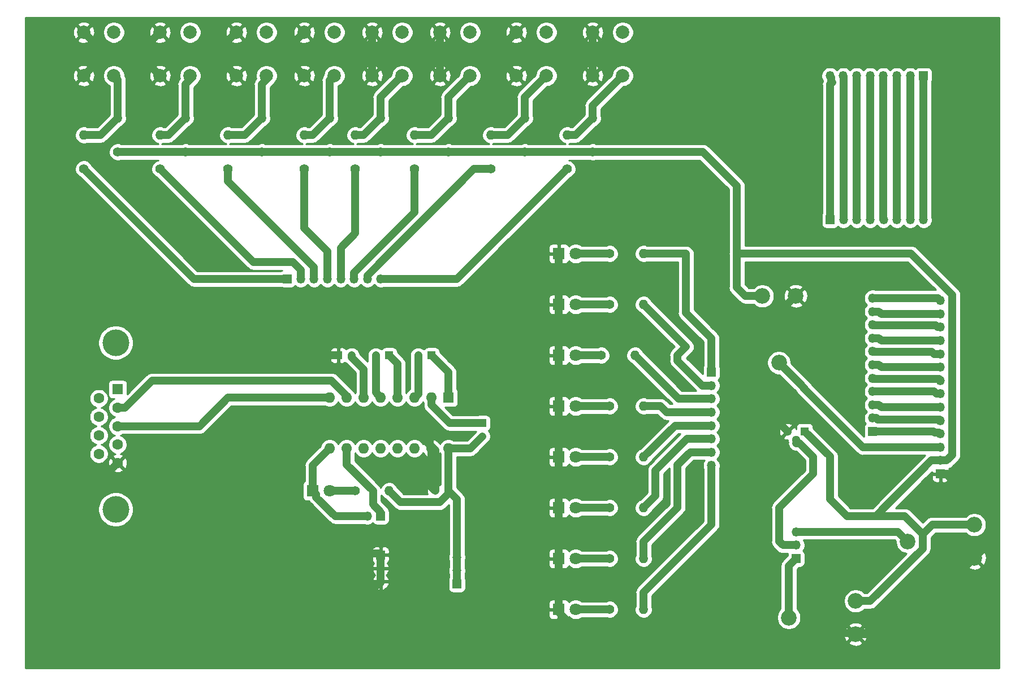
<source format=gbl>
%TF.GenerationSoftware,KiCad,Pcbnew,(5.1.6)-1*%
%TF.CreationDate,2020-09-20T01:30:41-05:00*%
%TF.ProjectId,Practica2_A01410925_Completa,50726163-7469-4636-9132-5f4130313431,rev?*%
%TF.SameCoordinates,Original*%
%TF.FileFunction,Copper,L2,Bot*%
%TF.FilePolarity,Positive*%
%FSLAX46Y46*%
G04 Gerber Fmt 4.6, Leading zero omitted, Abs format (unit mm)*
G04 Created by KiCad (PCBNEW (5.1.6)-1) date 2020-09-20 01:30:41*
%MOMM*%
%LPD*%
G01*
G04 APERTURE LIST*
%TA.AperFunction,ComponentPad*%
%ADD10C,2.340000*%
%TD*%
%TA.AperFunction,ComponentPad*%
%ADD11C,4.000000*%
%TD*%
%TA.AperFunction,ComponentPad*%
%ADD12C,1.600000*%
%TD*%
%TA.AperFunction,ComponentPad*%
%ADD13R,1.600000X1.600000*%
%TD*%
%TA.AperFunction,ComponentPad*%
%ADD14O,1.350000X1.350000*%
%TD*%
%TA.AperFunction,ComponentPad*%
%ADD15R,1.350000X1.350000*%
%TD*%
%TA.AperFunction,ComponentPad*%
%ADD16O,1.600000X1.600000*%
%TD*%
%TA.AperFunction,ComponentPad*%
%ADD17C,1.300000*%
%TD*%
%TA.AperFunction,ComponentPad*%
%ADD18R,1.300000X1.300000*%
%TD*%
%TA.AperFunction,ComponentPad*%
%ADD19C,2.000000*%
%TD*%
%TA.AperFunction,ComponentPad*%
%ADD20C,1.400000*%
%TD*%
%TA.AperFunction,ComponentPad*%
%ADD21O,1.400000X1.400000*%
%TD*%
%TA.AperFunction,ComponentPad*%
%ADD22R,1.800000X1.800000*%
%TD*%
%TA.AperFunction,ComponentPad*%
%ADD23C,1.800000*%
%TD*%
%TA.AperFunction,ComponentPad*%
%ADD24R,1.200000X1.200000*%
%TD*%
%TA.AperFunction,ComponentPad*%
%ADD25C,1.200000*%
%TD*%
%TA.AperFunction,Conductor*%
%ADD26C,1.200000*%
%TD*%
%TA.AperFunction,Conductor*%
%ADD27C,0.254000*%
%TD*%
G04 APERTURE END LIST*
D10*
%TO.P,RV1,1*%
%TO.N,+5VA*%
X168910000Y-87630000D03*
%TO.P,RV1,2*%
%TO.N,Net-(JP12-Pad3)*%
X171410000Y-97630000D03*
%TO.P,RV1,3*%
%TO.N,GNDA*%
X173910000Y-87630000D03*
%TD*%
%TO.P,RV2,1*%
%TO.N,+5VA*%
X182880000Y-133350000D03*
%TO.P,RV2,2*%
%TO.N,Net-(JP15-Pad1)*%
X172880000Y-135850000D03*
%TO.P,RV2,3*%
%TO.N,GNDA*%
X182880000Y-138350000D03*
%TD*%
D11*
%TO.P,X2,0*%
%TO.N,N/C*%
X72090000Y-119640000D03*
X72090000Y-94640000D03*
D12*
%TO.P,X2,9*%
%TO.N,Net-(X2-Pad9)*%
X69550000Y-111295000D03*
%TO.P,X2,8*%
%TO.N,Net-(X2-Pad8)*%
X69550000Y-108525000D03*
%TO.P,X2,7*%
%TO.N,Net-(X2-Pad7)*%
X69550000Y-105755000D03*
%TO.P,X2,6*%
%TO.N,Net-(X2-Pad6)*%
X69550000Y-102985000D03*
%TO.P,X2,5*%
%TO.N,GNDA*%
X72390000Y-112680000D03*
%TO.P,X2,4*%
%TO.N,Net-(X2-Pad4)*%
X72390000Y-109910000D03*
%TO.P,X2,3*%
%TO.N,Net-(U4-Pad8)*%
X72390000Y-107140000D03*
%TO.P,X2,2*%
%TO.N,Net-(U4-Pad7)*%
X72390000Y-104370000D03*
D13*
%TO.P,X2,1*%
%TO.N,Net-(X2-Pad1)*%
X72390000Y-101600000D03*
%TD*%
D14*
%TO.P,JP5,2*%
%TO.N,Net-(D1-Pad1)*%
X109760000Y-120650000D03*
D15*
%TO.P,JP5,1*%
%TO.N,Net-(JP5-Pad1)*%
X111760000Y-120650000D03*
%TD*%
D10*
%TO.P,RV3,1*%
%TO.N,+5VA*%
X200660000Y-121920000D03*
%TO.P,RV3,2*%
%TO.N,Net-(JP15-Pad3)*%
X190660000Y-124420000D03*
%TO.P,RV3,3*%
%TO.N,GNDA*%
X200660000Y-126920000D03*
%TD*%
D14*
%TO.P,JP2,8*%
%TO.N,Net-(JP2-Pad8)*%
X193070000Y-76200000D03*
%TO.P,JP2,7*%
%TO.N,Net-(JP2-Pad7)*%
X191070000Y-76200000D03*
%TO.P,JP2,6*%
%TO.N,Net-(JP2-Pad6)*%
X189070000Y-76200000D03*
%TO.P,JP2,5*%
%TO.N,Net-(JP2-Pad5)*%
X187070000Y-76200000D03*
%TO.P,JP2,4*%
%TO.N,Net-(JP2-Pad4)*%
X185070000Y-76200000D03*
%TO.P,JP2,3*%
%TO.N,Net-(JP2-Pad3)*%
X183070000Y-76200000D03*
%TO.P,JP2,2*%
%TO.N,Net-(JP2-Pad2)*%
X181070000Y-76200000D03*
D15*
%TO.P,JP2,1*%
%TO.N,Net-(JP2-Pad1)*%
X179070000Y-76200000D03*
%TD*%
D14*
%TO.P,JP3,8*%
%TO.N,Net-(JP2-Pad1)*%
X179040000Y-54610000D03*
%TO.P,JP3,7*%
%TO.N,Net-(JP2-Pad2)*%
X181040000Y-54610000D03*
%TO.P,JP3,6*%
%TO.N,Net-(JP2-Pad3)*%
X183040000Y-54610000D03*
%TO.P,JP3,5*%
%TO.N,Net-(JP2-Pad4)*%
X185040000Y-54610000D03*
%TO.P,JP3,4*%
%TO.N,Net-(JP2-Pad5)*%
X187040000Y-54610000D03*
%TO.P,JP3,3*%
%TO.N,Net-(JP2-Pad6)*%
X189040000Y-54610000D03*
%TO.P,JP3,2*%
%TO.N,Net-(JP2-Pad7)*%
X191040000Y-54610000D03*
D15*
%TO.P,JP3,1*%
%TO.N,Net-(JP2-Pad8)*%
X193040000Y-54610000D03*
%TD*%
D14*
%TO.P,JP9,3*%
%TO.N,+5VA*%
X123190000Y-126810000D03*
%TO.P,JP9,2*%
X123190000Y-128810000D03*
D15*
%TO.P,JP9,1*%
X123190000Y-130810000D03*
%TD*%
D14*
%TO.P,JP10,3*%
%TO.N,GNDA*%
X111760000Y-130460000D03*
%TO.P,JP10,2*%
X111760000Y-128460000D03*
D15*
%TO.P,JP10,1*%
X111760000Y-126460000D03*
%TD*%
D14*
%TO.P,JP15,3*%
%TO.N,Net-(JP15-Pad3)*%
X173990000Y-123000000D03*
%TO.P,JP15,2*%
%TO.N,Net-(JP15-Pad2)*%
X173990000Y-125000000D03*
D15*
%TO.P,JP15,1*%
%TO.N,Net-(JP15-Pad1)*%
X173990000Y-127000000D03*
%TD*%
D14*
%TO.P,JP12,14*%
%TO.N,Net-(JP12-Pad14)*%
X195580000Y-88300000D03*
%TO.P,JP12,13*%
%TO.N,Net-(JP12-Pad13)*%
X195580000Y-90300000D03*
%TO.P,JP12,12*%
%TO.N,Net-(JP12-Pad12)*%
X195580000Y-92300000D03*
%TO.P,JP12,11*%
%TO.N,Net-(JP12-Pad11)*%
X195580000Y-94300000D03*
%TO.P,JP12,10*%
%TO.N,Net-(JP12-Pad10)*%
X195580000Y-96300000D03*
%TO.P,JP12,9*%
%TO.N,Net-(JP12-Pad9)*%
X195580000Y-98300000D03*
%TO.P,JP12,8*%
%TO.N,Net-(JP12-Pad8)*%
X195580000Y-100300000D03*
%TO.P,JP12,7*%
%TO.N,Net-(JP12-Pad7)*%
X195580000Y-102300000D03*
%TO.P,JP12,6*%
%TO.N,Net-(JP12-Pad6)*%
X195580000Y-104300000D03*
%TO.P,JP12,5*%
%TO.N,Net-(JP12-Pad5)*%
X195580000Y-106300000D03*
%TO.P,JP12,4*%
%TO.N,Net-(JP12-Pad4)*%
X195580000Y-108300000D03*
%TO.P,JP12,3*%
%TO.N,Net-(JP12-Pad3)*%
X195580000Y-110300000D03*
%TO.P,JP12,2*%
%TO.N,+5VA*%
X195580000Y-112300000D03*
D15*
%TO.P,JP12,1*%
%TO.N,GNDA*%
X195580000Y-114300000D03*
%TD*%
D14*
%TO.P,JP13,11*%
%TO.N,Net-(JP12-Pad14)*%
X185420000Y-87950000D03*
%TO.P,JP13,10*%
%TO.N,Net-(JP12-Pad13)*%
X185420000Y-89950000D03*
%TO.P,JP13,9*%
%TO.N,Net-(JP12-Pad12)*%
X185420000Y-91950000D03*
%TO.P,JP13,8*%
%TO.N,Net-(JP12-Pad11)*%
X185420000Y-93950000D03*
%TO.P,JP13,7*%
%TO.N,Net-(JP12-Pad10)*%
X185420000Y-95950000D03*
%TO.P,JP13,6*%
%TO.N,Net-(JP12-Pad9)*%
X185420000Y-97950000D03*
%TO.P,JP13,5*%
%TO.N,Net-(JP12-Pad8)*%
X185420000Y-99950000D03*
%TO.P,JP13,4*%
%TO.N,Net-(JP12-Pad7)*%
X185420000Y-101950000D03*
%TO.P,JP13,3*%
%TO.N,Net-(JP12-Pad6)*%
X185420000Y-103950000D03*
%TO.P,JP13,2*%
%TO.N,Net-(JP12-Pad5)*%
X185420000Y-105950000D03*
D15*
%TO.P,JP13,1*%
%TO.N,Net-(JP12-Pad4)*%
X185420000Y-107950000D03*
%TD*%
D14*
%TO.P,JP11,8*%
%TO.N,Net-(JP11-Pad8)*%
X161290000Y-113060000D03*
%TO.P,JP11,7*%
%TO.N,Net-(JP11-Pad7)*%
X161290000Y-111060000D03*
%TO.P,JP11,6*%
%TO.N,Net-(JP11-Pad6)*%
X161290000Y-109060000D03*
%TO.P,JP11,5*%
%TO.N,Net-(JP11-Pad5)*%
X161290000Y-107060000D03*
%TO.P,JP11,4*%
%TO.N,Net-(JP11-Pad4)*%
X161290000Y-105060000D03*
%TO.P,JP11,3*%
%TO.N,Net-(JP11-Pad3)*%
X161290000Y-103060000D03*
%TO.P,JP11,2*%
%TO.N,Net-(JP11-Pad2)*%
X161290000Y-101060000D03*
D15*
%TO.P,JP11,1*%
%TO.N,Net-(JP11-Pad1)*%
X161290000Y-99060000D03*
%TD*%
D14*
%TO.P,JP14,8*%
%TO.N,Net-(JP14-Pad8)*%
X111790000Y-85090000D03*
%TO.P,JP14,7*%
%TO.N,Net-(JP14-Pad7)*%
X109790000Y-85090000D03*
%TO.P,JP14,6*%
%TO.N,Net-(JP14-Pad6)*%
X107790000Y-85090000D03*
%TO.P,JP14,5*%
%TO.N,Net-(JP14-Pad5)*%
X105790000Y-85090000D03*
%TO.P,JP14,4*%
%TO.N,Net-(JP14-Pad4)*%
X103790000Y-85090000D03*
%TO.P,JP14,3*%
%TO.N,Net-(JP14-Pad3)*%
X101790000Y-85090000D03*
%TO.P,JP14,2*%
%TO.N,Net-(JP14-Pad2)*%
X99790000Y-85090000D03*
D15*
%TO.P,JP14,1*%
%TO.N,Net-(JP14-Pad1)*%
X97790000Y-85090000D03*
%TD*%
D13*
%TO.P,U4,1*%
%TO.N,Net-(C6-Pad1)*%
X121920000Y-102870000D03*
D16*
%TO.P,U4,9*%
%TO.N,Net-(D1-Pad1)*%
X104140000Y-110490000D03*
%TO.P,U4,2*%
%TO.N,Net-(C9-Pad1)*%
X119380000Y-102870000D03*
%TO.P,U4,10*%
%TO.N,Net-(JP5-Pad1)*%
X106680000Y-110490000D03*
%TO.P,U4,3*%
%TO.N,Net-(C6-Pad2)*%
X116840000Y-102870000D03*
%TO.P,U4,11*%
%TO.N,Net-(U4-Pad11)*%
X109220000Y-110490000D03*
%TO.P,U4,4*%
%TO.N,Net-(C7-Pad1)*%
X114300000Y-102870000D03*
%TO.P,U4,12*%
%TO.N,Net-(U4-Pad12)*%
X111760000Y-110490000D03*
%TO.P,U4,5*%
%TO.N,Net-(C7-Pad2)*%
X111760000Y-102870000D03*
%TO.P,U4,13*%
%TO.N,Net-(U4-Pad13)*%
X114300000Y-110490000D03*
%TO.P,U4,6*%
%TO.N,Net-(C10-Pad2)*%
X109220000Y-102870000D03*
%TO.P,U4,14*%
%TO.N,Net-(U4-Pad14)*%
X116840000Y-110490000D03*
%TO.P,U4,7*%
%TO.N,Net-(U4-Pad7)*%
X106680000Y-102870000D03*
%TO.P,U4,15*%
%TO.N,GNDA*%
X119380000Y-110490000D03*
%TO.P,U4,8*%
%TO.N,Net-(U4-Pad8)*%
X104140000Y-102870000D03*
%TO.P,U4,16*%
%TO.N,+5VA*%
X121920000Y-110490000D03*
%TD*%
D17*
%TO.P,U3,2*%
%TO.N,Net-(JP15-Pad2)*%
X173990000Y-109220000D03*
%TO.P,U3,3*%
%TO.N,GNDA*%
X172720000Y-107950000D03*
D18*
%TO.P,U3,1*%
%TO.N,+5VA*%
X175260000Y-107950000D03*
%TD*%
D19*
%TO.P,SW9,2*%
%TO.N,Net-(R19-Pad2)*%
X148010000Y-54610000D03*
%TO.P,SW9,1*%
%TO.N,GNDA*%
X143510000Y-54610000D03*
%TO.P,SW9,2*%
%TO.N,Net-(R19-Pad2)*%
X148010000Y-48110000D03*
%TO.P,SW9,1*%
%TO.N,GNDA*%
X143510000Y-48110000D03*
%TD*%
%TO.P,SW8,2*%
%TO.N,Net-(R18-Pad2)*%
X136580000Y-54610000D03*
%TO.P,SW8,1*%
%TO.N,GNDA*%
X132080000Y-54610000D03*
%TO.P,SW8,2*%
%TO.N,Net-(R18-Pad2)*%
X136580000Y-48110000D03*
%TO.P,SW8,1*%
%TO.N,GNDA*%
X132080000Y-48110000D03*
%TD*%
%TO.P,SW7,2*%
%TO.N,Net-(R17-Pad2)*%
X125150000Y-54610000D03*
%TO.P,SW7,1*%
%TO.N,GNDA*%
X120650000Y-54610000D03*
%TO.P,SW7,2*%
%TO.N,Net-(R17-Pad2)*%
X125150000Y-48110000D03*
%TO.P,SW7,1*%
%TO.N,GNDA*%
X120650000Y-48110000D03*
%TD*%
%TO.P,SW6,2*%
%TO.N,Net-(R16-Pad2)*%
X114990000Y-54610000D03*
%TO.P,SW6,1*%
%TO.N,GNDA*%
X110490000Y-54610000D03*
%TO.P,SW6,2*%
%TO.N,Net-(R16-Pad2)*%
X114990000Y-48110000D03*
%TO.P,SW6,1*%
%TO.N,GNDA*%
X110490000Y-48110000D03*
%TD*%
%TO.P,SW5,2*%
%TO.N,Net-(R15-Pad2)*%
X104830000Y-54610000D03*
%TO.P,SW5,1*%
%TO.N,GNDA*%
X100330000Y-54610000D03*
%TO.P,SW5,2*%
%TO.N,Net-(R15-Pad2)*%
X104830000Y-48110000D03*
%TO.P,SW5,1*%
%TO.N,GNDA*%
X100330000Y-48110000D03*
%TD*%
%TO.P,SW4,2*%
%TO.N,Net-(R14-Pad2)*%
X94670000Y-54610000D03*
%TO.P,SW4,1*%
%TO.N,GNDA*%
X90170000Y-54610000D03*
%TO.P,SW4,2*%
%TO.N,Net-(R14-Pad2)*%
X94670000Y-48110000D03*
%TO.P,SW4,1*%
%TO.N,GNDA*%
X90170000Y-48110000D03*
%TD*%
%TO.P,SW3,2*%
%TO.N,Net-(R13-Pad2)*%
X83240000Y-54610000D03*
%TO.P,SW3,1*%
%TO.N,GNDA*%
X78740000Y-54610000D03*
%TO.P,SW3,2*%
%TO.N,Net-(R13-Pad2)*%
X83240000Y-48110000D03*
%TO.P,SW3,1*%
%TO.N,GNDA*%
X78740000Y-48110000D03*
%TD*%
%TO.P,SW2,2*%
%TO.N,Net-(R12-Pad2)*%
X71810000Y-54610000D03*
%TO.P,SW2,1*%
%TO.N,GNDA*%
X67310000Y-54610000D03*
%TO.P,SW2,2*%
%TO.N,Net-(R12-Pad2)*%
X71810000Y-48110000D03*
%TO.P,SW2,1*%
%TO.N,GNDA*%
X67310000Y-48110000D03*
%TD*%
D20*
%TO.P,R27,1*%
%TO.N,+5VA*%
X143510000Y-66040000D03*
D21*
%TO.P,R27,2*%
%TO.N,Net-(R19-Pad2)*%
X143510000Y-60960000D03*
%TD*%
D20*
%TO.P,R26,1*%
%TO.N,+5VA*%
X133350000Y-66040000D03*
D21*
%TO.P,R26,2*%
%TO.N,Net-(R18-Pad2)*%
X133350000Y-60960000D03*
%TD*%
D20*
%TO.P,R25,1*%
%TO.N,+5VA*%
X121920000Y-66040000D03*
D21*
%TO.P,R25,2*%
%TO.N,Net-(R17-Pad2)*%
X121920000Y-60960000D03*
%TD*%
D20*
%TO.P,R24,1*%
%TO.N,+5VA*%
X111760000Y-66040000D03*
D21*
%TO.P,R24,2*%
%TO.N,Net-(R16-Pad2)*%
X111760000Y-60960000D03*
%TD*%
D20*
%TO.P,R23,1*%
%TO.N,+5VA*%
X104140000Y-66040000D03*
D21*
%TO.P,R23,2*%
%TO.N,Net-(R15-Pad2)*%
X104140000Y-60960000D03*
%TD*%
D20*
%TO.P,R22,1*%
%TO.N,+5VA*%
X93980000Y-66040000D03*
D21*
%TO.P,R22,2*%
%TO.N,Net-(R14-Pad2)*%
X93980000Y-60960000D03*
%TD*%
D20*
%TO.P,R21,1*%
%TO.N,+5VA*%
X82550000Y-66040000D03*
D21*
%TO.P,R21,2*%
%TO.N,Net-(R13-Pad2)*%
X82550000Y-60960000D03*
%TD*%
D20*
%TO.P,R20,1*%
%TO.N,+5VA*%
X72390000Y-66040000D03*
D21*
%TO.P,R20,2*%
%TO.N,Net-(R12-Pad2)*%
X72390000Y-60960000D03*
%TD*%
D20*
%TO.P,R19,1*%
%TO.N,Net-(JP14-Pad8)*%
X139700000Y-68580000D03*
D21*
%TO.P,R19,2*%
%TO.N,Net-(R19-Pad2)*%
X139700000Y-63500000D03*
%TD*%
D20*
%TO.P,R18,1*%
%TO.N,Net-(JP14-Pad7)*%
X128270000Y-68580000D03*
D21*
%TO.P,R18,2*%
%TO.N,Net-(R18-Pad2)*%
X128270000Y-63500000D03*
%TD*%
D20*
%TO.P,R17,1*%
%TO.N,Net-(JP14-Pad6)*%
X116840000Y-68580000D03*
D21*
%TO.P,R17,2*%
%TO.N,Net-(R17-Pad2)*%
X116840000Y-63500000D03*
%TD*%
D20*
%TO.P,R16,1*%
%TO.N,Net-(JP14-Pad5)*%
X107950000Y-68580000D03*
D21*
%TO.P,R16,2*%
%TO.N,Net-(R16-Pad2)*%
X107950000Y-63500000D03*
%TD*%
D20*
%TO.P,R15,1*%
%TO.N,Net-(JP14-Pad4)*%
X100330000Y-68580000D03*
D21*
%TO.P,R15,2*%
%TO.N,Net-(R15-Pad2)*%
X100330000Y-63500000D03*
%TD*%
D20*
%TO.P,R14,1*%
%TO.N,Net-(JP14-Pad3)*%
X88900000Y-68580000D03*
D21*
%TO.P,R14,2*%
%TO.N,Net-(R14-Pad2)*%
X88900000Y-63500000D03*
%TD*%
D20*
%TO.P,R13,1*%
%TO.N,Net-(JP14-Pad2)*%
X78740000Y-68580000D03*
D21*
%TO.P,R13,2*%
%TO.N,Net-(R13-Pad2)*%
X78740000Y-63500000D03*
%TD*%
D20*
%TO.P,R12,1*%
%TO.N,Net-(JP14-Pad1)*%
X67310000Y-68580000D03*
D21*
%TO.P,R12,2*%
%TO.N,Net-(R12-Pad2)*%
X67310000Y-63500000D03*
%TD*%
D20*
%TO.P,R11,1*%
%TO.N,Net-(D2-Pad2)*%
X146050000Y-81280000D03*
D21*
%TO.P,R11,2*%
%TO.N,Net-(JP11-Pad1)*%
X151130000Y-81280000D03*
%TD*%
D20*
%TO.P,R10,1*%
%TO.N,Net-(D3-Pad2)*%
X146050000Y-88900000D03*
D21*
%TO.P,R10,2*%
%TO.N,Net-(JP11-Pad2)*%
X151130000Y-88900000D03*
%TD*%
D20*
%TO.P,R9,1*%
%TO.N,Net-(D4-Pad2)*%
X144780000Y-96520000D03*
D21*
%TO.P,R9,2*%
%TO.N,Net-(JP11-Pad3)*%
X149860000Y-96520000D03*
%TD*%
D20*
%TO.P,R8,1*%
%TO.N,Net-(D5-Pad2)*%
X146050000Y-104140000D03*
D21*
%TO.P,R8,2*%
%TO.N,Net-(JP11-Pad4)*%
X151130000Y-104140000D03*
%TD*%
D20*
%TO.P,R7,1*%
%TO.N,Net-(D6-Pad2)*%
X146050000Y-111760000D03*
D21*
%TO.P,R7,2*%
%TO.N,Net-(JP11-Pad5)*%
X151130000Y-111760000D03*
%TD*%
D20*
%TO.P,R6,1*%
%TO.N,Net-(D7-Pad2)*%
X146050000Y-119380000D03*
D21*
%TO.P,R6,2*%
%TO.N,Net-(JP11-Pad6)*%
X151130000Y-119380000D03*
%TD*%
D20*
%TO.P,R5,1*%
%TO.N,Net-(D8-Pad2)*%
X146050000Y-127000000D03*
D21*
%TO.P,R5,2*%
%TO.N,Net-(JP11-Pad7)*%
X151130000Y-127000000D03*
%TD*%
D20*
%TO.P,R4,1*%
%TO.N,Net-(D9-Pad2)*%
X146050000Y-134620000D03*
D21*
%TO.P,R4,2*%
%TO.N,Net-(JP11-Pad8)*%
X151130000Y-134620000D03*
%TD*%
D20*
%TO.P,R3,1*%
%TO.N,Net-(D1-Pad2)*%
X107950000Y-116840000D03*
D21*
%TO.P,R3,2*%
%TO.N,+5VA*%
X113030000Y-116840000D03*
%TD*%
D22*
%TO.P,D9,1*%
%TO.N,GNDA*%
X138430000Y-134620000D03*
D23*
%TO.P,D9,2*%
%TO.N,Net-(D9-Pad2)*%
X140970000Y-134620000D03*
%TD*%
D22*
%TO.P,D8,1*%
%TO.N,GNDA*%
X138430000Y-127000000D03*
D23*
%TO.P,D8,2*%
%TO.N,Net-(D8-Pad2)*%
X140970000Y-127000000D03*
%TD*%
D22*
%TO.P,D7,1*%
%TO.N,GNDA*%
X138430000Y-119380000D03*
D23*
%TO.P,D7,2*%
%TO.N,Net-(D7-Pad2)*%
X140970000Y-119380000D03*
%TD*%
D22*
%TO.P,D6,1*%
%TO.N,GNDA*%
X138430000Y-111760000D03*
D23*
%TO.P,D6,2*%
%TO.N,Net-(D6-Pad2)*%
X140970000Y-111760000D03*
%TD*%
D22*
%TO.P,D5,1*%
%TO.N,GNDA*%
X138430000Y-104140000D03*
D23*
%TO.P,D5,2*%
%TO.N,Net-(D5-Pad2)*%
X140970000Y-104140000D03*
%TD*%
D22*
%TO.P,D4,1*%
%TO.N,GNDA*%
X138430000Y-96520000D03*
D23*
%TO.P,D4,2*%
%TO.N,Net-(D4-Pad2)*%
X140970000Y-96520000D03*
%TD*%
D22*
%TO.P,D3,1*%
%TO.N,GNDA*%
X138430000Y-88900000D03*
D23*
%TO.P,D3,2*%
%TO.N,Net-(D3-Pad2)*%
X140970000Y-88900000D03*
%TD*%
D22*
%TO.P,D2,1*%
%TO.N,GNDA*%
X138430000Y-81280000D03*
D23*
%TO.P,D2,2*%
%TO.N,Net-(D2-Pad2)*%
X140970000Y-81280000D03*
%TD*%
D22*
%TO.P,D1,1*%
%TO.N,Net-(D1-Pad1)*%
X101600000Y-116840000D03*
D23*
%TO.P,D1,2*%
%TO.N,Net-(D1-Pad2)*%
X104140000Y-116840000D03*
%TD*%
D24*
%TO.P,C11,1*%
%TO.N,+5VA*%
X121920000Y-116840000D03*
D25*
%TO.P,C11,2*%
%TO.N,GNDA*%
X119920000Y-116840000D03*
%TD*%
D24*
%TO.P,C10,1*%
%TO.N,GNDA*%
X105410000Y-96520000D03*
D25*
%TO.P,C10,2*%
%TO.N,Net-(C10-Pad2)*%
X107410000Y-96520000D03*
%TD*%
D24*
%TO.P,C9,1*%
%TO.N,Net-(C9-Pad1)*%
X127000000Y-106680000D03*
D25*
%TO.P,C9,2*%
%TO.N,+5VA*%
X127000000Y-108680000D03*
%TD*%
D24*
%TO.P,C7,1*%
%TO.N,Net-(C7-Pad1)*%
X113030000Y-96520000D03*
D25*
%TO.P,C7,2*%
%TO.N,Net-(C7-Pad2)*%
X111030000Y-96520000D03*
%TD*%
D24*
%TO.P,C6,1*%
%TO.N,Net-(C6-Pad1)*%
X119380000Y-96520000D03*
D25*
%TO.P,C6,2*%
%TO.N,Net-(C6-Pad2)*%
X117380000Y-96520000D03*
%TD*%
D26*
%TO.N,Net-(C6-Pad2)*%
X117380000Y-102330000D02*
X116840000Y-102870000D01*
X117380000Y-96520000D02*
X117380000Y-102330000D01*
%TO.N,Net-(C6-Pad1)*%
X121920000Y-99060000D02*
X121920000Y-102870000D01*
X119380000Y-96520000D02*
X121920000Y-99060000D01*
%TO.N,Net-(C7-Pad2)*%
X111030000Y-102140000D02*
X111760000Y-102870000D01*
X111030000Y-96520000D02*
X111030000Y-102140000D01*
%TO.N,Net-(C7-Pad1)*%
X114300000Y-97790000D02*
X114300000Y-102870000D01*
X113030000Y-96520000D02*
X114300000Y-97790000D01*
%TO.N,Net-(C9-Pad1)*%
X122058630Y-106680000D02*
X127000000Y-106680000D01*
X119380000Y-104001370D02*
X122058630Y-106680000D01*
X119380000Y-102870000D02*
X119380000Y-104001370D01*
%TO.N,Net-(C10-Pad2)*%
X109220000Y-102870000D02*
X109220000Y-98621999D01*
X107410000Y-96811999D02*
X107410000Y-96520000D01*
X109220000Y-98621999D02*
X107410000Y-96811999D01*
%TO.N,GNDA*%
X143510000Y-54610000D02*
X143510000Y-50800000D01*
X71120000Y-50800000D02*
X67310000Y-54610000D01*
X76200000Y-52070000D02*
X76200000Y-50800000D01*
X78740000Y-54610000D02*
X76200000Y-52070000D01*
X76200000Y-50800000D02*
X71120000Y-50800000D01*
X87630000Y-52070000D02*
X87630000Y-50800000D01*
X90170000Y-54610000D02*
X87630000Y-52070000D01*
X87630000Y-50800000D02*
X76200000Y-50800000D01*
X97790000Y-52070000D02*
X97790000Y-50800000D01*
X100330000Y-54610000D02*
X97790000Y-52070000D01*
X97790000Y-50800000D02*
X87630000Y-50800000D01*
X110490000Y-52070000D02*
X109220000Y-50800000D01*
X110490000Y-54610000D02*
X110490000Y-52070000D01*
X109220000Y-50800000D02*
X97790000Y-50800000D01*
X120650000Y-52070000D02*
X119380000Y-50800000D01*
X120650000Y-54610000D02*
X120650000Y-52070000D01*
X119380000Y-50800000D02*
X109220000Y-50800000D01*
X132080000Y-54610000D02*
X129540000Y-52070000D01*
X143510000Y-50800000D02*
X129540000Y-50800000D01*
X129540000Y-52070000D02*
X129540000Y-50800000D01*
X129540000Y-50800000D02*
X119380000Y-50800000D01*
X119380000Y-110490000D02*
X119380000Y-116300000D01*
X119920000Y-116840000D02*
X119380000Y-116300000D01*
X119920000Y-110746158D02*
X119920000Y-116840000D01*
X117755841Y-108581999D02*
X119920000Y-110746158D01*
X103224159Y-108581999D02*
X117755841Y-108581999D01*
X99591999Y-112214159D02*
X103224159Y-108581999D01*
X99591999Y-118626401D02*
X99591999Y-112214159D01*
X107235598Y-126270000D02*
X99591999Y-118626401D01*
X107235598Y-126270000D02*
X107760000Y-126270000D01*
X111760000Y-126460000D02*
X111760000Y-130460000D01*
X165100000Y-118245842D02*
X167504158Y-118245842D01*
X189230000Y-138350000D02*
X200660000Y-126920000D01*
X182880000Y-138350000D02*
X189230000Y-138350000D01*
X202938001Y-120826559D02*
X196411442Y-114300000D01*
X200660000Y-126920000D02*
X202938001Y-124641999D01*
X202938001Y-124641999D02*
X202938001Y-120826559D01*
X196411442Y-114300000D02*
X195580000Y-114300000D01*
X171786559Y-138128001D02*
X167741992Y-134083434D01*
X187823441Y-138128001D02*
X171786559Y-138128001D01*
X202938001Y-123013441D02*
X187823441Y-138128001D01*
X197455000Y-114300000D02*
X202938001Y-119783001D01*
X202938001Y-119783001D02*
X202938001Y-123013441D01*
X195580000Y-114300000D02*
X197455000Y-114300000D01*
X165100000Y-96440000D02*
X165100000Y-102870000D01*
X173910000Y-87630000D02*
X165100000Y-96440000D01*
X165100000Y-102870000D02*
X165100000Y-102790000D01*
X120650000Y-49530000D02*
X119380000Y-50800000D01*
X120650000Y-48110000D02*
X120650000Y-49530000D01*
X129540000Y-50650000D02*
X129540000Y-50800000D01*
X132080000Y-48110000D02*
X129540000Y-50650000D01*
X143510000Y-48110000D02*
X143510000Y-50800000D01*
X97790000Y-50650000D02*
X97790000Y-50800000D01*
X100330000Y-48110000D02*
X97790000Y-50650000D01*
X87630000Y-50650000D02*
X87630000Y-50800000D01*
X90170000Y-48110000D02*
X87630000Y-50650000D01*
X76200000Y-50650000D02*
X76200000Y-50800000D01*
X78740000Y-48110000D02*
X76200000Y-50650000D01*
X70000000Y-50800000D02*
X71120000Y-50800000D01*
X67310000Y-48110000D02*
X70000000Y-50800000D01*
X110490000Y-49530000D02*
X109220000Y-50800000D01*
X110490000Y-48110000D02*
X110490000Y-49530000D01*
X66040000Y-119030000D02*
X72390000Y-112680000D01*
X108870000Y-137160000D02*
X78310158Y-137160000D01*
X66040000Y-124460000D02*
X66040000Y-119030000D01*
X78310158Y-137160000D02*
X78310158Y-136730158D01*
X78310158Y-136730158D02*
X66040000Y-124460000D01*
X99060000Y-96520000D02*
X105410000Y-96520000D01*
X69850000Y-83820000D02*
X82550000Y-96520000D01*
X66040000Y-119030000D02*
X66040000Y-87630000D01*
X66040000Y-87630000D02*
X69850000Y-83820000D01*
X60960000Y-50800000D02*
X71120000Y-50800000D01*
X59690000Y-52070000D02*
X60960000Y-50800000D01*
X59690000Y-71120000D02*
X59690000Y-52070000D01*
X69850000Y-83820000D02*
X69850000Y-81280000D01*
X69850000Y-81280000D02*
X59690000Y-71120000D01*
X111570000Y-126270000D02*
X111760000Y-126460000D01*
X107235598Y-126270000D02*
X111570000Y-126270000D01*
X108870000Y-133350000D02*
X111760000Y-130460000D01*
X108870000Y-137160000D02*
X108870000Y-133350000D01*
X138430000Y-81280000D02*
X138430000Y-88900000D01*
X138430000Y-96520000D02*
X138430000Y-104140000D01*
X138430000Y-104140000D02*
X138430000Y-111760000D01*
X138430000Y-111760000D02*
X138430000Y-119380000D01*
X138430000Y-119380000D02*
X138430000Y-127000000D01*
X138430000Y-127000000D02*
X138430000Y-134620000D01*
X95250000Y-96520000D02*
X95250000Y-93980000D01*
X95250000Y-96520000D02*
X99060000Y-96520000D01*
X82550000Y-96520000D02*
X95250000Y-96520000D01*
X95250000Y-93980000D02*
X99060000Y-90170000D01*
X99060000Y-90170000D02*
X129540000Y-90170000D01*
X132080000Y-92710000D02*
X138430000Y-92710000D01*
X129540000Y-90170000D02*
X132080000Y-92710000D01*
X138430000Y-88900000D02*
X138430000Y-92710000D01*
X138430000Y-92710000D02*
X138430000Y-96520000D01*
X140006159Y-140006159D02*
X161819267Y-140006159D01*
X140006159Y-136628001D02*
X140006159Y-140006159D01*
X161819267Y-140006159D02*
X167741992Y-134083434D01*
X138430000Y-134620000D02*
X138430000Y-135051842D01*
X138430000Y-135051842D02*
X140006159Y-136628001D01*
X172720000Y-107950000D02*
X170180000Y-105410000D01*
X167504158Y-133845600D02*
X167741992Y-134083434D01*
X167504158Y-118245842D02*
X167504158Y-133845600D01*
X170180000Y-107950000D02*
X165100000Y-113030000D01*
X170180000Y-105410000D02*
X170180000Y-107950000D01*
X165100000Y-118245842D02*
X165100000Y-113030000D01*
X165100000Y-113030000D02*
X165100000Y-102870000D01*
%TO.N,Net-(D1-Pad2)*%
X104140000Y-116840000D02*
X107950000Y-116840000D01*
%TO.N,Net-(D1-Pad1)*%
X101600000Y-113030000D02*
X101600000Y-116840000D01*
X104140000Y-110490000D02*
X101600000Y-113030000D01*
X104978158Y-120650000D02*
X109760000Y-120650000D01*
X102131999Y-117803841D02*
X104978158Y-120650000D01*
X102131999Y-117371999D02*
X102131999Y-117803841D01*
X101600000Y-116840000D02*
X102131999Y-117371999D01*
%TO.N,Net-(D2-Pad2)*%
X140970000Y-81280000D02*
X146050000Y-81280000D01*
%TO.N,Net-(D3-Pad2)*%
X140970000Y-88900000D02*
X146050000Y-88900000D01*
%TO.N,Net-(D4-Pad2)*%
X140970000Y-96520000D02*
X144780000Y-96520000D01*
%TO.N,Net-(D5-Pad2)*%
X140970000Y-104140000D02*
X146050000Y-104140000D01*
%TO.N,Net-(D6-Pad2)*%
X140970000Y-111760000D02*
X146050000Y-111760000D01*
%TO.N,Net-(D7-Pad2)*%
X140970000Y-119380000D02*
X146050000Y-119380000D01*
%TO.N,Net-(D8-Pad2)*%
X140970000Y-127000000D02*
X146050000Y-127000000D01*
%TO.N,Net-(D9-Pad2)*%
X140970000Y-134620000D02*
X146050000Y-134620000D01*
%TO.N,Net-(JP2-Pad8)*%
X193040000Y-76170000D02*
X193070000Y-76200000D01*
X193040000Y-54610000D02*
X193040000Y-76170000D01*
%TO.N,Net-(JP2-Pad7)*%
X191040000Y-76170000D02*
X191070000Y-76200000D01*
X191040000Y-54610000D02*
X191040000Y-76170000D01*
%TO.N,Net-(JP2-Pad6)*%
X189040000Y-76170000D02*
X189070000Y-76200000D01*
X189040000Y-54610000D02*
X189040000Y-76170000D01*
%TO.N,Net-(JP2-Pad5)*%
X187040000Y-76170000D02*
X187070000Y-76200000D01*
X187040000Y-54610000D02*
X187040000Y-76170000D01*
%TO.N,Net-(JP2-Pad4)*%
X185040000Y-76170000D02*
X185070000Y-76200000D01*
X185040000Y-54610000D02*
X185040000Y-76170000D01*
%TO.N,Net-(JP2-Pad3)*%
X183040000Y-54610000D02*
X183040000Y-75953001D01*
X183070000Y-75983001D02*
X183070000Y-76200000D01*
X183040000Y-75953001D02*
X183070000Y-75983001D01*
%TO.N,Net-(JP2-Pad2)*%
X181078587Y-76191413D02*
X181070000Y-76200000D01*
X181078587Y-54648587D02*
X181078587Y-76191413D01*
X181040000Y-54610000D02*
X181078587Y-54648587D01*
%TO.N,Net-(JP2-Pad1)*%
X179070000Y-76200000D02*
X179070000Y-55880000D01*
X179370579Y-55579421D02*
X179256999Y-55465841D01*
X179070000Y-55880000D02*
X179370579Y-55579421D01*
X179256999Y-54826999D02*
X179040000Y-54610000D01*
X179256999Y-55465841D02*
X179256999Y-54826999D01*
%TO.N,Net-(JP5-Pad1)*%
X111760000Y-120011158D02*
X111760000Y-120650000D01*
X110615841Y-118866999D02*
X111760000Y-120011158D01*
X110615841Y-116829999D02*
X110615841Y-118866999D01*
X106680000Y-112894158D02*
X110615841Y-116829999D01*
X106680000Y-110490000D02*
X106680000Y-112894158D01*
%TO.N,+5VA*%
X72390000Y-66040000D02*
X143510000Y-66040000D01*
X121920000Y-110490000D02*
X121920000Y-116840000D01*
X120627482Y-118548008D02*
X114738008Y-118548008D01*
X121920000Y-117255490D02*
X120627482Y-118548008D01*
X114738008Y-118548008D02*
X113030000Y-116840000D01*
X121920000Y-116840000D02*
X121920000Y-117255490D01*
X125190000Y-110490000D02*
X127000000Y-108680000D01*
X121920000Y-110490000D02*
X125190000Y-110490000D01*
X123190000Y-130810000D02*
X123190000Y-126810000D01*
X123190000Y-118110000D02*
X121920000Y-116840000D01*
X123190000Y-126810000D02*
X123190000Y-118110000D01*
X196534594Y-112300000D02*
X197363001Y-111471593D01*
X197363001Y-87444159D02*
X191198842Y-81280000D01*
X195580000Y-112300000D02*
X196534594Y-112300000D01*
X197363001Y-111471593D02*
X197363001Y-87444159D01*
X194235598Y-112300000D02*
X185885598Y-120650000D01*
X195580000Y-112300000D02*
X194235598Y-112300000D01*
X181610000Y-120650000D02*
X179070000Y-118110000D01*
X192938001Y-125513441D02*
X192938001Y-123326559D01*
X192938001Y-123326559D02*
X190261442Y-120650000D01*
X182880000Y-133350000D02*
X185101442Y-133350000D01*
X185101442Y-133350000D02*
X192938001Y-125513441D01*
X190261442Y-120650000D02*
X185420000Y-120650000D01*
X185885598Y-120650000D02*
X184150000Y-120650000D01*
X185420000Y-120650000D02*
X184150000Y-120650000D01*
X184150000Y-120650000D02*
X181610000Y-120650000D01*
X194344560Y-121920000D02*
X192938001Y-123326559D01*
X200660000Y-121920000D02*
X194344560Y-121920000D01*
X168910000Y-87630000D02*
X166370000Y-87630000D01*
X179070000Y-111698158D02*
X175290921Y-107919079D01*
X179070000Y-118110000D02*
X179070000Y-111698158D01*
X143510000Y-66040000D02*
X160020000Y-66040000D01*
X160020000Y-66040000D02*
X165100000Y-71120000D01*
X165100000Y-86360000D02*
X166370000Y-87630000D01*
X165100000Y-81280000D02*
X191198842Y-81280000D01*
X165100000Y-81280000D02*
X165100000Y-86360000D01*
X165100000Y-71120000D02*
X165100000Y-81280000D01*
%TO.N,Net-(JP11-Pad8)*%
X151130000Y-134620000D02*
X151130000Y-132080000D01*
X161290000Y-121920000D02*
X161290000Y-113060000D01*
X151130000Y-132080000D02*
X161290000Y-121920000D01*
%TO.N,Net-(JP11-Pad7)*%
X158111158Y-111060000D02*
X158750000Y-111060000D01*
X161290000Y-111060000D02*
X158111158Y-111060000D01*
X156210000Y-112961158D02*
X158111158Y-111060000D01*
X156210000Y-119380000D02*
X156210000Y-112961158D01*
X151130000Y-127000000D02*
X151130000Y-124460000D01*
X151130000Y-124460000D02*
X156210000Y-119380000D01*
%TO.N,Net-(JP11-Pad6)*%
X157695668Y-109060000D02*
X158750000Y-109060000D01*
X161290000Y-109060000D02*
X157695668Y-109060000D01*
X157640000Y-109060000D02*
X161290000Y-109060000D01*
X152938001Y-113761999D02*
X157640000Y-109060000D01*
X151130000Y-119380000D02*
X152938001Y-117571999D01*
X152938001Y-117571999D02*
X152938001Y-113761999D01*
%TO.N,Net-(JP11-Pad5)*%
X158370000Y-107060000D02*
X158750000Y-107060000D01*
X151130000Y-111760000D02*
X155830000Y-107060000D01*
X155830000Y-107060000D02*
X159640000Y-107060000D01*
X161290000Y-107060000D02*
X159640000Y-107060000D01*
X159640000Y-107060000D02*
X158370000Y-107060000D01*
%TO.N,Net-(JP11-Pad4)*%
X151130000Y-104140000D02*
X153670000Y-104140000D01*
X154590000Y-105060000D02*
X161290000Y-105060000D01*
X153670000Y-104140000D02*
X154590000Y-105060000D01*
%TO.N,Net-(JP11-Pad3)*%
X156400000Y-103060000D02*
X161290000Y-103060000D01*
X149860000Y-96520000D02*
X156400000Y-103060000D01*
%TO.N,Net-(JP11-Pad2)*%
X159945598Y-101060000D02*
X156210000Y-97324402D01*
X161290000Y-101060000D02*
X159945598Y-101060000D01*
X151130000Y-88900000D02*
X157480000Y-95250000D01*
X156210000Y-96520000D02*
X156210000Y-97324402D01*
X157480000Y-95250000D02*
X156210000Y-96520000D01*
%TO.N,Net-(JP11-Pad1)*%
X161290000Y-99060000D02*
X161290000Y-93980000D01*
X151130000Y-81280000D02*
X157480000Y-81280000D01*
X157480000Y-81280000D02*
X157480000Y-90170000D01*
X161290000Y-93980000D02*
X160655000Y-93345000D01*
X157480000Y-90170000D02*
X160655000Y-93345000D01*
X160655000Y-93345000D02*
X158750000Y-91440000D01*
%TO.N,Net-(JP12-Pad14)*%
X195230000Y-87950000D02*
X195580000Y-88300000D01*
X185420000Y-87950000D02*
X195230000Y-87950000D01*
%TO.N,Net-(JP12-Pad13)*%
X186374594Y-89950000D02*
X186724594Y-90300000D01*
X186724594Y-90300000D02*
X195580000Y-90300000D01*
X185420000Y-89950000D02*
X186374594Y-89950000D01*
%TO.N,Net-(JP12-Pad12)*%
X195170000Y-92300000D02*
X195580000Y-92300000D01*
X194878008Y-92008008D02*
X195170000Y-92300000D01*
X185478008Y-92008008D02*
X194878008Y-92008008D01*
X185420000Y-91950000D02*
X185478008Y-92008008D01*
%TO.N,Net-(JP12-Pad11)*%
X186724594Y-94300000D02*
X195580000Y-94300000D01*
X186374594Y-93950000D02*
X186724594Y-94300000D01*
X185420000Y-93950000D02*
X186374594Y-93950000D01*
%TO.N,Net-(JP12-Pad10)*%
X194333416Y-96008010D02*
X194625406Y-96300000D01*
X194625406Y-96300000D02*
X195580000Y-96300000D01*
X185478010Y-96008010D02*
X194333416Y-96008010D01*
X185420000Y-95950000D02*
X185478010Y-96008010D01*
%TO.N,Net-(JP12-Pad9)*%
X186724594Y-98300000D02*
X195580000Y-98300000D01*
X186374594Y-97950000D02*
X186724594Y-98300000D01*
X185420000Y-97950000D02*
X186374594Y-97950000D01*
%TO.N,Net-(JP12-Pad8)*%
X195363001Y-100083001D02*
X195580000Y-100300000D01*
X185553001Y-100083001D02*
X195363001Y-100083001D01*
X185420000Y-99950000D02*
X185553001Y-100083001D01*
%TO.N,Net-(JP12-Pad7)*%
X195010000Y-102300000D02*
X195580000Y-102300000D01*
X194660000Y-101950000D02*
X195010000Y-102300000D01*
X185420000Y-101950000D02*
X194660000Y-101950000D01*
%TO.N,Net-(JP12-Pad6)*%
X186724594Y-104300000D02*
X195580000Y-104300000D01*
X186374594Y-103950000D02*
X186724594Y-104300000D01*
X185420000Y-103950000D02*
X186374594Y-103950000D01*
%TO.N,Net-(JP12-Pad5)*%
X195446999Y-106166999D02*
X195580000Y-106300000D01*
X186176999Y-106166999D02*
X195446999Y-106166999D01*
X185960000Y-105950000D02*
X186176999Y-106166999D01*
X185420000Y-105950000D02*
X185960000Y-105950000D01*
%TO.N,Net-(JP12-Pad4)*%
X194591158Y-107950000D02*
X194724159Y-108083001D01*
X185420000Y-107950000D02*
X194591158Y-107950000D01*
X195363001Y-108083001D02*
X195580000Y-108300000D01*
X194724159Y-108083001D02*
X195363001Y-108083001D01*
%TO.N,Net-(JP12-Pad3)*%
X195580000Y-110300000D02*
X184425598Y-110300000D01*
X183960000Y-110300000D02*
X184425598Y-110300000D01*
X175100000Y-101440000D02*
X183960000Y-110300000D01*
X175260000Y-101480000D02*
X171410000Y-97630000D01*
%TO.N,Net-(JP14-Pad8)*%
X123190000Y-85090000D02*
X139700000Y-68580000D01*
X111790000Y-85090000D02*
X123190000Y-85090000D01*
%TO.N,Net-(JP14-Pad7)*%
X109790000Y-85090000D02*
X109790000Y-84550896D01*
X125760896Y-68580000D02*
X128270000Y-68580000D01*
X109790000Y-84550896D02*
X125760896Y-68580000D01*
%TO.N,Net-(JP14-Pad6)*%
X116840000Y-75085406D02*
X116840000Y-68580000D01*
X107790000Y-84135406D02*
X116840000Y-75085406D01*
X107790000Y-85090000D02*
X107790000Y-84135406D01*
%TO.N,Net-(JP14-Pad5)*%
X105790000Y-85090000D02*
X105790000Y-80390000D01*
X105790000Y-80390000D02*
X107950000Y-78230000D01*
X107950000Y-78230000D02*
X107950000Y-68580000D01*
%TO.N,Net-(JP14-Pad4)*%
X103790000Y-85090000D02*
X103790000Y-80930000D01*
X103790000Y-80930000D02*
X100330000Y-77470000D01*
X100330000Y-77470000D02*
X100330000Y-68580000D01*
%TO.N,Net-(JP14-Pad3)*%
X88900000Y-70440108D02*
X88900000Y-68580000D01*
X101790000Y-83330108D02*
X88900000Y-70440108D01*
X101790000Y-85090000D02*
X101790000Y-83330108D01*
%TO.N,Net-(JP14-Pad2)*%
X99790000Y-85090000D02*
X99790000Y-83745598D01*
X99790000Y-83745598D02*
X98594402Y-82550000D01*
X92710000Y-82550000D02*
X78740000Y-68580000D01*
X98594402Y-82550000D02*
X92710000Y-82550000D01*
%TO.N,Net-(JP14-Pad1)*%
X83820000Y-85090000D02*
X67310000Y-68580000D01*
X97790000Y-85090000D02*
X83820000Y-85090000D01*
%TO.N,Net-(JP15-Pad3)*%
X189240000Y-123000000D02*
X190660000Y-124420000D01*
X173990000Y-123000000D02*
X189240000Y-123000000D01*
%TO.N,Net-(JP15-Pad2)*%
X174478001Y-109708001D02*
X173990000Y-109708001D01*
X176530000Y-111760000D02*
X174478001Y-109708001D01*
X173990000Y-125000000D02*
X171990000Y-125000000D01*
X171990000Y-125000000D02*
X171450000Y-124460000D01*
X176530000Y-114300000D02*
X176530000Y-111760000D01*
X171450000Y-124460000D02*
X171450000Y-119380000D01*
X171450000Y-119380000D02*
X176530000Y-114300000D01*
%TO.N,Net-(JP15-Pad1)*%
X172880000Y-128110000D02*
X173990000Y-127000000D01*
X172880000Y-135850000D02*
X172880000Y-128110000D01*
%TO.N,Net-(R12-Pad2)*%
X69850000Y-63500000D02*
X72390000Y-60960000D01*
X67310000Y-63500000D02*
X69850000Y-63500000D01*
X72390000Y-55190000D02*
X71810000Y-54610000D01*
X72390000Y-60960000D02*
X72390000Y-55190000D01*
%TO.N,Net-(R13-Pad2)*%
X80010000Y-63500000D02*
X82550000Y-60960000D01*
X78740000Y-63500000D02*
X80010000Y-63500000D01*
X83240000Y-55190000D02*
X82550000Y-55880000D01*
X83240000Y-54610000D02*
X83240000Y-55190000D01*
X82550000Y-60960000D02*
X82550000Y-55880000D01*
%TO.N,Net-(R14-Pad2)*%
X91440000Y-63500000D02*
X93980000Y-60960000D01*
X88900000Y-63500000D02*
X91440000Y-63500000D01*
X94670000Y-55190000D02*
X93980000Y-55880000D01*
X94670000Y-54610000D02*
X94670000Y-55190000D01*
X93980000Y-60960000D02*
X93980000Y-55880000D01*
%TO.N,Net-(R15-Pad2)*%
X101600000Y-63500000D02*
X104140000Y-60960000D01*
X100330000Y-63500000D02*
X101600000Y-63500000D01*
X104140000Y-55300000D02*
X104830000Y-54610000D01*
X104140000Y-60960000D02*
X104140000Y-55300000D01*
%TO.N,Net-(R16-Pad2)*%
X109220000Y-63500000D02*
X111760000Y-60960000D01*
X107950000Y-63500000D02*
X109220000Y-63500000D01*
X111760000Y-57840000D02*
X114990000Y-54610000D01*
X111760000Y-60960000D02*
X111760000Y-57840000D01*
%TO.N,Net-(R17-Pad2)*%
X119380000Y-63500000D02*
X121920000Y-60960000D01*
X116840000Y-63500000D02*
X119380000Y-63500000D01*
X121920000Y-57840000D02*
X125150000Y-54610000D01*
X121920000Y-60960000D02*
X121920000Y-57840000D01*
%TO.N,Net-(R18-Pad2)*%
X130810000Y-63500000D02*
X133350000Y-60960000D01*
X128270000Y-63500000D02*
X130810000Y-63500000D01*
X133350000Y-57840000D02*
X136580000Y-54610000D01*
X133350000Y-60960000D02*
X133350000Y-57840000D01*
%TO.N,Net-(R19-Pad2)*%
X140970000Y-63500000D02*
X143510000Y-60960000D01*
X139700000Y-63500000D02*
X140970000Y-63500000D01*
X143510000Y-59110000D02*
X148010000Y-54610000D01*
X143510000Y-60960000D02*
X143510000Y-59110000D01*
%TO.N,Net-(U4-Pad8)*%
X104140000Y-102870000D02*
X88900000Y-102870000D01*
X84630000Y-107140000D02*
X72390000Y-107140000D01*
X88900000Y-102870000D02*
X84630000Y-107140000D01*
%TO.N,Net-(U4-Pad7)*%
X106680000Y-102870000D02*
X106680000Y-102586158D01*
X106680000Y-102586158D02*
X104423842Y-100330000D01*
X77561370Y-100330000D02*
X73521370Y-104370000D01*
X73521370Y-104370000D02*
X72390000Y-104370000D01*
X104423842Y-100330000D02*
X77561370Y-100330000D01*
%TD*%
D27*
%TO.N,GNDA*%
G36*
X204343000Y-143383000D02*
G01*
X58547000Y-143383000D01*
X58547000Y-139606602D01*
X181803003Y-139606602D01*
X181919275Y-139888389D01*
X182237860Y-140046257D01*
X182581122Y-140138938D01*
X182935869Y-140162873D01*
X183288470Y-140117139D01*
X183625373Y-140003495D01*
X183840725Y-139888389D01*
X183956997Y-139606602D01*
X182880000Y-138529605D01*
X181803003Y-139606602D01*
X58547000Y-139606602D01*
X58547000Y-138405869D01*
X181067127Y-138405869D01*
X181112861Y-138758470D01*
X181226505Y-139095373D01*
X181341611Y-139310725D01*
X181623398Y-139426997D01*
X182700395Y-138350000D01*
X183059605Y-138350000D01*
X184136602Y-139426997D01*
X184418389Y-139310725D01*
X184576257Y-138992140D01*
X184668938Y-138648878D01*
X184692873Y-138294131D01*
X184647139Y-137941530D01*
X184533495Y-137604627D01*
X184418389Y-137389275D01*
X184136602Y-137273003D01*
X183059605Y-138350000D01*
X182700395Y-138350000D01*
X181623398Y-137273003D01*
X181341611Y-137389275D01*
X181183743Y-137707860D01*
X181091062Y-138051122D01*
X181067127Y-138405869D01*
X58547000Y-138405869D01*
X58547000Y-135520000D01*
X136891928Y-135520000D01*
X136904188Y-135644482D01*
X136940498Y-135764180D01*
X136999463Y-135874494D01*
X137078815Y-135971185D01*
X137175506Y-136050537D01*
X137285820Y-136109502D01*
X137405518Y-136145812D01*
X137530000Y-136158072D01*
X138144250Y-136155000D01*
X138303000Y-135996250D01*
X138303000Y-134747000D01*
X137053750Y-134747000D01*
X136895000Y-134905750D01*
X136891928Y-135520000D01*
X58547000Y-135520000D01*
X58547000Y-133720000D01*
X136891928Y-133720000D01*
X136895000Y-134334250D01*
X137053750Y-134493000D01*
X138303000Y-134493000D01*
X138303000Y-133243750D01*
X138557000Y-133243750D01*
X138557000Y-134493000D01*
X138577000Y-134493000D01*
X138577000Y-134747000D01*
X138557000Y-134747000D01*
X138557000Y-135996250D01*
X138715750Y-136155000D01*
X139330000Y-136158072D01*
X139454482Y-136145812D01*
X139574180Y-136109502D01*
X139684494Y-136050537D01*
X139781185Y-135971185D01*
X139860537Y-135874494D01*
X139919502Y-135764180D01*
X139925056Y-135745873D01*
X139991495Y-135812312D01*
X140242905Y-135980299D01*
X140522257Y-136096011D01*
X140818816Y-136155000D01*
X141121184Y-136155000D01*
X141417743Y-136096011D01*
X141697095Y-135980299D01*
X141884618Y-135855000D01*
X145543033Y-135855000D01*
X145660595Y-135903696D01*
X145918514Y-135955000D01*
X146181486Y-135955000D01*
X146439405Y-135903696D01*
X146682359Y-135803061D01*
X146901013Y-135656962D01*
X147086962Y-135471013D01*
X147233061Y-135252359D01*
X147333696Y-135009405D01*
X147385000Y-134751486D01*
X147385000Y-134488514D01*
X147333696Y-134230595D01*
X147233061Y-133987641D01*
X147086962Y-133768987D01*
X146901013Y-133583038D01*
X146682359Y-133436939D01*
X146439405Y-133336304D01*
X146181486Y-133285000D01*
X145918514Y-133285000D01*
X145660595Y-133336304D01*
X145543033Y-133385000D01*
X141884618Y-133385000D01*
X141697095Y-133259701D01*
X141417743Y-133143989D01*
X141121184Y-133085000D01*
X140818816Y-133085000D01*
X140522257Y-133143989D01*
X140242905Y-133259701D01*
X139991495Y-133427688D01*
X139925056Y-133494127D01*
X139919502Y-133475820D01*
X139860537Y-133365506D01*
X139781185Y-133268815D01*
X139684494Y-133189463D01*
X139574180Y-133130498D01*
X139454482Y-133094188D01*
X139330000Y-133081928D01*
X138715750Y-133085000D01*
X138557000Y-133243750D01*
X138303000Y-133243750D01*
X138144250Y-133085000D01*
X137530000Y-133081928D01*
X137405518Y-133094188D01*
X137285820Y-133130498D01*
X137175506Y-133189463D01*
X137078815Y-133268815D01*
X136999463Y-133365506D01*
X136940498Y-133475820D01*
X136904188Y-133595518D01*
X136891928Y-133720000D01*
X58547000Y-133720000D01*
X58547000Y-130789400D01*
X110492090Y-130789400D01*
X110522762Y-130890528D01*
X110630527Y-131123629D01*
X110781697Y-131331227D01*
X110970463Y-131505344D01*
X111189570Y-131639289D01*
X111430599Y-131727915D01*
X111633000Y-131605085D01*
X111633000Y-130587000D01*
X111887000Y-130587000D01*
X111887000Y-131605085D01*
X112089401Y-131727915D01*
X112330430Y-131639289D01*
X112549537Y-131505344D01*
X112738303Y-131331227D01*
X112889473Y-131123629D01*
X112997238Y-130890528D01*
X113027910Y-130789400D01*
X112904224Y-130587000D01*
X111887000Y-130587000D01*
X111633000Y-130587000D01*
X110615776Y-130587000D01*
X110492090Y-130789400D01*
X58547000Y-130789400D01*
X58547000Y-128789400D01*
X110492090Y-128789400D01*
X110522762Y-128890528D01*
X110630527Y-129123629D01*
X110781697Y-129331227D01*
X110921304Y-129460000D01*
X110781697Y-129588773D01*
X110630527Y-129796371D01*
X110522762Y-130029472D01*
X110492090Y-130130600D01*
X110615776Y-130333000D01*
X111633000Y-130333000D01*
X111633000Y-128587000D01*
X111887000Y-128587000D01*
X111887000Y-130333000D01*
X112904224Y-130333000D01*
X113027910Y-130130600D01*
X112997238Y-130029472D01*
X112889473Y-129796371D01*
X112738303Y-129588773D01*
X112598696Y-129460000D01*
X112738303Y-129331227D01*
X112889473Y-129123629D01*
X112997238Y-128890528D01*
X113027910Y-128789400D01*
X112904224Y-128587000D01*
X111887000Y-128587000D01*
X111633000Y-128587000D01*
X110615776Y-128587000D01*
X110492090Y-128789400D01*
X58547000Y-128789400D01*
X58547000Y-127135000D01*
X110446928Y-127135000D01*
X110459188Y-127259482D01*
X110495498Y-127379180D01*
X110554463Y-127489494D01*
X110633815Y-127586185D01*
X110727559Y-127663119D01*
X110630527Y-127796371D01*
X110522762Y-128029472D01*
X110492090Y-128130600D01*
X110615776Y-128333000D01*
X111633000Y-128333000D01*
X111633000Y-126587000D01*
X111887000Y-126587000D01*
X111887000Y-128333000D01*
X112904224Y-128333000D01*
X113027910Y-128130600D01*
X112997238Y-128029472D01*
X112889473Y-127796371D01*
X112792441Y-127663119D01*
X112886185Y-127586185D01*
X112965537Y-127489494D01*
X113024502Y-127379180D01*
X113060812Y-127259482D01*
X113073072Y-127135000D01*
X113070000Y-126745750D01*
X112911250Y-126587000D01*
X111887000Y-126587000D01*
X111633000Y-126587000D01*
X110608750Y-126587000D01*
X110450000Y-126745750D01*
X110446928Y-127135000D01*
X58547000Y-127135000D01*
X58547000Y-125785000D01*
X110446928Y-125785000D01*
X110450000Y-126174250D01*
X110608750Y-126333000D01*
X111633000Y-126333000D01*
X111633000Y-125308750D01*
X111887000Y-125308750D01*
X111887000Y-126333000D01*
X112911250Y-126333000D01*
X113070000Y-126174250D01*
X113073072Y-125785000D01*
X113060812Y-125660518D01*
X113024502Y-125540820D01*
X112965537Y-125430506D01*
X112886185Y-125333815D01*
X112789494Y-125254463D01*
X112679180Y-125195498D01*
X112559482Y-125159188D01*
X112435000Y-125146928D01*
X112045750Y-125150000D01*
X111887000Y-125308750D01*
X111633000Y-125308750D01*
X111474250Y-125150000D01*
X111085000Y-125146928D01*
X110960518Y-125159188D01*
X110840820Y-125195498D01*
X110730506Y-125254463D01*
X110633815Y-125333815D01*
X110554463Y-125430506D01*
X110495498Y-125540820D01*
X110459188Y-125660518D01*
X110446928Y-125785000D01*
X58547000Y-125785000D01*
X58547000Y-119380475D01*
X69455000Y-119380475D01*
X69455000Y-119899525D01*
X69556261Y-120408601D01*
X69754893Y-120888141D01*
X70043262Y-121319715D01*
X70410285Y-121686738D01*
X70841859Y-121975107D01*
X71321399Y-122173739D01*
X71830475Y-122275000D01*
X72349525Y-122275000D01*
X72858601Y-122173739D01*
X73338141Y-121975107D01*
X73769715Y-121686738D01*
X74136738Y-121319715D01*
X74425107Y-120888141D01*
X74623739Y-120408601D01*
X74725000Y-119899525D01*
X74725000Y-119380475D01*
X74623739Y-118871399D01*
X74425107Y-118391859D01*
X74136738Y-117960285D01*
X73769715Y-117593262D01*
X73338141Y-117304893D01*
X72858601Y-117106261D01*
X72349525Y-117005000D01*
X71830475Y-117005000D01*
X71321399Y-117106261D01*
X70841859Y-117304893D01*
X70410285Y-117593262D01*
X70043262Y-117960285D01*
X69754893Y-118391859D01*
X69556261Y-118871399D01*
X69455000Y-119380475D01*
X58547000Y-119380475D01*
X58547000Y-113672702D01*
X71576903Y-113672702D01*
X71648486Y-113916671D01*
X71903996Y-114037571D01*
X72178184Y-114106300D01*
X72460512Y-114120217D01*
X72740130Y-114078787D01*
X73006292Y-113983603D01*
X73131514Y-113916671D01*
X73203097Y-113672702D01*
X72390000Y-112859605D01*
X71576903Y-113672702D01*
X58547000Y-113672702D01*
X58547000Y-112750512D01*
X70949783Y-112750512D01*
X70991213Y-113030130D01*
X71086397Y-113296292D01*
X71153329Y-113421514D01*
X71397298Y-113493097D01*
X72210395Y-112680000D01*
X72569605Y-112680000D01*
X73382702Y-113493097D01*
X73626671Y-113421514D01*
X73747571Y-113166004D01*
X73816300Y-112891816D01*
X73830217Y-112609488D01*
X73788787Y-112329870D01*
X73693603Y-112063708D01*
X73626671Y-111938486D01*
X73382702Y-111866903D01*
X72569605Y-112680000D01*
X72210395Y-112680000D01*
X71397298Y-111866903D01*
X71153329Y-111938486D01*
X71032429Y-112193996D01*
X70963700Y-112468184D01*
X70949783Y-112750512D01*
X58547000Y-112750512D01*
X58547000Y-102843665D01*
X68115000Y-102843665D01*
X68115000Y-103126335D01*
X68170147Y-103403574D01*
X68278320Y-103664727D01*
X68435363Y-103899759D01*
X68635241Y-104099637D01*
X68870273Y-104256680D01*
X69131426Y-104364853D01*
X69157301Y-104370000D01*
X69131426Y-104375147D01*
X68870273Y-104483320D01*
X68635241Y-104640363D01*
X68435363Y-104840241D01*
X68278320Y-105075273D01*
X68170147Y-105336426D01*
X68115000Y-105613665D01*
X68115000Y-105896335D01*
X68170147Y-106173574D01*
X68278320Y-106434727D01*
X68435363Y-106669759D01*
X68635241Y-106869637D01*
X68870273Y-107026680D01*
X69131426Y-107134853D01*
X69157301Y-107140000D01*
X69131426Y-107145147D01*
X68870273Y-107253320D01*
X68635241Y-107410363D01*
X68435363Y-107610241D01*
X68278320Y-107845273D01*
X68170147Y-108106426D01*
X68115000Y-108383665D01*
X68115000Y-108666335D01*
X68170147Y-108943574D01*
X68278320Y-109204727D01*
X68435363Y-109439759D01*
X68635241Y-109639637D01*
X68870273Y-109796680D01*
X69131426Y-109904853D01*
X69157301Y-109910000D01*
X69131426Y-109915147D01*
X68870273Y-110023320D01*
X68635241Y-110180363D01*
X68435363Y-110380241D01*
X68278320Y-110615273D01*
X68170147Y-110876426D01*
X68115000Y-111153665D01*
X68115000Y-111436335D01*
X68170147Y-111713574D01*
X68278320Y-111974727D01*
X68435363Y-112209759D01*
X68635241Y-112409637D01*
X68870273Y-112566680D01*
X69131426Y-112674853D01*
X69408665Y-112730000D01*
X69691335Y-112730000D01*
X69968574Y-112674853D01*
X70229727Y-112566680D01*
X70464759Y-112409637D01*
X70664637Y-112209759D01*
X70821680Y-111974727D01*
X70929853Y-111713574D01*
X70985000Y-111436335D01*
X70985000Y-111153665D01*
X70929853Y-110876426D01*
X70821680Y-110615273D01*
X70664637Y-110380241D01*
X70464759Y-110180363D01*
X70229727Y-110023320D01*
X69968574Y-109915147D01*
X69942699Y-109910000D01*
X69968574Y-109904853D01*
X70229727Y-109796680D01*
X70464759Y-109639637D01*
X70664637Y-109439759D01*
X70821680Y-109204727D01*
X70929853Y-108943574D01*
X70985000Y-108666335D01*
X70985000Y-108383665D01*
X70929853Y-108106426D01*
X70821680Y-107845273D01*
X70664637Y-107610241D01*
X70464759Y-107410363D01*
X70229727Y-107253320D01*
X69968574Y-107145147D01*
X69942699Y-107140000D01*
X69968574Y-107134853D01*
X70229727Y-107026680D01*
X70464759Y-106869637D01*
X70664637Y-106669759D01*
X70821680Y-106434727D01*
X70929853Y-106173574D01*
X70985000Y-105896335D01*
X70985000Y-105613665D01*
X70929853Y-105336426D01*
X70821680Y-105075273D01*
X70664637Y-104840241D01*
X70464759Y-104640363D01*
X70229727Y-104483320D01*
X69968574Y-104375147D01*
X69942699Y-104370000D01*
X69968574Y-104364853D01*
X70229727Y-104256680D01*
X70464759Y-104099637D01*
X70664637Y-103899759D01*
X70821680Y-103664727D01*
X70929853Y-103403574D01*
X70985000Y-103126335D01*
X70985000Y-102843665D01*
X70929853Y-102566426D01*
X70821680Y-102305273D01*
X70664637Y-102070241D01*
X70464759Y-101870363D01*
X70229727Y-101713320D01*
X69968574Y-101605147D01*
X69691335Y-101550000D01*
X69408665Y-101550000D01*
X69131426Y-101605147D01*
X68870273Y-101713320D01*
X68635241Y-101870363D01*
X68435363Y-102070241D01*
X68278320Y-102305273D01*
X68170147Y-102566426D01*
X68115000Y-102843665D01*
X58547000Y-102843665D01*
X58547000Y-100800000D01*
X70951928Y-100800000D01*
X70951928Y-102400000D01*
X70964188Y-102524482D01*
X71000498Y-102644180D01*
X71059463Y-102754494D01*
X71138815Y-102851185D01*
X71235506Y-102930537D01*
X71345820Y-102989502D01*
X71465518Y-103025812D01*
X71590000Y-103038072D01*
X71855725Y-103038072D01*
X71710273Y-103098320D01*
X71475241Y-103255363D01*
X71275363Y-103455241D01*
X71118320Y-103690273D01*
X71010147Y-103951426D01*
X70955000Y-104228665D01*
X70955000Y-104511335D01*
X71010147Y-104788574D01*
X71118320Y-105049727D01*
X71275363Y-105284759D01*
X71475241Y-105484637D01*
X71710273Y-105641680D01*
X71971426Y-105749853D01*
X71997301Y-105755000D01*
X71971426Y-105760147D01*
X71710273Y-105868320D01*
X71475241Y-106025363D01*
X71275363Y-106225241D01*
X71118320Y-106460273D01*
X71010147Y-106721426D01*
X70955000Y-106998665D01*
X70955000Y-107281335D01*
X71010147Y-107558574D01*
X71118320Y-107819727D01*
X71275363Y-108054759D01*
X71475241Y-108254637D01*
X71710273Y-108411680D01*
X71971426Y-108519853D01*
X71997301Y-108525000D01*
X71971426Y-108530147D01*
X71710273Y-108638320D01*
X71475241Y-108795363D01*
X71275363Y-108995241D01*
X71118320Y-109230273D01*
X71010147Y-109491426D01*
X70955000Y-109768665D01*
X70955000Y-110051335D01*
X71010147Y-110328574D01*
X71118320Y-110589727D01*
X71275363Y-110824759D01*
X71475241Y-111024637D01*
X71710273Y-111181680D01*
X71971426Y-111289853D01*
X71999882Y-111295513D01*
X71773708Y-111376397D01*
X71648486Y-111443329D01*
X71576903Y-111687298D01*
X72390000Y-112500395D01*
X73203097Y-111687298D01*
X73131514Y-111443329D01*
X72876004Y-111322429D01*
X72773711Y-111296788D01*
X72808574Y-111289853D01*
X73069727Y-111181680D01*
X73304759Y-111024637D01*
X73504637Y-110824759D01*
X73661680Y-110589727D01*
X73769853Y-110328574D01*
X73825000Y-110051335D01*
X73825000Y-109768665D01*
X73769853Y-109491426D01*
X73661680Y-109230273D01*
X73504637Y-108995241D01*
X73304759Y-108795363D01*
X73069727Y-108638320D01*
X72808574Y-108530147D01*
X72782699Y-108525000D01*
X72808574Y-108519853D01*
X73069727Y-108411680D01*
X73124623Y-108375000D01*
X84569335Y-108375000D01*
X84630000Y-108380975D01*
X84690665Y-108375000D01*
X84872102Y-108357130D01*
X85104901Y-108286511D01*
X85319449Y-108171833D01*
X85507502Y-108017502D01*
X85546178Y-107970375D01*
X89411554Y-104105000D01*
X103405377Y-104105000D01*
X103460273Y-104141680D01*
X103721426Y-104249853D01*
X103998665Y-104305000D01*
X104281335Y-104305000D01*
X104558574Y-104249853D01*
X104819727Y-104141680D01*
X105054759Y-103984637D01*
X105254637Y-103784759D01*
X105410000Y-103552241D01*
X105565363Y-103784759D01*
X105765241Y-103984637D01*
X106000273Y-104141680D01*
X106261426Y-104249853D01*
X106538665Y-104305000D01*
X106821335Y-104305000D01*
X107098574Y-104249853D01*
X107359727Y-104141680D01*
X107594759Y-103984637D01*
X107794637Y-103784759D01*
X107950000Y-103552241D01*
X108105363Y-103784759D01*
X108305241Y-103984637D01*
X108540273Y-104141680D01*
X108801426Y-104249853D01*
X109078665Y-104305000D01*
X109361335Y-104305000D01*
X109638574Y-104249853D01*
X109899727Y-104141680D01*
X110134759Y-103984637D01*
X110334637Y-103784759D01*
X110490000Y-103552241D01*
X110645363Y-103784759D01*
X110845241Y-103984637D01*
X111080273Y-104141680D01*
X111341426Y-104249853D01*
X111618665Y-104305000D01*
X111901335Y-104305000D01*
X112178574Y-104249853D01*
X112439727Y-104141680D01*
X112674759Y-103984637D01*
X112874637Y-103784759D01*
X113030000Y-103552241D01*
X113185363Y-103784759D01*
X113385241Y-103984637D01*
X113620273Y-104141680D01*
X113881426Y-104249853D01*
X114158665Y-104305000D01*
X114441335Y-104305000D01*
X114718574Y-104249853D01*
X114979727Y-104141680D01*
X115214759Y-103984637D01*
X115414637Y-103784759D01*
X115570000Y-103552241D01*
X115725363Y-103784759D01*
X115925241Y-103984637D01*
X116160273Y-104141680D01*
X116421426Y-104249853D01*
X116698665Y-104305000D01*
X116981335Y-104305000D01*
X117258574Y-104249853D01*
X117519727Y-104141680D01*
X117754759Y-103984637D01*
X117954637Y-103784759D01*
X118110000Y-103552241D01*
X118145000Y-103604623D01*
X118145000Y-103940705D01*
X118139025Y-104001370D01*
X118146673Y-104079024D01*
X118162870Y-104243472D01*
X118233489Y-104476271D01*
X118348168Y-104690819D01*
X118502499Y-104878872D01*
X118549621Y-104917544D01*
X121142456Y-107510380D01*
X121181128Y-107557502D01*
X121369181Y-107711833D01*
X121583729Y-107826511D01*
X121725451Y-107869502D01*
X121816528Y-107897130D01*
X122058630Y-107920975D01*
X122119295Y-107915000D01*
X126018447Y-107915000D01*
X124678447Y-109255000D01*
X122654623Y-109255000D01*
X122599727Y-109218320D01*
X122338574Y-109110147D01*
X122061335Y-109055000D01*
X121778665Y-109055000D01*
X121501426Y-109110147D01*
X121240273Y-109218320D01*
X121005241Y-109375363D01*
X120805363Y-109575241D01*
X120648320Y-109810273D01*
X120643933Y-109820865D01*
X120532385Y-109634869D01*
X120343414Y-109426481D01*
X120117420Y-109258963D01*
X119863087Y-109138754D01*
X119729039Y-109098096D01*
X119507000Y-109220085D01*
X119507000Y-110363000D01*
X119527000Y-110363000D01*
X119527000Y-110617000D01*
X119507000Y-110617000D01*
X119507000Y-111759915D01*
X119729039Y-111881904D01*
X119863087Y-111841246D01*
X120117420Y-111721037D01*
X120343414Y-111553519D01*
X120532385Y-111345131D01*
X120643933Y-111159135D01*
X120648320Y-111169727D01*
X120685000Y-111224623D01*
X120685001Y-115895391D01*
X120590158Y-115990234D01*
X120542852Y-115766652D01*
X120321484Y-115665763D01*
X120084687Y-115610000D01*
X119841562Y-115601505D01*
X119601451Y-115640605D01*
X119373582Y-115725798D01*
X119297148Y-115766652D01*
X119249841Y-115990236D01*
X119920000Y-116660395D01*
X119934143Y-116646253D01*
X120113748Y-116825858D01*
X120099605Y-116840000D01*
X120113748Y-116854143D01*
X119934143Y-117033748D01*
X119920000Y-117019605D01*
X119905858Y-117033748D01*
X119726253Y-116854143D01*
X119740395Y-116840000D01*
X119070236Y-116169841D01*
X118846652Y-116217148D01*
X118745763Y-116438516D01*
X118690000Y-116675313D01*
X118681505Y-116918438D01*
X118720605Y-117158549D01*
X118778352Y-117313008D01*
X115249562Y-117313008D01*
X114261757Y-116325204D01*
X114213061Y-116207641D01*
X114066962Y-115988987D01*
X113881013Y-115803038D01*
X113662359Y-115656939D01*
X113419405Y-115556304D01*
X113161486Y-115505000D01*
X112898514Y-115505000D01*
X112640595Y-115556304D01*
X112397641Y-115656939D01*
X112178987Y-115803038D01*
X111993038Y-115988987D01*
X111846939Y-116207641D01*
X111772290Y-116387859D01*
X111762352Y-116355098D01*
X111647674Y-116140550D01*
X111493343Y-115952497D01*
X111446222Y-115913826D01*
X107915000Y-112382605D01*
X107915000Y-111224623D01*
X107950000Y-111172241D01*
X108105363Y-111404759D01*
X108305241Y-111604637D01*
X108540273Y-111761680D01*
X108801426Y-111869853D01*
X109078665Y-111925000D01*
X109361335Y-111925000D01*
X109638574Y-111869853D01*
X109899727Y-111761680D01*
X110134759Y-111604637D01*
X110334637Y-111404759D01*
X110490000Y-111172241D01*
X110645363Y-111404759D01*
X110845241Y-111604637D01*
X111080273Y-111761680D01*
X111341426Y-111869853D01*
X111618665Y-111925000D01*
X111901335Y-111925000D01*
X112178574Y-111869853D01*
X112439727Y-111761680D01*
X112674759Y-111604637D01*
X112874637Y-111404759D01*
X113030000Y-111172241D01*
X113185363Y-111404759D01*
X113385241Y-111604637D01*
X113620273Y-111761680D01*
X113881426Y-111869853D01*
X114158665Y-111925000D01*
X114441335Y-111925000D01*
X114718574Y-111869853D01*
X114979727Y-111761680D01*
X115214759Y-111604637D01*
X115414637Y-111404759D01*
X115570000Y-111172241D01*
X115725363Y-111404759D01*
X115925241Y-111604637D01*
X116160273Y-111761680D01*
X116421426Y-111869853D01*
X116698665Y-111925000D01*
X116981335Y-111925000D01*
X117258574Y-111869853D01*
X117519727Y-111761680D01*
X117754759Y-111604637D01*
X117954637Y-111404759D01*
X118111680Y-111169727D01*
X118116067Y-111159135D01*
X118227615Y-111345131D01*
X118416586Y-111553519D01*
X118642580Y-111721037D01*
X118896913Y-111841246D01*
X119030961Y-111881904D01*
X119253000Y-111759915D01*
X119253000Y-110617000D01*
X119233000Y-110617000D01*
X119233000Y-110363000D01*
X119253000Y-110363000D01*
X119253000Y-109220085D01*
X119030961Y-109098096D01*
X118896913Y-109138754D01*
X118642580Y-109258963D01*
X118416586Y-109426481D01*
X118227615Y-109634869D01*
X118116067Y-109820865D01*
X118111680Y-109810273D01*
X117954637Y-109575241D01*
X117754759Y-109375363D01*
X117519727Y-109218320D01*
X117258574Y-109110147D01*
X116981335Y-109055000D01*
X116698665Y-109055000D01*
X116421426Y-109110147D01*
X116160273Y-109218320D01*
X115925241Y-109375363D01*
X115725363Y-109575241D01*
X115570000Y-109807759D01*
X115414637Y-109575241D01*
X115214759Y-109375363D01*
X114979727Y-109218320D01*
X114718574Y-109110147D01*
X114441335Y-109055000D01*
X114158665Y-109055000D01*
X113881426Y-109110147D01*
X113620273Y-109218320D01*
X113385241Y-109375363D01*
X113185363Y-109575241D01*
X113030000Y-109807759D01*
X112874637Y-109575241D01*
X112674759Y-109375363D01*
X112439727Y-109218320D01*
X112178574Y-109110147D01*
X111901335Y-109055000D01*
X111618665Y-109055000D01*
X111341426Y-109110147D01*
X111080273Y-109218320D01*
X110845241Y-109375363D01*
X110645363Y-109575241D01*
X110490000Y-109807759D01*
X110334637Y-109575241D01*
X110134759Y-109375363D01*
X109899727Y-109218320D01*
X109638574Y-109110147D01*
X109361335Y-109055000D01*
X109078665Y-109055000D01*
X108801426Y-109110147D01*
X108540273Y-109218320D01*
X108305241Y-109375363D01*
X108105363Y-109575241D01*
X107950000Y-109807759D01*
X107794637Y-109575241D01*
X107594759Y-109375363D01*
X107359727Y-109218320D01*
X107098574Y-109110147D01*
X106821335Y-109055000D01*
X106538665Y-109055000D01*
X106261426Y-109110147D01*
X106000273Y-109218320D01*
X105765241Y-109375363D01*
X105565363Y-109575241D01*
X105410000Y-109807759D01*
X105254637Y-109575241D01*
X105054759Y-109375363D01*
X104819727Y-109218320D01*
X104558574Y-109110147D01*
X104281335Y-109055000D01*
X103998665Y-109055000D01*
X103721426Y-109110147D01*
X103460273Y-109218320D01*
X103225241Y-109375363D01*
X103025363Y-109575241D01*
X102868320Y-109810273D01*
X102760147Y-110071426D01*
X102747267Y-110136180D01*
X100769625Y-112113822D01*
X100722498Y-112152498D01*
X100568167Y-112340552D01*
X100453489Y-112555100D01*
X100434377Y-112618104D01*
X100382870Y-112787898D01*
X100359025Y-113030000D01*
X100365000Y-113090665D01*
X100365001Y-115399043D01*
X100345506Y-115409463D01*
X100248815Y-115488815D01*
X100169463Y-115585506D01*
X100110498Y-115695820D01*
X100074188Y-115815518D01*
X100061928Y-115940000D01*
X100061928Y-117740000D01*
X100074188Y-117864482D01*
X100110498Y-117984180D01*
X100169463Y-118094494D01*
X100248815Y-118191185D01*
X100345506Y-118270537D01*
X100455820Y-118329502D01*
X100575518Y-118365812D01*
X100700000Y-118378072D01*
X101038581Y-118378072D01*
X101100167Y-118493290D01*
X101254498Y-118681343D01*
X101301620Y-118720015D01*
X104061984Y-121480380D01*
X104100656Y-121527502D01*
X104288709Y-121681833D01*
X104503257Y-121796511D01*
X104643631Y-121839093D01*
X104736056Y-121867130D01*
X104978158Y-121890975D01*
X105038823Y-121885000D01*
X109318358Y-121885000D01*
X109377887Y-121909658D01*
X109630976Y-121960000D01*
X109889024Y-121960000D01*
X110142113Y-121909658D01*
X110380518Y-121810907D01*
X110562513Y-121689303D01*
X110633815Y-121776185D01*
X110730506Y-121855537D01*
X110840820Y-121914502D01*
X110960518Y-121950812D01*
X111085000Y-121963072D01*
X112435000Y-121963072D01*
X112559482Y-121950812D01*
X112679180Y-121914502D01*
X112789494Y-121855537D01*
X112886185Y-121776185D01*
X112965537Y-121679494D01*
X113024502Y-121569180D01*
X113060812Y-121449482D01*
X113073072Y-121325000D01*
X113073072Y-119975000D01*
X113060812Y-119850518D01*
X113024502Y-119730820D01*
X112965537Y-119620506D01*
X112912442Y-119555810D01*
X112906511Y-119536257D01*
X112855416Y-119440665D01*
X112791833Y-119321709D01*
X112637502Y-119133656D01*
X112590381Y-119094985D01*
X111850841Y-118355446D01*
X111850841Y-117478199D01*
X111993038Y-117691013D01*
X112178987Y-117876962D01*
X112397641Y-118023061D01*
X112515204Y-118071757D01*
X113821834Y-119378388D01*
X113860506Y-119425510D01*
X114048559Y-119579841D01*
X114209284Y-119665750D01*
X114263107Y-119694519D01*
X114495905Y-119765138D01*
X114738007Y-119788983D01*
X114798672Y-119783008D01*
X120566817Y-119783008D01*
X120627482Y-119788983D01*
X120688147Y-119783008D01*
X120869584Y-119765138D01*
X121102383Y-119694519D01*
X121316931Y-119579841D01*
X121504984Y-119425510D01*
X121543660Y-119378383D01*
X121955001Y-118967042D01*
X121955000Y-126368357D01*
X121930342Y-126427887D01*
X121880000Y-126680976D01*
X121880000Y-126939024D01*
X121930342Y-127192113D01*
X121955001Y-127251645D01*
X121955001Y-128368356D01*
X121930342Y-128427887D01*
X121880000Y-128680976D01*
X121880000Y-128939024D01*
X121930342Y-129192113D01*
X121955000Y-129251643D01*
X121955000Y-129835626D01*
X121925498Y-129890820D01*
X121889188Y-130010518D01*
X121876928Y-130135000D01*
X121876928Y-131485000D01*
X121889188Y-131609482D01*
X121925498Y-131729180D01*
X121984463Y-131839494D01*
X122063815Y-131936185D01*
X122160506Y-132015537D01*
X122270820Y-132074502D01*
X122390518Y-132110812D01*
X122515000Y-132123072D01*
X123865000Y-132123072D01*
X123989482Y-132110812D01*
X124109180Y-132074502D01*
X124219494Y-132015537D01*
X124316185Y-131936185D01*
X124395537Y-131839494D01*
X124454502Y-131729180D01*
X124490812Y-131609482D01*
X124503072Y-131485000D01*
X124503072Y-130135000D01*
X124490812Y-130010518D01*
X124454502Y-129890820D01*
X124425000Y-129835627D01*
X124425000Y-129251642D01*
X124449658Y-129192113D01*
X124500000Y-128939024D01*
X124500000Y-128680976D01*
X124449658Y-128427887D01*
X124425000Y-128368358D01*
X124425000Y-127900000D01*
X136891928Y-127900000D01*
X136904188Y-128024482D01*
X136940498Y-128144180D01*
X136999463Y-128254494D01*
X137078815Y-128351185D01*
X137175506Y-128430537D01*
X137285820Y-128489502D01*
X137405518Y-128525812D01*
X137530000Y-128538072D01*
X138144250Y-128535000D01*
X138303000Y-128376250D01*
X138303000Y-127127000D01*
X137053750Y-127127000D01*
X136895000Y-127285750D01*
X136891928Y-127900000D01*
X124425000Y-127900000D01*
X124425000Y-127251642D01*
X124449658Y-127192113D01*
X124500000Y-126939024D01*
X124500000Y-126680976D01*
X124449658Y-126427887D01*
X124425000Y-126368358D01*
X124425000Y-126100000D01*
X136891928Y-126100000D01*
X136895000Y-126714250D01*
X137053750Y-126873000D01*
X138303000Y-126873000D01*
X138303000Y-125623750D01*
X138557000Y-125623750D01*
X138557000Y-126873000D01*
X138577000Y-126873000D01*
X138577000Y-127127000D01*
X138557000Y-127127000D01*
X138557000Y-128376250D01*
X138715750Y-128535000D01*
X139330000Y-128538072D01*
X139454482Y-128525812D01*
X139574180Y-128489502D01*
X139684494Y-128430537D01*
X139781185Y-128351185D01*
X139860537Y-128254494D01*
X139919502Y-128144180D01*
X139925056Y-128125873D01*
X139991495Y-128192312D01*
X140242905Y-128360299D01*
X140522257Y-128476011D01*
X140818816Y-128535000D01*
X141121184Y-128535000D01*
X141417743Y-128476011D01*
X141697095Y-128360299D01*
X141884618Y-128235000D01*
X145543033Y-128235000D01*
X145660595Y-128283696D01*
X145918514Y-128335000D01*
X146181486Y-128335000D01*
X146439405Y-128283696D01*
X146682359Y-128183061D01*
X146901013Y-128036962D01*
X147086962Y-127851013D01*
X147233061Y-127632359D01*
X147333696Y-127389405D01*
X147385000Y-127131486D01*
X147385000Y-126868514D01*
X147333696Y-126610595D01*
X147233061Y-126367641D01*
X147086962Y-126148987D01*
X146901013Y-125963038D01*
X146682359Y-125816939D01*
X146439405Y-125716304D01*
X146181486Y-125665000D01*
X145918514Y-125665000D01*
X145660595Y-125716304D01*
X145543033Y-125765000D01*
X141884618Y-125765000D01*
X141697095Y-125639701D01*
X141417743Y-125523989D01*
X141121184Y-125465000D01*
X140818816Y-125465000D01*
X140522257Y-125523989D01*
X140242905Y-125639701D01*
X139991495Y-125807688D01*
X139925056Y-125874127D01*
X139919502Y-125855820D01*
X139860537Y-125745506D01*
X139781185Y-125648815D01*
X139684494Y-125569463D01*
X139574180Y-125510498D01*
X139454482Y-125474188D01*
X139330000Y-125461928D01*
X138715750Y-125465000D01*
X138557000Y-125623750D01*
X138303000Y-125623750D01*
X138144250Y-125465000D01*
X137530000Y-125461928D01*
X137405518Y-125474188D01*
X137285820Y-125510498D01*
X137175506Y-125569463D01*
X137078815Y-125648815D01*
X136999463Y-125745506D01*
X136940498Y-125855820D01*
X136904188Y-125975518D01*
X136891928Y-126100000D01*
X124425000Y-126100000D01*
X124425000Y-120280000D01*
X136891928Y-120280000D01*
X136904188Y-120404482D01*
X136940498Y-120524180D01*
X136999463Y-120634494D01*
X137078815Y-120731185D01*
X137175506Y-120810537D01*
X137285820Y-120869502D01*
X137405518Y-120905812D01*
X137530000Y-120918072D01*
X138144250Y-120915000D01*
X138303000Y-120756250D01*
X138303000Y-119507000D01*
X137053750Y-119507000D01*
X136895000Y-119665750D01*
X136891928Y-120280000D01*
X124425000Y-120280000D01*
X124425000Y-118480000D01*
X136891928Y-118480000D01*
X136895000Y-119094250D01*
X137053750Y-119253000D01*
X138303000Y-119253000D01*
X138303000Y-118003750D01*
X138557000Y-118003750D01*
X138557000Y-119253000D01*
X138577000Y-119253000D01*
X138577000Y-119507000D01*
X138557000Y-119507000D01*
X138557000Y-120756250D01*
X138715750Y-120915000D01*
X139330000Y-120918072D01*
X139454482Y-120905812D01*
X139574180Y-120869502D01*
X139684494Y-120810537D01*
X139781185Y-120731185D01*
X139860537Y-120634494D01*
X139919502Y-120524180D01*
X139925056Y-120505873D01*
X139991495Y-120572312D01*
X140242905Y-120740299D01*
X140522257Y-120856011D01*
X140818816Y-120915000D01*
X141121184Y-120915000D01*
X141417743Y-120856011D01*
X141697095Y-120740299D01*
X141884618Y-120615000D01*
X145543033Y-120615000D01*
X145660595Y-120663696D01*
X145918514Y-120715000D01*
X146181486Y-120715000D01*
X146439405Y-120663696D01*
X146682359Y-120563061D01*
X146901013Y-120416962D01*
X147086962Y-120231013D01*
X147233061Y-120012359D01*
X147333696Y-119769405D01*
X147385000Y-119511486D01*
X147385000Y-119248514D01*
X147333696Y-118990595D01*
X147233061Y-118747641D01*
X147086962Y-118528987D01*
X146901013Y-118343038D01*
X146682359Y-118196939D01*
X146439405Y-118096304D01*
X146181486Y-118045000D01*
X145918514Y-118045000D01*
X145660595Y-118096304D01*
X145543033Y-118145000D01*
X141884618Y-118145000D01*
X141697095Y-118019701D01*
X141417743Y-117903989D01*
X141121184Y-117845000D01*
X140818816Y-117845000D01*
X140522257Y-117903989D01*
X140242905Y-118019701D01*
X139991495Y-118187688D01*
X139925056Y-118254127D01*
X139919502Y-118235820D01*
X139860537Y-118125506D01*
X139781185Y-118028815D01*
X139684494Y-117949463D01*
X139574180Y-117890498D01*
X139454482Y-117854188D01*
X139330000Y-117841928D01*
X138715750Y-117845000D01*
X138557000Y-118003750D01*
X138303000Y-118003750D01*
X138144250Y-117845000D01*
X137530000Y-117841928D01*
X137405518Y-117854188D01*
X137285820Y-117890498D01*
X137175506Y-117949463D01*
X137078815Y-118028815D01*
X136999463Y-118125506D01*
X136940498Y-118235820D01*
X136904188Y-118355518D01*
X136891928Y-118480000D01*
X124425000Y-118480000D01*
X124425000Y-118170664D01*
X124430975Y-118109999D01*
X124407130Y-117867897D01*
X124336511Y-117635099D01*
X124300162Y-117567095D01*
X124221833Y-117420551D01*
X124067502Y-117232498D01*
X124020380Y-117193826D01*
X123158072Y-116331519D01*
X123158072Y-116240000D01*
X123155000Y-116208808D01*
X123155000Y-112660000D01*
X136891928Y-112660000D01*
X136904188Y-112784482D01*
X136940498Y-112904180D01*
X136999463Y-113014494D01*
X137078815Y-113111185D01*
X137175506Y-113190537D01*
X137285820Y-113249502D01*
X137405518Y-113285812D01*
X137530000Y-113298072D01*
X138144250Y-113295000D01*
X138303000Y-113136250D01*
X138303000Y-111887000D01*
X137053750Y-111887000D01*
X136895000Y-112045750D01*
X136891928Y-112660000D01*
X123155000Y-112660000D01*
X123155000Y-111725000D01*
X125129335Y-111725000D01*
X125190000Y-111730975D01*
X125250665Y-111725000D01*
X125365447Y-111713695D01*
X125432102Y-111707130D01*
X125664901Y-111636511D01*
X125879449Y-111521833D01*
X126067502Y-111367502D01*
X126106179Y-111320374D01*
X126566553Y-110860000D01*
X136891928Y-110860000D01*
X136895000Y-111474250D01*
X137053750Y-111633000D01*
X138303000Y-111633000D01*
X138303000Y-110383750D01*
X138557000Y-110383750D01*
X138557000Y-111633000D01*
X138577000Y-111633000D01*
X138577000Y-111887000D01*
X138557000Y-111887000D01*
X138557000Y-113136250D01*
X138715750Y-113295000D01*
X139330000Y-113298072D01*
X139454482Y-113285812D01*
X139574180Y-113249502D01*
X139684494Y-113190537D01*
X139781185Y-113111185D01*
X139860537Y-113014494D01*
X139919502Y-112904180D01*
X139925056Y-112885873D01*
X139991495Y-112952312D01*
X140242905Y-113120299D01*
X140522257Y-113236011D01*
X140818816Y-113295000D01*
X141121184Y-113295000D01*
X141417743Y-113236011D01*
X141697095Y-113120299D01*
X141884618Y-112995000D01*
X145543033Y-112995000D01*
X145660595Y-113043696D01*
X145918514Y-113095000D01*
X146181486Y-113095000D01*
X146439405Y-113043696D01*
X146682359Y-112943061D01*
X146901013Y-112796962D01*
X147086962Y-112611013D01*
X147233061Y-112392359D01*
X147333696Y-112149405D01*
X147385000Y-111891486D01*
X147385000Y-111628514D01*
X147333696Y-111370595D01*
X147233061Y-111127641D01*
X147086962Y-110908987D01*
X146901013Y-110723038D01*
X146682359Y-110576939D01*
X146439405Y-110476304D01*
X146181486Y-110425000D01*
X145918514Y-110425000D01*
X145660595Y-110476304D01*
X145543033Y-110525000D01*
X141884618Y-110525000D01*
X141697095Y-110399701D01*
X141417743Y-110283989D01*
X141121184Y-110225000D01*
X140818816Y-110225000D01*
X140522257Y-110283989D01*
X140242905Y-110399701D01*
X139991495Y-110567688D01*
X139925056Y-110634127D01*
X139919502Y-110615820D01*
X139860537Y-110505506D01*
X139781185Y-110408815D01*
X139684494Y-110329463D01*
X139574180Y-110270498D01*
X139454482Y-110234188D01*
X139330000Y-110221928D01*
X138715750Y-110225000D01*
X138557000Y-110383750D01*
X138303000Y-110383750D01*
X138144250Y-110225000D01*
X137530000Y-110221928D01*
X137405518Y-110234188D01*
X137285820Y-110270498D01*
X137175506Y-110329463D01*
X137078815Y-110408815D01*
X136999463Y-110505506D01*
X136940498Y-110615820D01*
X136904188Y-110735518D01*
X136891928Y-110860000D01*
X126566553Y-110860000D01*
X127787264Y-109639289D01*
X127787267Y-109639287D01*
X127959287Y-109467267D01*
X127993163Y-109416569D01*
X128031833Y-109369449D01*
X128060567Y-109315690D01*
X128094443Y-109264992D01*
X128117779Y-109208655D01*
X128146511Y-109154900D01*
X128164204Y-109096573D01*
X128187540Y-109040236D01*
X128199436Y-108980432D01*
X128217130Y-108922102D01*
X128223105Y-108861438D01*
X128235000Y-108801637D01*
X128235000Y-108740665D01*
X128240975Y-108680000D01*
X128235000Y-108619335D01*
X128235000Y-108558363D01*
X128223105Y-108498562D01*
X128217130Y-108437898D01*
X128199436Y-108379568D01*
X128187540Y-108319764D01*
X128164204Y-108263427D01*
X128146511Y-108205100D01*
X128117779Y-108151345D01*
X128094443Y-108095008D01*
X128060567Y-108044310D01*
X128031833Y-107990551D01*
X127993161Y-107943429D01*
X127959287Y-107892733D01*
X127916174Y-107849620D01*
X127905564Y-107836691D01*
X127954494Y-107810537D01*
X128051185Y-107731185D01*
X128130537Y-107634494D01*
X128189502Y-107524180D01*
X128225812Y-107404482D01*
X128238072Y-107280000D01*
X128238072Y-106709475D01*
X128240975Y-106680000D01*
X128238072Y-106650525D01*
X128238072Y-106080000D01*
X128225812Y-105955518D01*
X128189502Y-105835820D01*
X128130537Y-105725506D01*
X128051185Y-105628815D01*
X127954494Y-105549463D01*
X127844180Y-105490498D01*
X127724482Y-105454188D01*
X127600000Y-105441928D01*
X126400000Y-105441928D01*
X126368808Y-105445000D01*
X122570184Y-105445000D01*
X122165184Y-105040000D01*
X136891928Y-105040000D01*
X136904188Y-105164482D01*
X136940498Y-105284180D01*
X136999463Y-105394494D01*
X137078815Y-105491185D01*
X137175506Y-105570537D01*
X137285820Y-105629502D01*
X137405518Y-105665812D01*
X137530000Y-105678072D01*
X138144250Y-105675000D01*
X138303000Y-105516250D01*
X138303000Y-104267000D01*
X137053750Y-104267000D01*
X136895000Y-104425750D01*
X136891928Y-105040000D01*
X122165184Y-105040000D01*
X121433255Y-104308072D01*
X122720000Y-104308072D01*
X122844482Y-104295812D01*
X122964180Y-104259502D01*
X123074494Y-104200537D01*
X123171185Y-104121185D01*
X123250537Y-104024494D01*
X123309502Y-103914180D01*
X123345812Y-103794482D01*
X123358072Y-103670000D01*
X123358072Y-103240000D01*
X136891928Y-103240000D01*
X136895000Y-103854250D01*
X137053750Y-104013000D01*
X138303000Y-104013000D01*
X138303000Y-102763750D01*
X138557000Y-102763750D01*
X138557000Y-104013000D01*
X138577000Y-104013000D01*
X138577000Y-104267000D01*
X138557000Y-104267000D01*
X138557000Y-105516250D01*
X138715750Y-105675000D01*
X139330000Y-105678072D01*
X139454482Y-105665812D01*
X139574180Y-105629502D01*
X139684494Y-105570537D01*
X139781185Y-105491185D01*
X139860537Y-105394494D01*
X139919502Y-105284180D01*
X139925056Y-105265873D01*
X139991495Y-105332312D01*
X140242905Y-105500299D01*
X140522257Y-105616011D01*
X140818816Y-105675000D01*
X141121184Y-105675000D01*
X141417743Y-105616011D01*
X141697095Y-105500299D01*
X141884618Y-105375000D01*
X145543033Y-105375000D01*
X145660595Y-105423696D01*
X145918514Y-105475000D01*
X146181486Y-105475000D01*
X146439405Y-105423696D01*
X146682359Y-105323061D01*
X146901013Y-105176962D01*
X147086962Y-104991013D01*
X147233061Y-104772359D01*
X147333696Y-104529405D01*
X147385000Y-104271486D01*
X147385000Y-104008514D01*
X147333696Y-103750595D01*
X147233061Y-103507641D01*
X147086962Y-103288987D01*
X146901013Y-103103038D01*
X146682359Y-102956939D01*
X146439405Y-102856304D01*
X146181486Y-102805000D01*
X145918514Y-102805000D01*
X145660595Y-102856304D01*
X145543033Y-102905000D01*
X141884618Y-102905000D01*
X141697095Y-102779701D01*
X141417743Y-102663989D01*
X141121184Y-102605000D01*
X140818816Y-102605000D01*
X140522257Y-102663989D01*
X140242905Y-102779701D01*
X139991495Y-102947688D01*
X139925056Y-103014127D01*
X139919502Y-102995820D01*
X139860537Y-102885506D01*
X139781185Y-102788815D01*
X139684494Y-102709463D01*
X139574180Y-102650498D01*
X139454482Y-102614188D01*
X139330000Y-102601928D01*
X138715750Y-102605000D01*
X138557000Y-102763750D01*
X138303000Y-102763750D01*
X138144250Y-102605000D01*
X137530000Y-102601928D01*
X137405518Y-102614188D01*
X137285820Y-102650498D01*
X137175506Y-102709463D01*
X137078815Y-102788815D01*
X136999463Y-102885506D01*
X136940498Y-102995820D01*
X136904188Y-103115518D01*
X136891928Y-103240000D01*
X123358072Y-103240000D01*
X123358072Y-102070000D01*
X123345812Y-101945518D01*
X123309502Y-101825820D01*
X123250537Y-101715506D01*
X123171185Y-101618815D01*
X123155000Y-101605532D01*
X123155000Y-99120654D01*
X123160974Y-99059999D01*
X123155000Y-98999344D01*
X123155000Y-98999335D01*
X123137130Y-98817898D01*
X123066511Y-98585099D01*
X122951833Y-98370551D01*
X122797502Y-98182498D01*
X122750381Y-98143827D01*
X122026554Y-97420000D01*
X136891928Y-97420000D01*
X136904188Y-97544482D01*
X136940498Y-97664180D01*
X136999463Y-97774494D01*
X137078815Y-97871185D01*
X137175506Y-97950537D01*
X137285820Y-98009502D01*
X137405518Y-98045812D01*
X137530000Y-98058072D01*
X138144250Y-98055000D01*
X138303000Y-97896250D01*
X138303000Y-96647000D01*
X137053750Y-96647000D01*
X136895000Y-96805750D01*
X136891928Y-97420000D01*
X122026554Y-97420000D01*
X120618072Y-96011519D01*
X120618072Y-95920000D01*
X120605812Y-95795518D01*
X120569502Y-95675820D01*
X120539666Y-95620000D01*
X136891928Y-95620000D01*
X136895000Y-96234250D01*
X137053750Y-96393000D01*
X138303000Y-96393000D01*
X138303000Y-95143750D01*
X138557000Y-95143750D01*
X138557000Y-96393000D01*
X138577000Y-96393000D01*
X138577000Y-96647000D01*
X138557000Y-96647000D01*
X138557000Y-97896250D01*
X138715750Y-98055000D01*
X139330000Y-98058072D01*
X139454482Y-98045812D01*
X139574180Y-98009502D01*
X139684494Y-97950537D01*
X139781185Y-97871185D01*
X139860537Y-97774494D01*
X139919502Y-97664180D01*
X139925056Y-97645873D01*
X139991495Y-97712312D01*
X140242905Y-97880299D01*
X140522257Y-97996011D01*
X140818816Y-98055000D01*
X141121184Y-98055000D01*
X141417743Y-97996011D01*
X141697095Y-97880299D01*
X141884618Y-97755000D01*
X144273033Y-97755000D01*
X144390595Y-97803696D01*
X144648514Y-97855000D01*
X144911486Y-97855000D01*
X145169405Y-97803696D01*
X145412359Y-97703061D01*
X145631013Y-97556962D01*
X145816962Y-97371013D01*
X145963061Y-97152359D01*
X146063696Y-96909405D01*
X146115000Y-96651486D01*
X146115000Y-96388514D01*
X148525000Y-96388514D01*
X148525000Y-96651486D01*
X148576304Y-96909405D01*
X148676939Y-97152359D01*
X148823038Y-97371013D01*
X149008987Y-97556962D01*
X149227641Y-97703061D01*
X149345204Y-97751757D01*
X155418446Y-103825000D01*
X155101554Y-103825000D01*
X154586178Y-103309625D01*
X154547502Y-103262498D01*
X154359449Y-103108167D01*
X154144901Y-102993489D01*
X153912102Y-102922870D01*
X153730665Y-102905000D01*
X153670000Y-102899025D01*
X153609335Y-102905000D01*
X151636967Y-102905000D01*
X151519405Y-102856304D01*
X151261486Y-102805000D01*
X150998514Y-102805000D01*
X150740595Y-102856304D01*
X150497641Y-102956939D01*
X150278987Y-103103038D01*
X150093038Y-103288987D01*
X149946939Y-103507641D01*
X149846304Y-103750595D01*
X149795000Y-104008514D01*
X149795000Y-104271486D01*
X149846304Y-104529405D01*
X149946939Y-104772359D01*
X150093038Y-104991013D01*
X150278987Y-105176962D01*
X150497641Y-105323061D01*
X150740595Y-105423696D01*
X150998514Y-105475000D01*
X151261486Y-105475000D01*
X151519405Y-105423696D01*
X151636967Y-105375000D01*
X153158447Y-105375000D01*
X153673826Y-105890380D01*
X153712498Y-105937502D01*
X153900551Y-106091833D01*
X154115099Y-106206511D01*
X154347898Y-106277130D01*
X154529335Y-106295000D01*
X154529344Y-106295000D01*
X154589999Y-106300974D01*
X154650654Y-106295000D01*
X154848446Y-106295000D01*
X150615204Y-110528243D01*
X150497641Y-110576939D01*
X150278987Y-110723038D01*
X150093038Y-110908987D01*
X149946939Y-111127641D01*
X149846304Y-111370595D01*
X149795000Y-111628514D01*
X149795000Y-111891486D01*
X149846304Y-112149405D01*
X149946939Y-112392359D01*
X150093038Y-112611013D01*
X150278987Y-112796962D01*
X150497641Y-112943061D01*
X150740595Y-113043696D01*
X150998514Y-113095000D01*
X151261486Y-113095000D01*
X151519405Y-113043696D01*
X151762359Y-112943061D01*
X151981013Y-112796962D01*
X152166962Y-112611013D01*
X152313061Y-112392359D01*
X152361757Y-112274796D01*
X156341554Y-108295000D01*
X156658446Y-108295000D01*
X152107622Y-112845825D01*
X152060500Y-112884497D01*
X151906169Y-113072550D01*
X151801609Y-113268168D01*
X151791490Y-113287100D01*
X151720871Y-113519897D01*
X151697026Y-113761999D01*
X151703002Y-113822674D01*
X151703001Y-117060446D01*
X150615204Y-118148243D01*
X150497641Y-118196939D01*
X150278987Y-118343038D01*
X150093038Y-118528987D01*
X149946939Y-118747641D01*
X149846304Y-118990595D01*
X149795000Y-119248514D01*
X149795000Y-119511486D01*
X149846304Y-119769405D01*
X149946939Y-120012359D01*
X150093038Y-120231013D01*
X150278987Y-120416962D01*
X150497641Y-120563061D01*
X150740595Y-120663696D01*
X150998514Y-120715000D01*
X151261486Y-120715000D01*
X151519405Y-120663696D01*
X151762359Y-120563061D01*
X151981013Y-120416962D01*
X152166962Y-120231013D01*
X152313061Y-120012359D01*
X152361757Y-119894796D01*
X153768377Y-118488176D01*
X153815503Y-118449501D01*
X153969834Y-118261448D01*
X154084512Y-118046900D01*
X154155131Y-117814101D01*
X154173001Y-117632664D01*
X154173001Y-117632663D01*
X154178976Y-117571999D01*
X154173001Y-117511334D01*
X154173001Y-114273552D01*
X154975001Y-113471552D01*
X154975000Y-118868446D01*
X150299621Y-123543826D01*
X150252499Y-123582498D01*
X150098168Y-123770551D01*
X149992540Y-123968167D01*
X149983489Y-123985101D01*
X149912870Y-124217898D01*
X149889025Y-124460000D01*
X149895001Y-124520675D01*
X149895000Y-126493032D01*
X149846304Y-126610595D01*
X149795000Y-126868514D01*
X149795000Y-127131486D01*
X149846304Y-127389405D01*
X149946939Y-127632359D01*
X150093038Y-127851013D01*
X150278987Y-128036962D01*
X150497641Y-128183061D01*
X150740595Y-128283696D01*
X150998514Y-128335000D01*
X151261486Y-128335000D01*
X151519405Y-128283696D01*
X151762359Y-128183061D01*
X151981013Y-128036962D01*
X152166962Y-127851013D01*
X152313061Y-127632359D01*
X152413696Y-127389405D01*
X152465000Y-127131486D01*
X152465000Y-126868514D01*
X152413696Y-126610595D01*
X152365000Y-126493033D01*
X152365000Y-124971553D01*
X157040381Y-120296173D01*
X157087502Y-120257502D01*
X157241833Y-120069449D01*
X157356511Y-119854901D01*
X157427130Y-119622102D01*
X157445000Y-119440665D01*
X157445000Y-119440664D01*
X157450975Y-119380000D01*
X157445000Y-119319335D01*
X157445000Y-113472711D01*
X158622712Y-112295000D01*
X160225632Y-112295000D01*
X160129093Y-112439482D01*
X160030342Y-112677887D01*
X159980000Y-112930976D01*
X159980000Y-113189024D01*
X160030342Y-113442113D01*
X160055001Y-113501645D01*
X160055000Y-121408446D01*
X150299621Y-131163826D01*
X150252499Y-131202498D01*
X150098168Y-131390551D01*
X149983490Y-131605099D01*
X149983489Y-131605101D01*
X149912870Y-131837898D01*
X149889025Y-132080000D01*
X149895001Y-132140675D01*
X149895000Y-134113032D01*
X149846304Y-134230595D01*
X149795000Y-134488514D01*
X149795000Y-134751486D01*
X149846304Y-135009405D01*
X149946939Y-135252359D01*
X150093038Y-135471013D01*
X150278987Y-135656962D01*
X150497641Y-135803061D01*
X150740595Y-135903696D01*
X150998514Y-135955000D01*
X151261486Y-135955000D01*
X151519405Y-135903696D01*
X151762359Y-135803061D01*
X151981013Y-135656962D01*
X152166962Y-135471013D01*
X152313061Y-135252359D01*
X152413696Y-135009405D01*
X152465000Y-134751486D01*
X152465000Y-134488514D01*
X152413696Y-134230595D01*
X152365000Y-134113033D01*
X152365000Y-132591553D01*
X162120381Y-122836173D01*
X162167502Y-122797502D01*
X162321833Y-122609449D01*
X162436511Y-122394901D01*
X162507130Y-122162102D01*
X162525000Y-121980665D01*
X162525000Y-121980664D01*
X162530975Y-121920000D01*
X162525000Y-121859335D01*
X162525000Y-113501642D01*
X162549658Y-113442113D01*
X162600000Y-113189024D01*
X162600000Y-112930976D01*
X162549658Y-112677887D01*
X162450907Y-112439482D01*
X162307544Y-112224923D01*
X162142621Y-112060000D01*
X162307544Y-111895077D01*
X162450907Y-111680518D01*
X162549658Y-111442113D01*
X162600000Y-111189024D01*
X162600000Y-110930976D01*
X162549658Y-110677887D01*
X162450907Y-110439482D01*
X162307544Y-110224923D01*
X162142621Y-110060000D01*
X162307544Y-109895077D01*
X162450907Y-109680518D01*
X162549658Y-109442113D01*
X162600000Y-109189024D01*
X162600000Y-108930976D01*
X162549658Y-108677887D01*
X162450907Y-108439482D01*
X162307544Y-108224923D01*
X162142621Y-108060000D01*
X162176166Y-108026455D01*
X171431048Y-108026455D01*
X171470730Y-108276449D01*
X171558422Y-108513896D01*
X171605799Y-108602534D01*
X171834473Y-108655922D01*
X172540395Y-107950000D01*
X171834473Y-107244078D01*
X171605799Y-107297466D01*
X171499905Y-107527374D01*
X171440898Y-107773524D01*
X171431048Y-108026455D01*
X162176166Y-108026455D01*
X162307544Y-107895077D01*
X162450907Y-107680518D01*
X162549658Y-107442113D01*
X162600000Y-107189024D01*
X162600000Y-107064473D01*
X172014078Y-107064473D01*
X172720000Y-107770395D01*
X173425922Y-107064473D01*
X173372534Y-106835799D01*
X173142626Y-106729905D01*
X172896476Y-106670898D01*
X172643545Y-106661048D01*
X172393551Y-106700730D01*
X172156104Y-106788422D01*
X172067466Y-106835799D01*
X172014078Y-107064473D01*
X162600000Y-107064473D01*
X162600000Y-106930976D01*
X162549658Y-106677887D01*
X162450907Y-106439482D01*
X162307544Y-106224923D01*
X162142621Y-106060000D01*
X162307544Y-105895077D01*
X162450907Y-105680518D01*
X162549658Y-105442113D01*
X162600000Y-105189024D01*
X162600000Y-104930976D01*
X162549658Y-104677887D01*
X162450907Y-104439482D01*
X162307544Y-104224923D01*
X162142621Y-104060000D01*
X162307544Y-103895077D01*
X162450907Y-103680518D01*
X162549658Y-103442113D01*
X162600000Y-103189024D01*
X162600000Y-102930976D01*
X162549658Y-102677887D01*
X162450907Y-102439482D01*
X162307544Y-102224923D01*
X162142621Y-102060000D01*
X162307544Y-101895077D01*
X162450907Y-101680518D01*
X162549658Y-101442113D01*
X162600000Y-101189024D01*
X162600000Y-100930976D01*
X162549658Y-100677887D01*
X162450907Y-100439482D01*
X162329303Y-100257487D01*
X162416185Y-100186185D01*
X162495537Y-100089494D01*
X162554502Y-99979180D01*
X162590812Y-99859482D01*
X162603072Y-99735000D01*
X162603072Y-98385000D01*
X162590812Y-98260518D01*
X162554502Y-98140820D01*
X162525000Y-98085627D01*
X162525000Y-94040665D01*
X162530975Y-93980000D01*
X162507130Y-93737898D01*
X162468500Y-93610552D01*
X162436511Y-93505099D01*
X162321833Y-93290551D01*
X162167502Y-93102498D01*
X162120370Y-93063817D01*
X161571178Y-92514625D01*
X161571173Y-92514619D01*
X158715000Y-89658447D01*
X158715000Y-81340665D01*
X158720975Y-81280000D01*
X158697130Y-81037898D01*
X158626511Y-80805099D01*
X158511833Y-80590551D01*
X158357502Y-80402498D01*
X158169449Y-80248167D01*
X157954901Y-80133489D01*
X157722102Y-80062870D01*
X157540665Y-80045000D01*
X157480000Y-80039025D01*
X157419335Y-80045000D01*
X151636967Y-80045000D01*
X151519405Y-79996304D01*
X151261486Y-79945000D01*
X150998514Y-79945000D01*
X150740595Y-79996304D01*
X150497641Y-80096939D01*
X150278987Y-80243038D01*
X150093038Y-80428987D01*
X149946939Y-80647641D01*
X149846304Y-80890595D01*
X149795000Y-81148514D01*
X149795000Y-81411486D01*
X149846304Y-81669405D01*
X149946939Y-81912359D01*
X150093038Y-82131013D01*
X150278987Y-82316962D01*
X150497641Y-82463061D01*
X150740595Y-82563696D01*
X150998514Y-82615000D01*
X151261486Y-82615000D01*
X151519405Y-82563696D01*
X151636967Y-82515000D01*
X156245000Y-82515000D01*
X156245001Y-90109325D01*
X156239025Y-90170000D01*
X156262870Y-90412102D01*
X156331836Y-90639449D01*
X156333490Y-90644901D01*
X156448168Y-90859449D01*
X156602499Y-91047502D01*
X156649621Y-91086174D01*
X159824619Y-94261173D01*
X159824625Y-94261178D01*
X160055001Y-94491553D01*
X160055000Y-98085626D01*
X160025498Y-98140820D01*
X159989188Y-98260518D01*
X159976928Y-98385000D01*
X159976928Y-99344776D01*
X157554352Y-96922201D01*
X158310390Y-96166164D01*
X158357501Y-96127501D01*
X158396164Y-96080390D01*
X158396173Y-96080381D01*
X158511832Y-95939450D01*
X158626511Y-95724901D01*
X158697130Y-95492103D01*
X158720975Y-95250001D01*
X158713847Y-95177631D01*
X158697130Y-95007897D01*
X158626511Y-94775099D01*
X158511832Y-94560551D01*
X158396173Y-94419619D01*
X158396164Y-94419610D01*
X158357501Y-94372499D01*
X158310390Y-94333836D01*
X152361757Y-88385204D01*
X152313061Y-88267641D01*
X152166962Y-88048987D01*
X151981013Y-87863038D01*
X151762359Y-87716939D01*
X151519405Y-87616304D01*
X151261486Y-87565000D01*
X150998514Y-87565000D01*
X150740595Y-87616304D01*
X150497641Y-87716939D01*
X150278987Y-87863038D01*
X150093038Y-88048987D01*
X149946939Y-88267641D01*
X149846304Y-88510595D01*
X149795000Y-88768514D01*
X149795000Y-89031486D01*
X149846304Y-89289405D01*
X149946939Y-89532359D01*
X150093038Y-89751013D01*
X150278987Y-89936962D01*
X150497641Y-90083061D01*
X150615204Y-90131757D01*
X155733446Y-95250000D01*
X155379625Y-95603822D01*
X155332498Y-95642498D01*
X155178167Y-95830552D01*
X155063489Y-96045100D01*
X155038493Y-96127501D01*
X154992870Y-96277898D01*
X154969025Y-96520000D01*
X154975000Y-96580665D01*
X154975000Y-97263737D01*
X154969025Y-97324402D01*
X154981052Y-97446511D01*
X154992870Y-97566504D01*
X155063489Y-97799303D01*
X155178168Y-98013851D01*
X155332499Y-98201904D01*
X155379621Y-98240576D01*
X158964044Y-101825000D01*
X156911554Y-101825000D01*
X151091757Y-96005204D01*
X151043061Y-95887641D01*
X150896962Y-95668987D01*
X150711013Y-95483038D01*
X150492359Y-95336939D01*
X150249405Y-95236304D01*
X149991486Y-95185000D01*
X149728514Y-95185000D01*
X149470595Y-95236304D01*
X149227641Y-95336939D01*
X149008987Y-95483038D01*
X148823038Y-95668987D01*
X148676939Y-95887641D01*
X148576304Y-96130595D01*
X148525000Y-96388514D01*
X146115000Y-96388514D01*
X146063696Y-96130595D01*
X145963061Y-95887641D01*
X145816962Y-95668987D01*
X145631013Y-95483038D01*
X145412359Y-95336939D01*
X145169405Y-95236304D01*
X144911486Y-95185000D01*
X144648514Y-95185000D01*
X144390595Y-95236304D01*
X144273033Y-95285000D01*
X141884618Y-95285000D01*
X141697095Y-95159701D01*
X141417743Y-95043989D01*
X141121184Y-94985000D01*
X140818816Y-94985000D01*
X140522257Y-95043989D01*
X140242905Y-95159701D01*
X139991495Y-95327688D01*
X139925056Y-95394127D01*
X139919502Y-95375820D01*
X139860537Y-95265506D01*
X139781185Y-95168815D01*
X139684494Y-95089463D01*
X139574180Y-95030498D01*
X139454482Y-94994188D01*
X139330000Y-94981928D01*
X138715750Y-94985000D01*
X138557000Y-95143750D01*
X138303000Y-95143750D01*
X138144250Y-94985000D01*
X137530000Y-94981928D01*
X137405518Y-94994188D01*
X137285820Y-95030498D01*
X137175506Y-95089463D01*
X137078815Y-95168815D01*
X136999463Y-95265506D01*
X136940498Y-95375820D01*
X136904188Y-95495518D01*
X136891928Y-95620000D01*
X120539666Y-95620000D01*
X120510537Y-95565506D01*
X120431185Y-95468815D01*
X120334494Y-95389463D01*
X120224180Y-95330498D01*
X120104482Y-95294188D01*
X119980000Y-95281928D01*
X119409475Y-95281928D01*
X119380000Y-95279025D01*
X119350525Y-95281928D01*
X118780000Y-95281928D01*
X118655518Y-95294188D01*
X118535820Y-95330498D01*
X118425506Y-95389463D01*
X118328815Y-95468815D01*
X118249463Y-95565506D01*
X118223309Y-95614436D01*
X118210381Y-95603827D01*
X118167267Y-95560713D01*
X118116567Y-95526836D01*
X118069448Y-95488167D01*
X118015693Y-95459435D01*
X117964992Y-95425557D01*
X117908654Y-95402221D01*
X117854900Y-95373489D01*
X117796574Y-95355796D01*
X117740236Y-95332460D01*
X117680430Y-95320564D01*
X117622101Y-95302870D01*
X117561439Y-95296895D01*
X117501637Y-95285000D01*
X117440665Y-95285000D01*
X117380000Y-95279025D01*
X117319335Y-95285000D01*
X117258363Y-95285000D01*
X117198562Y-95296895D01*
X117137898Y-95302870D01*
X117079567Y-95320564D01*
X117019764Y-95332460D01*
X116963429Y-95355795D01*
X116905099Y-95373489D01*
X116851342Y-95402223D01*
X116795008Y-95425557D01*
X116744311Y-95459432D01*
X116690551Y-95488167D01*
X116643429Y-95526839D01*
X116592733Y-95560713D01*
X116549620Y-95603826D01*
X116502498Y-95642498D01*
X116463827Y-95689619D01*
X116420713Y-95732733D01*
X116386836Y-95783433D01*
X116348167Y-95830552D01*
X116319435Y-95884307D01*
X116285557Y-95935008D01*
X116262221Y-95991346D01*
X116233489Y-96045100D01*
X116215796Y-96103426D01*
X116192460Y-96159764D01*
X116180564Y-96219570D01*
X116162870Y-96277899D01*
X116156895Y-96338561D01*
X116145000Y-96398363D01*
X116145000Y-96459336D01*
X116145001Y-101608524D01*
X115925241Y-101755363D01*
X115725363Y-101955241D01*
X115570000Y-102187759D01*
X115535000Y-102135377D01*
X115535000Y-97850664D01*
X115540975Y-97789999D01*
X115517130Y-97547897D01*
X115446511Y-97315099D01*
X115417355Y-97260552D01*
X115331833Y-97100551D01*
X115177502Y-96912498D01*
X115130381Y-96873827D01*
X114268072Y-96011519D01*
X114268072Y-95920000D01*
X114255812Y-95795518D01*
X114219502Y-95675820D01*
X114160537Y-95565506D01*
X114081185Y-95468815D01*
X113984494Y-95389463D01*
X113874180Y-95330498D01*
X113754482Y-95294188D01*
X113630000Y-95281928D01*
X113059475Y-95281928D01*
X113030000Y-95279025D01*
X113000525Y-95281928D01*
X112430000Y-95281928D01*
X112305518Y-95294188D01*
X112185820Y-95330498D01*
X112075506Y-95389463D01*
X111978815Y-95468815D01*
X111899463Y-95565506D01*
X111873309Y-95614436D01*
X111860381Y-95603827D01*
X111817267Y-95560713D01*
X111766567Y-95526836D01*
X111719448Y-95488167D01*
X111665693Y-95459435D01*
X111614992Y-95425557D01*
X111558654Y-95402221D01*
X111504900Y-95373489D01*
X111446574Y-95355796D01*
X111390236Y-95332460D01*
X111330430Y-95320564D01*
X111272101Y-95302870D01*
X111211439Y-95296895D01*
X111151637Y-95285000D01*
X111090665Y-95285000D01*
X111030000Y-95279025D01*
X110969335Y-95285000D01*
X110908363Y-95285000D01*
X110848562Y-95296895D01*
X110787898Y-95302870D01*
X110729567Y-95320564D01*
X110669764Y-95332460D01*
X110613429Y-95355795D01*
X110555099Y-95373489D01*
X110501342Y-95402223D01*
X110445008Y-95425557D01*
X110394311Y-95459432D01*
X110340551Y-95488167D01*
X110293429Y-95526839D01*
X110242733Y-95560713D01*
X110199620Y-95603826D01*
X110152498Y-95642498D01*
X110113827Y-95689619D01*
X110070713Y-95732733D01*
X110036836Y-95783433D01*
X109998167Y-95830552D01*
X109969435Y-95884307D01*
X109935557Y-95935008D01*
X109912221Y-95991346D01*
X109883489Y-96045100D01*
X109865796Y-96103426D01*
X109842460Y-96159764D01*
X109830564Y-96219570D01*
X109812870Y-96277899D01*
X109806895Y-96338561D01*
X109795000Y-96398363D01*
X109795000Y-97450446D01*
X108627641Y-96283087D01*
X108627130Y-96277899D01*
X108609436Y-96219570D01*
X108597540Y-96159764D01*
X108574204Y-96103426D01*
X108556511Y-96045100D01*
X108527779Y-95991346D01*
X108504443Y-95935008D01*
X108470565Y-95884307D01*
X108441833Y-95830552D01*
X108403164Y-95783433D01*
X108369287Y-95732733D01*
X108326173Y-95689619D01*
X108287502Y-95642498D01*
X108240380Y-95603826D01*
X108197267Y-95560713D01*
X108146571Y-95526839D01*
X108099449Y-95488167D01*
X108045689Y-95459432D01*
X107994992Y-95425557D01*
X107938658Y-95402223D01*
X107884901Y-95373489D01*
X107826571Y-95355795D01*
X107770236Y-95332460D01*
X107710433Y-95320564D01*
X107652102Y-95302870D01*
X107591438Y-95296895D01*
X107531637Y-95285000D01*
X107470665Y-95285000D01*
X107410000Y-95279025D01*
X107349335Y-95285000D01*
X107288363Y-95285000D01*
X107228561Y-95296895D01*
X107167899Y-95302870D01*
X107109570Y-95320564D01*
X107049764Y-95332460D01*
X106993426Y-95355796D01*
X106935100Y-95373489D01*
X106881346Y-95402221D01*
X106825008Y-95425557D01*
X106774307Y-95459435D01*
X106720552Y-95488167D01*
X106673435Y-95526835D01*
X106622733Y-95560713D01*
X106579615Y-95603831D01*
X106566692Y-95614437D01*
X106540537Y-95565506D01*
X106461185Y-95468815D01*
X106364494Y-95389463D01*
X106254180Y-95330498D01*
X106134482Y-95294188D01*
X106010000Y-95281928D01*
X105695750Y-95285000D01*
X105537000Y-95443750D01*
X105537000Y-96393000D01*
X105557000Y-96393000D01*
X105557000Y-96647000D01*
X105537000Y-96647000D01*
X105537000Y-97596250D01*
X105695750Y-97755000D01*
X106010000Y-97758072D01*
X106134482Y-97745812D01*
X106254180Y-97709502D01*
X106364494Y-97650537D01*
X106445777Y-97583830D01*
X106532498Y-97689501D01*
X106579626Y-97728178D01*
X107985001Y-99133553D01*
X107985000Y-102135377D01*
X107950000Y-102187759D01*
X107794637Y-101955241D01*
X107600750Y-101761354D01*
X107596173Y-101755777D01*
X107557502Y-101708656D01*
X107510380Y-101669984D01*
X105340020Y-99499625D01*
X105301344Y-99452498D01*
X105113291Y-99298167D01*
X104898743Y-99183489D01*
X104665944Y-99112870D01*
X104503788Y-99096899D01*
X104423842Y-99089025D01*
X104363177Y-99095000D01*
X77622035Y-99095000D01*
X77561370Y-99089025D01*
X77481424Y-99096899D01*
X77319268Y-99112870D01*
X77086469Y-99183489D01*
X76871921Y-99298167D01*
X76683868Y-99452498D01*
X76645196Y-99499620D01*
X73828072Y-102316745D01*
X73828072Y-100800000D01*
X73815812Y-100675518D01*
X73779502Y-100555820D01*
X73720537Y-100445506D01*
X73641185Y-100348815D01*
X73544494Y-100269463D01*
X73434180Y-100210498D01*
X73314482Y-100174188D01*
X73190000Y-100161928D01*
X71590000Y-100161928D01*
X71465518Y-100174188D01*
X71345820Y-100210498D01*
X71235506Y-100269463D01*
X71138815Y-100348815D01*
X71059463Y-100445506D01*
X71000498Y-100555820D01*
X70964188Y-100675518D01*
X70951928Y-100800000D01*
X58547000Y-100800000D01*
X58547000Y-94380475D01*
X69455000Y-94380475D01*
X69455000Y-94899525D01*
X69556261Y-95408601D01*
X69754893Y-95888141D01*
X70043262Y-96319715D01*
X70410285Y-96686738D01*
X70841859Y-96975107D01*
X71321399Y-97173739D01*
X71830475Y-97275000D01*
X72349525Y-97275000D01*
X72858601Y-97173739D01*
X72988338Y-97120000D01*
X104171928Y-97120000D01*
X104184188Y-97244482D01*
X104220498Y-97364180D01*
X104279463Y-97474494D01*
X104358815Y-97571185D01*
X104455506Y-97650537D01*
X104565820Y-97709502D01*
X104685518Y-97745812D01*
X104810000Y-97758072D01*
X105124250Y-97755000D01*
X105283000Y-97596250D01*
X105283000Y-96647000D01*
X104333750Y-96647000D01*
X104175000Y-96805750D01*
X104171928Y-97120000D01*
X72988338Y-97120000D01*
X73338141Y-96975107D01*
X73769715Y-96686738D01*
X74136738Y-96319715D01*
X74403819Y-95920000D01*
X104171928Y-95920000D01*
X104175000Y-96234250D01*
X104333750Y-96393000D01*
X105283000Y-96393000D01*
X105283000Y-95443750D01*
X105124250Y-95285000D01*
X104810000Y-95281928D01*
X104685518Y-95294188D01*
X104565820Y-95330498D01*
X104455506Y-95389463D01*
X104358815Y-95468815D01*
X104279463Y-95565506D01*
X104220498Y-95675820D01*
X104184188Y-95795518D01*
X104171928Y-95920000D01*
X74403819Y-95920000D01*
X74425107Y-95888141D01*
X74623739Y-95408601D01*
X74725000Y-94899525D01*
X74725000Y-94380475D01*
X74623739Y-93871399D01*
X74425107Y-93391859D01*
X74136738Y-92960285D01*
X73769715Y-92593262D01*
X73338141Y-92304893D01*
X72858601Y-92106261D01*
X72349525Y-92005000D01*
X71830475Y-92005000D01*
X71321399Y-92106261D01*
X70841859Y-92304893D01*
X70410285Y-92593262D01*
X70043262Y-92960285D01*
X69754893Y-93391859D01*
X69556261Y-93871399D01*
X69455000Y-94380475D01*
X58547000Y-94380475D01*
X58547000Y-89800000D01*
X136891928Y-89800000D01*
X136904188Y-89924482D01*
X136940498Y-90044180D01*
X136999463Y-90154494D01*
X137078815Y-90251185D01*
X137175506Y-90330537D01*
X137285820Y-90389502D01*
X137405518Y-90425812D01*
X137530000Y-90438072D01*
X138144250Y-90435000D01*
X138303000Y-90276250D01*
X138303000Y-89027000D01*
X137053750Y-89027000D01*
X136895000Y-89185750D01*
X136891928Y-89800000D01*
X58547000Y-89800000D01*
X58547000Y-88000000D01*
X136891928Y-88000000D01*
X136895000Y-88614250D01*
X137053750Y-88773000D01*
X138303000Y-88773000D01*
X138303000Y-87523750D01*
X138557000Y-87523750D01*
X138557000Y-88773000D01*
X138577000Y-88773000D01*
X138577000Y-89027000D01*
X138557000Y-89027000D01*
X138557000Y-90276250D01*
X138715750Y-90435000D01*
X139330000Y-90438072D01*
X139454482Y-90425812D01*
X139574180Y-90389502D01*
X139684494Y-90330537D01*
X139781185Y-90251185D01*
X139860537Y-90154494D01*
X139919502Y-90044180D01*
X139925056Y-90025873D01*
X139991495Y-90092312D01*
X140242905Y-90260299D01*
X140522257Y-90376011D01*
X140818816Y-90435000D01*
X141121184Y-90435000D01*
X141417743Y-90376011D01*
X141697095Y-90260299D01*
X141884618Y-90135000D01*
X145543033Y-90135000D01*
X145660595Y-90183696D01*
X145918514Y-90235000D01*
X146181486Y-90235000D01*
X146439405Y-90183696D01*
X146682359Y-90083061D01*
X146901013Y-89936962D01*
X147086962Y-89751013D01*
X147233061Y-89532359D01*
X147333696Y-89289405D01*
X147385000Y-89031486D01*
X147385000Y-88768514D01*
X147333696Y-88510595D01*
X147233061Y-88267641D01*
X147086962Y-88048987D01*
X146901013Y-87863038D01*
X146682359Y-87716939D01*
X146439405Y-87616304D01*
X146181486Y-87565000D01*
X145918514Y-87565000D01*
X145660595Y-87616304D01*
X145543033Y-87665000D01*
X141884618Y-87665000D01*
X141697095Y-87539701D01*
X141417743Y-87423989D01*
X141121184Y-87365000D01*
X140818816Y-87365000D01*
X140522257Y-87423989D01*
X140242905Y-87539701D01*
X139991495Y-87707688D01*
X139925056Y-87774127D01*
X139919502Y-87755820D01*
X139860537Y-87645506D01*
X139781185Y-87548815D01*
X139684494Y-87469463D01*
X139574180Y-87410498D01*
X139454482Y-87374188D01*
X139330000Y-87361928D01*
X138715750Y-87365000D01*
X138557000Y-87523750D01*
X138303000Y-87523750D01*
X138144250Y-87365000D01*
X137530000Y-87361928D01*
X137405518Y-87374188D01*
X137285820Y-87410498D01*
X137175506Y-87469463D01*
X137078815Y-87548815D01*
X136999463Y-87645506D01*
X136940498Y-87755820D01*
X136904188Y-87875518D01*
X136891928Y-88000000D01*
X58547000Y-88000000D01*
X58547000Y-68448514D01*
X65975000Y-68448514D01*
X65975000Y-68711486D01*
X66026304Y-68969405D01*
X66126939Y-69212359D01*
X66273038Y-69431013D01*
X66458987Y-69616962D01*
X66677641Y-69763061D01*
X66795204Y-69811757D01*
X82903826Y-85920380D01*
X82942498Y-85967502D01*
X83130551Y-86121833D01*
X83345099Y-86236511D01*
X83539681Y-86295537D01*
X83577898Y-86307130D01*
X83820000Y-86330975D01*
X83880665Y-86325000D01*
X96815627Y-86325000D01*
X96870820Y-86354502D01*
X96990518Y-86390812D01*
X97115000Y-86403072D01*
X98465000Y-86403072D01*
X98589482Y-86390812D01*
X98709180Y-86354502D01*
X98819494Y-86295537D01*
X98916185Y-86216185D01*
X98987487Y-86129303D01*
X99169482Y-86250907D01*
X99407887Y-86349658D01*
X99660976Y-86400000D01*
X99919024Y-86400000D01*
X100172113Y-86349658D01*
X100410518Y-86250907D01*
X100625077Y-86107544D01*
X100790000Y-85942621D01*
X100954923Y-86107544D01*
X101169482Y-86250907D01*
X101407887Y-86349658D01*
X101660976Y-86400000D01*
X101919024Y-86400000D01*
X102172113Y-86349658D01*
X102410518Y-86250907D01*
X102625077Y-86107544D01*
X102790000Y-85942621D01*
X102954923Y-86107544D01*
X103169482Y-86250907D01*
X103407887Y-86349658D01*
X103660976Y-86400000D01*
X103919024Y-86400000D01*
X104172113Y-86349658D01*
X104410518Y-86250907D01*
X104625077Y-86107544D01*
X104790000Y-85942621D01*
X104954923Y-86107544D01*
X105169482Y-86250907D01*
X105407887Y-86349658D01*
X105660976Y-86400000D01*
X105919024Y-86400000D01*
X106172113Y-86349658D01*
X106410518Y-86250907D01*
X106625077Y-86107544D01*
X106790000Y-85942621D01*
X106954923Y-86107544D01*
X107169482Y-86250907D01*
X107407887Y-86349658D01*
X107660976Y-86400000D01*
X107919024Y-86400000D01*
X108172113Y-86349658D01*
X108410518Y-86250907D01*
X108625077Y-86107544D01*
X108790000Y-85942621D01*
X108954923Y-86107544D01*
X109169482Y-86250907D01*
X109407887Y-86349658D01*
X109660976Y-86400000D01*
X109919024Y-86400000D01*
X110172113Y-86349658D01*
X110410518Y-86250907D01*
X110625077Y-86107544D01*
X110790000Y-85942621D01*
X110954923Y-86107544D01*
X111169482Y-86250907D01*
X111407887Y-86349658D01*
X111660976Y-86400000D01*
X111919024Y-86400000D01*
X112172113Y-86349658D01*
X112231642Y-86325000D01*
X123129335Y-86325000D01*
X123190000Y-86330975D01*
X123250665Y-86325000D01*
X123432102Y-86307130D01*
X123664901Y-86236511D01*
X123879449Y-86121833D01*
X124067502Y-85967502D01*
X124106179Y-85920374D01*
X127846553Y-82180000D01*
X136891928Y-82180000D01*
X136904188Y-82304482D01*
X136940498Y-82424180D01*
X136999463Y-82534494D01*
X137078815Y-82631185D01*
X137175506Y-82710537D01*
X137285820Y-82769502D01*
X137405518Y-82805812D01*
X137530000Y-82818072D01*
X138144250Y-82815000D01*
X138303000Y-82656250D01*
X138303000Y-81407000D01*
X137053750Y-81407000D01*
X136895000Y-81565750D01*
X136891928Y-82180000D01*
X127846553Y-82180000D01*
X129646553Y-80380000D01*
X136891928Y-80380000D01*
X136895000Y-80994250D01*
X137053750Y-81153000D01*
X138303000Y-81153000D01*
X138303000Y-79903750D01*
X138557000Y-79903750D01*
X138557000Y-81153000D01*
X138577000Y-81153000D01*
X138577000Y-81407000D01*
X138557000Y-81407000D01*
X138557000Y-82656250D01*
X138715750Y-82815000D01*
X139330000Y-82818072D01*
X139454482Y-82805812D01*
X139574180Y-82769502D01*
X139684494Y-82710537D01*
X139781185Y-82631185D01*
X139860537Y-82534494D01*
X139919502Y-82424180D01*
X139925056Y-82405873D01*
X139991495Y-82472312D01*
X140242905Y-82640299D01*
X140522257Y-82756011D01*
X140818816Y-82815000D01*
X141121184Y-82815000D01*
X141417743Y-82756011D01*
X141697095Y-82640299D01*
X141884618Y-82515000D01*
X145543033Y-82515000D01*
X145660595Y-82563696D01*
X145918514Y-82615000D01*
X146181486Y-82615000D01*
X146439405Y-82563696D01*
X146682359Y-82463061D01*
X146901013Y-82316962D01*
X147086962Y-82131013D01*
X147233061Y-81912359D01*
X147333696Y-81669405D01*
X147385000Y-81411486D01*
X147385000Y-81148514D01*
X147333696Y-80890595D01*
X147233061Y-80647641D01*
X147086962Y-80428987D01*
X146901013Y-80243038D01*
X146682359Y-80096939D01*
X146439405Y-79996304D01*
X146181486Y-79945000D01*
X145918514Y-79945000D01*
X145660595Y-79996304D01*
X145543033Y-80045000D01*
X141884618Y-80045000D01*
X141697095Y-79919701D01*
X141417743Y-79803989D01*
X141121184Y-79745000D01*
X140818816Y-79745000D01*
X140522257Y-79803989D01*
X140242905Y-79919701D01*
X139991495Y-80087688D01*
X139925056Y-80154127D01*
X139919502Y-80135820D01*
X139860537Y-80025506D01*
X139781185Y-79928815D01*
X139684494Y-79849463D01*
X139574180Y-79790498D01*
X139454482Y-79754188D01*
X139330000Y-79741928D01*
X138715750Y-79745000D01*
X138557000Y-79903750D01*
X138303000Y-79903750D01*
X138144250Y-79745000D01*
X137530000Y-79741928D01*
X137405518Y-79754188D01*
X137285820Y-79790498D01*
X137175506Y-79849463D01*
X137078815Y-79928815D01*
X136999463Y-80025506D01*
X136940498Y-80135820D01*
X136904188Y-80255518D01*
X136891928Y-80380000D01*
X129646553Y-80380000D01*
X140214797Y-69811757D01*
X140332359Y-69763061D01*
X140551013Y-69616962D01*
X140736962Y-69431013D01*
X140883061Y-69212359D01*
X140983696Y-68969405D01*
X141035000Y-68711486D01*
X141035000Y-68448514D01*
X140983696Y-68190595D01*
X140883061Y-67947641D01*
X140736962Y-67728987D01*
X140551013Y-67543038D01*
X140332359Y-67396939D01*
X140089405Y-67296304D01*
X139982304Y-67275000D01*
X143003033Y-67275000D01*
X143120595Y-67323696D01*
X143378514Y-67375000D01*
X143641486Y-67375000D01*
X143899405Y-67323696D01*
X144016967Y-67275000D01*
X159508447Y-67275000D01*
X163865000Y-71631554D01*
X163865001Y-81219325D01*
X163859025Y-81280000D01*
X163865000Y-81340665D01*
X163865001Y-86299325D01*
X163859025Y-86360000D01*
X163882870Y-86602102D01*
X163939594Y-86789093D01*
X163953490Y-86834901D01*
X164068168Y-87049449D01*
X164222499Y-87237502D01*
X164269621Y-87276174D01*
X165453826Y-88460380D01*
X165492498Y-88507502D01*
X165680551Y-88661833D01*
X165843285Y-88748816D01*
X165895099Y-88776511D01*
X166127897Y-88847130D01*
X166369999Y-88870975D01*
X166430664Y-88865000D01*
X167592344Y-88865000D01*
X167759379Y-89032035D01*
X168055012Y-89229571D01*
X168383501Y-89365635D01*
X168732223Y-89435000D01*
X169087777Y-89435000D01*
X169436499Y-89365635D01*
X169764988Y-89229571D01*
X170060621Y-89032035D01*
X170206054Y-88886602D01*
X172833003Y-88886602D01*
X172949275Y-89168389D01*
X173267860Y-89326257D01*
X173611122Y-89418938D01*
X173965869Y-89442873D01*
X174318470Y-89397139D01*
X174655373Y-89283495D01*
X174870725Y-89168389D01*
X174986997Y-88886602D01*
X173910000Y-87809605D01*
X172833003Y-88886602D01*
X170206054Y-88886602D01*
X170312035Y-88780621D01*
X170509571Y-88484988D01*
X170645635Y-88156499D01*
X170715000Y-87807777D01*
X170715000Y-87685869D01*
X172097127Y-87685869D01*
X172142861Y-88038470D01*
X172256505Y-88375373D01*
X172371611Y-88590725D01*
X172653398Y-88706997D01*
X173730395Y-87630000D01*
X174089605Y-87630000D01*
X175166602Y-88706997D01*
X175448389Y-88590725D01*
X175606257Y-88272140D01*
X175698938Y-87928878D01*
X175722873Y-87574131D01*
X175677139Y-87221530D01*
X175563495Y-86884627D01*
X175448389Y-86669275D01*
X175166602Y-86553003D01*
X174089605Y-87630000D01*
X173730395Y-87630000D01*
X172653398Y-86553003D01*
X172371611Y-86669275D01*
X172213743Y-86987860D01*
X172121062Y-87331122D01*
X172097127Y-87685869D01*
X170715000Y-87685869D01*
X170715000Y-87452223D01*
X170645635Y-87103501D01*
X170509571Y-86775012D01*
X170312035Y-86479379D01*
X170206054Y-86373398D01*
X172833003Y-86373398D01*
X173910000Y-87450395D01*
X174986997Y-86373398D01*
X174870725Y-86091611D01*
X174552140Y-85933743D01*
X174208878Y-85841062D01*
X173854131Y-85817127D01*
X173501530Y-85862861D01*
X173164627Y-85976505D01*
X172949275Y-86091611D01*
X172833003Y-86373398D01*
X170206054Y-86373398D01*
X170060621Y-86227965D01*
X169764988Y-86030429D01*
X169436499Y-85894365D01*
X169087777Y-85825000D01*
X168732223Y-85825000D01*
X168383501Y-85894365D01*
X168055012Y-86030429D01*
X167759379Y-86227965D01*
X167592344Y-86395000D01*
X166881554Y-86395000D01*
X166335000Y-85848447D01*
X166335000Y-82515000D01*
X190687289Y-82515000D01*
X194887288Y-86715000D01*
X185861642Y-86715000D01*
X185802113Y-86690342D01*
X185549024Y-86640000D01*
X185290976Y-86640000D01*
X185037887Y-86690342D01*
X184799482Y-86789093D01*
X184584923Y-86932456D01*
X184402456Y-87114923D01*
X184259093Y-87329482D01*
X184160342Y-87567887D01*
X184110000Y-87820976D01*
X184110000Y-88079024D01*
X184160342Y-88332113D01*
X184259093Y-88570518D01*
X184402456Y-88785077D01*
X184567379Y-88950000D01*
X184402456Y-89114923D01*
X184259093Y-89329482D01*
X184160342Y-89567887D01*
X184110000Y-89820976D01*
X184110000Y-90079024D01*
X184160342Y-90332113D01*
X184259093Y-90570518D01*
X184402456Y-90785077D01*
X184567379Y-90950000D01*
X184402456Y-91114923D01*
X184259093Y-91329482D01*
X184160342Y-91567887D01*
X184110000Y-91820976D01*
X184110000Y-92079024D01*
X184160342Y-92332113D01*
X184259093Y-92570518D01*
X184402456Y-92785077D01*
X184567379Y-92950000D01*
X184402456Y-93114923D01*
X184259093Y-93329482D01*
X184160342Y-93567887D01*
X184110000Y-93820976D01*
X184110000Y-94079024D01*
X184160342Y-94332113D01*
X184259093Y-94570518D01*
X184402456Y-94785077D01*
X184567379Y-94950000D01*
X184402456Y-95114923D01*
X184259093Y-95329482D01*
X184160342Y-95567887D01*
X184110000Y-95820976D01*
X184110000Y-96079024D01*
X184160342Y-96332113D01*
X184259093Y-96570518D01*
X184402456Y-96785077D01*
X184567379Y-96950000D01*
X184402456Y-97114923D01*
X184259093Y-97329482D01*
X184160342Y-97567887D01*
X184110000Y-97820976D01*
X184110000Y-98079024D01*
X184160342Y-98332113D01*
X184259093Y-98570518D01*
X184402456Y-98785077D01*
X184567379Y-98950000D01*
X184402456Y-99114923D01*
X184259093Y-99329482D01*
X184160342Y-99567887D01*
X184110000Y-99820976D01*
X184110000Y-100079024D01*
X184160342Y-100332113D01*
X184259093Y-100570518D01*
X184402456Y-100785077D01*
X184567379Y-100950000D01*
X184402456Y-101114923D01*
X184259093Y-101329482D01*
X184160342Y-101567887D01*
X184110000Y-101820976D01*
X184110000Y-102079024D01*
X184160342Y-102332113D01*
X184259093Y-102570518D01*
X184402456Y-102785077D01*
X184567379Y-102950000D01*
X184402456Y-103114923D01*
X184259093Y-103329482D01*
X184160342Y-103567887D01*
X184110000Y-103820976D01*
X184110000Y-104079024D01*
X184160342Y-104332113D01*
X184259093Y-104570518D01*
X184402456Y-104785077D01*
X184567379Y-104950000D01*
X184402456Y-105114923D01*
X184259093Y-105329482D01*
X184160342Y-105567887D01*
X184110000Y-105820976D01*
X184110000Y-106079024D01*
X184160342Y-106332113D01*
X184259093Y-106570518D01*
X184380697Y-106752513D01*
X184293815Y-106823815D01*
X184214463Y-106920506D01*
X184155498Y-107030820D01*
X184119188Y-107150518D01*
X184106928Y-107275000D01*
X184106928Y-108625000D01*
X184115162Y-108708609D01*
X176400608Y-100994055D01*
X176291832Y-100790550D01*
X176176173Y-100649619D01*
X173215000Y-97688447D01*
X173215000Y-97452223D01*
X173145635Y-97103501D01*
X173009571Y-96775012D01*
X172812035Y-96479379D01*
X172560621Y-96227965D01*
X172264988Y-96030429D01*
X171936499Y-95894365D01*
X171587777Y-95825000D01*
X171232223Y-95825000D01*
X170883501Y-95894365D01*
X170555012Y-96030429D01*
X170259379Y-96227965D01*
X170007965Y-96479379D01*
X169810429Y-96775012D01*
X169674365Y-97103501D01*
X169605000Y-97452223D01*
X169605000Y-97807777D01*
X169674365Y-98156499D01*
X169810429Y-98484988D01*
X170007965Y-98780621D01*
X170259379Y-99032035D01*
X170555012Y-99229571D01*
X170883501Y-99365635D01*
X171232223Y-99435000D01*
X171468447Y-99435000D01*
X173959396Y-101925950D01*
X174068168Y-102129448D01*
X174183827Y-102270380D01*
X183043826Y-111130380D01*
X183082498Y-111177502D01*
X183270551Y-111331833D01*
X183409632Y-111406173D01*
X183485099Y-111446511D01*
X183717897Y-111517130D01*
X183959999Y-111540975D01*
X184020664Y-111535000D01*
X193254044Y-111535000D01*
X185374045Y-119415000D01*
X182121554Y-119415000D01*
X180305000Y-117598447D01*
X180305000Y-111758823D01*
X180310975Y-111698158D01*
X180287130Y-111456056D01*
X180271569Y-111404759D01*
X180216511Y-111223257D01*
X180101833Y-111008709D01*
X179947502Y-110820656D01*
X179900380Y-110781984D01*
X176548072Y-107429677D01*
X176548072Y-107300000D01*
X176535812Y-107175518D01*
X176499502Y-107055820D01*
X176440537Y-106945506D01*
X176361185Y-106848815D01*
X176264494Y-106769463D01*
X176154180Y-106710498D01*
X176034482Y-106674188D01*
X175910000Y-106661928D01*
X174610000Y-106661928D01*
X174485518Y-106674188D01*
X174365820Y-106710498D01*
X174255506Y-106769463D01*
X174158815Y-106848815D01*
X174079463Y-106945506D01*
X174020498Y-107055820D01*
X173984188Y-107175518D01*
X173971928Y-107300000D01*
X173971928Y-107640296D01*
X173969270Y-107623551D01*
X173881578Y-107386104D01*
X173834201Y-107297466D01*
X173605527Y-107244078D01*
X172899605Y-107950000D01*
X172913748Y-107964143D01*
X172734143Y-108143748D01*
X172720000Y-108129605D01*
X172014078Y-108835527D01*
X172067466Y-109064201D01*
X172297374Y-109170095D01*
X172543524Y-109229102D01*
X172705000Y-109235390D01*
X172705000Y-109346561D01*
X172754381Y-109594821D01*
X172759060Y-109606117D01*
X172749025Y-109708001D01*
X172772870Y-109950103D01*
X172843489Y-110182902D01*
X172958167Y-110397450D01*
X173112498Y-110585503D01*
X173300551Y-110739834D01*
X173515099Y-110854512D01*
X173747898Y-110925131D01*
X173929335Y-110943001D01*
X173966448Y-110943001D01*
X175295001Y-112271555D01*
X175295000Y-113788446D01*
X170619621Y-118463826D01*
X170572499Y-118502498D01*
X170418168Y-118690551D01*
X170325112Y-118864647D01*
X170303489Y-118905101D01*
X170232870Y-119137898D01*
X170209025Y-119380000D01*
X170215001Y-119440675D01*
X170215000Y-124399335D01*
X170209025Y-124460000D01*
X170232870Y-124702102D01*
X170249796Y-124757898D01*
X170303489Y-124934900D01*
X170418167Y-125149448D01*
X170572498Y-125337502D01*
X170619626Y-125376179D01*
X171073821Y-125830374D01*
X171112498Y-125877502D01*
X171300551Y-126031833D01*
X171515099Y-126146511D01*
X171747898Y-126217130D01*
X171929335Y-126235000D01*
X171929336Y-126235000D01*
X171989999Y-126240975D01*
X172050662Y-126235000D01*
X172685792Y-126235000D01*
X172676928Y-126325000D01*
X172676928Y-126566518D01*
X172049621Y-127193826D01*
X172002499Y-127232498D01*
X171848168Y-127420551D01*
X171759635Y-127586185D01*
X171733489Y-127635101D01*
X171662870Y-127867898D01*
X171639025Y-128110000D01*
X171645001Y-128170675D01*
X171645000Y-134532344D01*
X171477965Y-134699379D01*
X171280429Y-134995012D01*
X171144365Y-135323501D01*
X171075000Y-135672223D01*
X171075000Y-136027777D01*
X171144365Y-136376499D01*
X171280429Y-136704988D01*
X171477965Y-137000621D01*
X171729379Y-137252035D01*
X172025012Y-137449571D01*
X172353501Y-137585635D01*
X172702223Y-137655000D01*
X173057777Y-137655000D01*
X173406499Y-137585635D01*
X173734988Y-137449571D01*
X174030621Y-137252035D01*
X174189258Y-137093398D01*
X181803003Y-137093398D01*
X182880000Y-138170395D01*
X183956997Y-137093398D01*
X183840725Y-136811611D01*
X183522140Y-136653743D01*
X183178878Y-136561062D01*
X182824131Y-136537127D01*
X182471530Y-136582861D01*
X182134627Y-136696505D01*
X181919275Y-136811611D01*
X181803003Y-137093398D01*
X174189258Y-137093398D01*
X174282035Y-137000621D01*
X174479571Y-136704988D01*
X174615635Y-136376499D01*
X174685000Y-136027777D01*
X174685000Y-135672223D01*
X174615635Y-135323501D01*
X174479571Y-134995012D01*
X174282035Y-134699379D01*
X174115000Y-134532344D01*
X174115000Y-128621553D01*
X174423482Y-128313072D01*
X174665000Y-128313072D01*
X174789482Y-128300812D01*
X174909180Y-128264502D01*
X175019494Y-128205537D01*
X175116185Y-128126185D01*
X175195537Y-128029494D01*
X175254502Y-127919180D01*
X175290812Y-127799482D01*
X175303072Y-127675000D01*
X175303072Y-126325000D01*
X175290812Y-126200518D01*
X175254502Y-126080820D01*
X175195537Y-125970506D01*
X175116185Y-125873815D01*
X175029303Y-125802513D01*
X175150907Y-125620518D01*
X175249658Y-125382113D01*
X175300000Y-125129024D01*
X175300000Y-124870976D01*
X175249658Y-124617887D01*
X175150907Y-124379482D01*
X175054368Y-124235000D01*
X188728447Y-124235000D01*
X188855000Y-124361553D01*
X188855000Y-124597777D01*
X188924365Y-124946499D01*
X189060429Y-125274988D01*
X189257965Y-125570621D01*
X189509379Y-125822035D01*
X189805012Y-126019571D01*
X190133501Y-126155635D01*
X190480276Y-126224613D01*
X184589889Y-132115000D01*
X184197656Y-132115000D01*
X184030621Y-131947965D01*
X183734988Y-131750429D01*
X183406499Y-131614365D01*
X183057777Y-131545000D01*
X182702223Y-131545000D01*
X182353501Y-131614365D01*
X182025012Y-131750429D01*
X181729379Y-131947965D01*
X181477965Y-132199379D01*
X181280429Y-132495012D01*
X181144365Y-132823501D01*
X181075000Y-133172223D01*
X181075000Y-133527777D01*
X181144365Y-133876499D01*
X181280429Y-134204988D01*
X181477965Y-134500621D01*
X181729379Y-134752035D01*
X182025012Y-134949571D01*
X182353501Y-135085635D01*
X182702223Y-135155000D01*
X183057777Y-135155000D01*
X183406499Y-135085635D01*
X183734988Y-134949571D01*
X184030621Y-134752035D01*
X184197656Y-134585000D01*
X185040777Y-134585000D01*
X185101442Y-134590975D01*
X185162107Y-134585000D01*
X185343544Y-134567130D01*
X185576343Y-134496511D01*
X185790891Y-134381833D01*
X185978944Y-134227502D01*
X186017621Y-134180374D01*
X192021393Y-128176602D01*
X199583003Y-128176602D01*
X199699275Y-128458389D01*
X200017860Y-128616257D01*
X200361122Y-128708938D01*
X200715869Y-128732873D01*
X201068470Y-128687139D01*
X201405373Y-128573495D01*
X201620725Y-128458389D01*
X201736997Y-128176602D01*
X200660000Y-127099605D01*
X199583003Y-128176602D01*
X192021393Y-128176602D01*
X193222126Y-126975869D01*
X198847127Y-126975869D01*
X198892861Y-127328470D01*
X199006505Y-127665373D01*
X199121611Y-127880725D01*
X199403398Y-127996997D01*
X200480395Y-126920000D01*
X200839605Y-126920000D01*
X201916602Y-127996997D01*
X202198389Y-127880725D01*
X202356257Y-127562140D01*
X202448938Y-127218878D01*
X202472873Y-126864131D01*
X202427139Y-126511530D01*
X202313495Y-126174627D01*
X202198389Y-125959275D01*
X201916602Y-125843003D01*
X200839605Y-126920000D01*
X200480395Y-126920000D01*
X199403398Y-125843003D01*
X199121611Y-125959275D01*
X198963743Y-126277860D01*
X198871062Y-126621122D01*
X198847127Y-126975869D01*
X193222126Y-126975869D01*
X193768382Y-126429614D01*
X193815503Y-126390943D01*
X193969834Y-126202890D01*
X194084512Y-125988342D01*
X194143934Y-125792456D01*
X194155131Y-125755544D01*
X194164206Y-125663398D01*
X199583003Y-125663398D01*
X200660000Y-126740395D01*
X201736997Y-125663398D01*
X201620725Y-125381611D01*
X201302140Y-125223743D01*
X200958878Y-125131062D01*
X200604131Y-125107127D01*
X200251530Y-125152861D01*
X199914627Y-125266505D01*
X199699275Y-125381611D01*
X199583003Y-125663398D01*
X194164206Y-125663398D01*
X194178976Y-125513442D01*
X194173001Y-125452777D01*
X194173001Y-123838112D01*
X194856114Y-123155000D01*
X199342344Y-123155000D01*
X199509379Y-123322035D01*
X199805012Y-123519571D01*
X200133501Y-123655635D01*
X200482223Y-123725000D01*
X200837777Y-123725000D01*
X201186499Y-123655635D01*
X201514988Y-123519571D01*
X201810621Y-123322035D01*
X202062035Y-123070621D01*
X202259571Y-122774988D01*
X202395635Y-122446499D01*
X202465000Y-122097777D01*
X202465000Y-121742223D01*
X202395635Y-121393501D01*
X202259571Y-121065012D01*
X202062035Y-120769379D01*
X201810621Y-120517965D01*
X201514988Y-120320429D01*
X201186499Y-120184365D01*
X200837777Y-120115000D01*
X200482223Y-120115000D01*
X200133501Y-120184365D01*
X199805012Y-120320429D01*
X199509379Y-120517965D01*
X199342344Y-120685000D01*
X194405225Y-120685000D01*
X194344560Y-120679025D01*
X194283895Y-120685000D01*
X194102458Y-120702870D01*
X193869659Y-120773489D01*
X193655111Y-120888167D01*
X193467058Y-121042498D01*
X193428386Y-121089620D01*
X192938001Y-121580005D01*
X191177620Y-119819625D01*
X191138944Y-119772498D01*
X190950891Y-119618167D01*
X190736343Y-119503489D01*
X190503544Y-119432870D01*
X190322107Y-119415000D01*
X190261442Y-119409025D01*
X190200777Y-119415000D01*
X188867151Y-119415000D01*
X193307151Y-114975000D01*
X194266928Y-114975000D01*
X194279188Y-115099482D01*
X194315498Y-115219180D01*
X194374463Y-115329494D01*
X194453815Y-115426185D01*
X194550506Y-115505537D01*
X194660820Y-115564502D01*
X194780518Y-115600812D01*
X194905000Y-115613072D01*
X195294250Y-115610000D01*
X195453000Y-115451250D01*
X195453000Y-114427000D01*
X195707000Y-114427000D01*
X195707000Y-115451250D01*
X195865750Y-115610000D01*
X196255000Y-115613072D01*
X196379482Y-115600812D01*
X196499180Y-115564502D01*
X196609494Y-115505537D01*
X196706185Y-115426185D01*
X196785537Y-115329494D01*
X196844502Y-115219180D01*
X196880812Y-115099482D01*
X196893072Y-114975000D01*
X196890000Y-114585750D01*
X196731250Y-114427000D01*
X195707000Y-114427000D01*
X195453000Y-114427000D01*
X194428750Y-114427000D01*
X194270000Y-114585750D01*
X194266928Y-114975000D01*
X193307151Y-114975000D01*
X194269984Y-114012168D01*
X194270000Y-114014250D01*
X194428750Y-114173000D01*
X195453000Y-114173000D01*
X195453000Y-114153000D01*
X195707000Y-114153000D01*
X195707000Y-114173000D01*
X196731250Y-114173000D01*
X196890000Y-114014250D01*
X196893072Y-113625000D01*
X196880812Y-113500518D01*
X196876653Y-113486808D01*
X197009495Y-113446511D01*
X197224043Y-113331833D01*
X197412096Y-113177502D01*
X197450773Y-113130374D01*
X198193377Y-112387770D01*
X198240503Y-112349095D01*
X198394834Y-112161042D01*
X198509512Y-111946494D01*
X198580131Y-111713695D01*
X198598001Y-111532258D01*
X198598001Y-111532249D01*
X198603975Y-111471594D01*
X198598001Y-111410939D01*
X198598001Y-87504821D01*
X198603976Y-87444158D01*
X198595877Y-87361928D01*
X198580131Y-87202057D01*
X198509512Y-86969258D01*
X198394834Y-86754710D01*
X198240503Y-86566657D01*
X198193381Y-86527985D01*
X192115021Y-80449625D01*
X192076344Y-80402498D01*
X191888291Y-80248167D01*
X191673743Y-80133489D01*
X191440944Y-80062870D01*
X191259507Y-80045000D01*
X191198842Y-80039025D01*
X191138177Y-80045000D01*
X166335000Y-80045000D01*
X166335000Y-71180665D01*
X166340975Y-71120000D01*
X166317130Y-70877898D01*
X166246511Y-70645099D01*
X166131833Y-70430551D01*
X165977502Y-70242498D01*
X165930381Y-70203827D01*
X160936178Y-65209625D01*
X160897502Y-65162498D01*
X160709449Y-65008167D01*
X160494901Y-64893489D01*
X160262102Y-64822870D01*
X160080665Y-64805000D01*
X160020000Y-64799025D01*
X159959335Y-64805000D01*
X144016967Y-64805000D01*
X143899405Y-64756304D01*
X143641486Y-64705000D01*
X143378514Y-64705000D01*
X143120595Y-64756304D01*
X143003033Y-64805000D01*
X139982304Y-64805000D01*
X140089405Y-64783696D01*
X140206967Y-64735000D01*
X140909335Y-64735000D01*
X140970000Y-64740975D01*
X141030665Y-64735000D01*
X141212102Y-64717130D01*
X141444901Y-64646511D01*
X141659449Y-64531833D01*
X141847502Y-64377502D01*
X141886178Y-64330375D01*
X144024797Y-62191757D01*
X144142359Y-62143061D01*
X144361013Y-61996962D01*
X144546962Y-61811013D01*
X144693061Y-61592359D01*
X144793696Y-61349405D01*
X144845000Y-61091486D01*
X144845000Y-60828514D01*
X144793696Y-60570595D01*
X144745000Y-60453033D01*
X144745000Y-59621553D01*
X148121554Y-56245000D01*
X148171033Y-56245000D01*
X148486912Y-56182168D01*
X148784463Y-56058918D01*
X149052252Y-55879987D01*
X149279987Y-55652252D01*
X149458918Y-55384463D01*
X149582168Y-55086912D01*
X149645000Y-54771033D01*
X149645000Y-54480976D01*
X177730000Y-54480976D01*
X177730000Y-54739024D01*
X177780342Y-54992113D01*
X177879093Y-55230518D01*
X177955602Y-55345022D01*
X177934520Y-55384463D01*
X177923489Y-55405101D01*
X177852870Y-55637898D01*
X177829025Y-55880000D01*
X177835001Y-55940675D01*
X177835000Y-75225626D01*
X177805498Y-75280820D01*
X177769188Y-75400518D01*
X177756928Y-75525000D01*
X177756928Y-76875000D01*
X177769188Y-76999482D01*
X177805498Y-77119180D01*
X177864463Y-77229494D01*
X177943815Y-77326185D01*
X178040506Y-77405537D01*
X178150820Y-77464502D01*
X178270518Y-77500812D01*
X178395000Y-77513072D01*
X179745000Y-77513072D01*
X179869482Y-77500812D01*
X179989180Y-77464502D01*
X180099494Y-77405537D01*
X180196185Y-77326185D01*
X180267487Y-77239303D01*
X180449482Y-77360907D01*
X180687887Y-77459658D01*
X180940976Y-77510000D01*
X181199024Y-77510000D01*
X181452113Y-77459658D01*
X181690518Y-77360907D01*
X181905077Y-77217544D01*
X182070000Y-77052621D01*
X182234923Y-77217544D01*
X182449482Y-77360907D01*
X182687887Y-77459658D01*
X182940976Y-77510000D01*
X183199024Y-77510000D01*
X183452113Y-77459658D01*
X183690518Y-77360907D01*
X183905077Y-77217544D01*
X184070000Y-77052621D01*
X184234923Y-77217544D01*
X184449482Y-77360907D01*
X184687887Y-77459658D01*
X184940976Y-77510000D01*
X185199024Y-77510000D01*
X185452113Y-77459658D01*
X185690518Y-77360907D01*
X185905077Y-77217544D01*
X186070000Y-77052621D01*
X186234923Y-77217544D01*
X186449482Y-77360907D01*
X186687887Y-77459658D01*
X186940976Y-77510000D01*
X187199024Y-77510000D01*
X187452113Y-77459658D01*
X187690518Y-77360907D01*
X187905077Y-77217544D01*
X188070000Y-77052621D01*
X188234923Y-77217544D01*
X188449482Y-77360907D01*
X188687887Y-77459658D01*
X188940976Y-77510000D01*
X189199024Y-77510000D01*
X189452113Y-77459658D01*
X189690518Y-77360907D01*
X189905077Y-77217544D01*
X190070000Y-77052621D01*
X190234923Y-77217544D01*
X190449482Y-77360907D01*
X190687887Y-77459658D01*
X190940976Y-77510000D01*
X191199024Y-77510000D01*
X191452113Y-77459658D01*
X191690518Y-77360907D01*
X191905077Y-77217544D01*
X192070000Y-77052621D01*
X192234923Y-77217544D01*
X192449482Y-77360907D01*
X192687887Y-77459658D01*
X192940976Y-77510000D01*
X193199024Y-77510000D01*
X193452113Y-77459658D01*
X193690518Y-77360907D01*
X193905077Y-77217544D01*
X194087544Y-77035077D01*
X194230907Y-76820518D01*
X194329658Y-76582113D01*
X194380000Y-76329024D01*
X194380000Y-76070976D01*
X194329658Y-75817887D01*
X194275000Y-75685931D01*
X194275000Y-55584373D01*
X194304502Y-55529180D01*
X194340812Y-55409482D01*
X194353072Y-55285000D01*
X194353072Y-53935000D01*
X194340812Y-53810518D01*
X194304502Y-53690820D01*
X194245537Y-53580506D01*
X194166185Y-53483815D01*
X194069494Y-53404463D01*
X193959180Y-53345498D01*
X193839482Y-53309188D01*
X193715000Y-53296928D01*
X192365000Y-53296928D01*
X192240518Y-53309188D01*
X192120820Y-53345498D01*
X192010506Y-53404463D01*
X191913815Y-53483815D01*
X191842513Y-53570697D01*
X191660518Y-53449093D01*
X191422113Y-53350342D01*
X191169024Y-53300000D01*
X190910976Y-53300000D01*
X190657887Y-53350342D01*
X190419482Y-53449093D01*
X190204923Y-53592456D01*
X190040000Y-53757379D01*
X189875077Y-53592456D01*
X189660518Y-53449093D01*
X189422113Y-53350342D01*
X189169024Y-53300000D01*
X188910976Y-53300000D01*
X188657887Y-53350342D01*
X188419482Y-53449093D01*
X188204923Y-53592456D01*
X188040000Y-53757379D01*
X187875077Y-53592456D01*
X187660518Y-53449093D01*
X187422113Y-53350342D01*
X187169024Y-53300000D01*
X186910976Y-53300000D01*
X186657887Y-53350342D01*
X186419482Y-53449093D01*
X186204923Y-53592456D01*
X186040000Y-53757379D01*
X185875077Y-53592456D01*
X185660518Y-53449093D01*
X185422113Y-53350342D01*
X185169024Y-53300000D01*
X184910976Y-53300000D01*
X184657887Y-53350342D01*
X184419482Y-53449093D01*
X184204923Y-53592456D01*
X184040000Y-53757379D01*
X183875077Y-53592456D01*
X183660518Y-53449093D01*
X183422113Y-53350342D01*
X183169024Y-53300000D01*
X182910976Y-53300000D01*
X182657887Y-53350342D01*
X182419482Y-53449093D01*
X182204923Y-53592456D01*
X182040000Y-53757379D01*
X181875077Y-53592456D01*
X181660518Y-53449093D01*
X181422113Y-53350342D01*
X181169024Y-53300000D01*
X180910976Y-53300000D01*
X180657887Y-53350342D01*
X180419482Y-53449093D01*
X180204923Y-53592456D01*
X180040000Y-53757379D01*
X179875077Y-53592456D01*
X179660518Y-53449093D01*
X179422113Y-53350342D01*
X179169024Y-53300000D01*
X178910976Y-53300000D01*
X178657887Y-53350342D01*
X178419482Y-53449093D01*
X178204923Y-53592456D01*
X178022456Y-53774923D01*
X177879093Y-53989482D01*
X177780342Y-54227887D01*
X177730000Y-54480976D01*
X149645000Y-54480976D01*
X149645000Y-54448967D01*
X149582168Y-54133088D01*
X149458918Y-53835537D01*
X149279987Y-53567748D01*
X149052252Y-53340013D01*
X148784463Y-53161082D01*
X148486912Y-53037832D01*
X148171033Y-52975000D01*
X147848967Y-52975000D01*
X147533088Y-53037832D01*
X147235537Y-53161082D01*
X146967748Y-53340013D01*
X146740013Y-53567748D01*
X146561082Y-53835537D01*
X146437832Y-54133088D01*
X146375000Y-54448967D01*
X146375000Y-54498446D01*
X142679621Y-58193826D01*
X142632499Y-58232498D01*
X142478168Y-58420551D01*
X142363490Y-58635099D01*
X142363489Y-58635101D01*
X142292870Y-58867898D01*
X142269025Y-59110000D01*
X142275001Y-59170675D01*
X142275000Y-60448446D01*
X140458447Y-62265000D01*
X140206967Y-62265000D01*
X140089405Y-62216304D01*
X139831486Y-62165000D01*
X139568514Y-62165000D01*
X139310595Y-62216304D01*
X139067641Y-62316939D01*
X138848987Y-62463038D01*
X138663038Y-62648987D01*
X138516939Y-62867641D01*
X138416304Y-63110595D01*
X138365000Y-63368514D01*
X138365000Y-63631486D01*
X138416304Y-63889405D01*
X138516939Y-64132359D01*
X138663038Y-64351013D01*
X138848987Y-64536962D01*
X139067641Y-64683061D01*
X139310595Y-64783696D01*
X139417696Y-64805000D01*
X133856967Y-64805000D01*
X133739405Y-64756304D01*
X133481486Y-64705000D01*
X133218514Y-64705000D01*
X132960595Y-64756304D01*
X132843033Y-64805000D01*
X128552304Y-64805000D01*
X128659405Y-64783696D01*
X128776967Y-64735000D01*
X130749335Y-64735000D01*
X130810000Y-64740975D01*
X130870665Y-64735000D01*
X131052102Y-64717130D01*
X131284901Y-64646511D01*
X131499449Y-64531833D01*
X131687502Y-64377502D01*
X131726178Y-64330375D01*
X133864797Y-62191757D01*
X133982359Y-62143061D01*
X134201013Y-61996962D01*
X134386962Y-61811013D01*
X134533061Y-61592359D01*
X134633696Y-61349405D01*
X134685000Y-61091486D01*
X134685000Y-60828514D01*
X134633696Y-60570595D01*
X134585000Y-60453033D01*
X134585000Y-58351553D01*
X136691554Y-56245000D01*
X136741033Y-56245000D01*
X137056912Y-56182168D01*
X137354463Y-56058918D01*
X137622252Y-55879987D01*
X137756826Y-55745413D01*
X142554192Y-55745413D01*
X142649956Y-56009814D01*
X142939571Y-56150704D01*
X143251108Y-56232384D01*
X143572595Y-56251718D01*
X143891675Y-56207961D01*
X144196088Y-56102795D01*
X144370044Y-56009814D01*
X144465808Y-55745413D01*
X143510000Y-54789605D01*
X142554192Y-55745413D01*
X137756826Y-55745413D01*
X137849987Y-55652252D01*
X138028918Y-55384463D01*
X138152168Y-55086912D01*
X138215000Y-54771033D01*
X138215000Y-54672595D01*
X141868282Y-54672595D01*
X141912039Y-54991675D01*
X142017205Y-55296088D01*
X142110186Y-55470044D01*
X142374587Y-55565808D01*
X143330395Y-54610000D01*
X143689605Y-54610000D01*
X144645413Y-55565808D01*
X144909814Y-55470044D01*
X145050704Y-55180429D01*
X145132384Y-54868892D01*
X145151718Y-54547405D01*
X145107961Y-54228325D01*
X145002795Y-53923912D01*
X144909814Y-53749956D01*
X144645413Y-53654192D01*
X143689605Y-54610000D01*
X143330395Y-54610000D01*
X142374587Y-53654192D01*
X142110186Y-53749956D01*
X141969296Y-54039571D01*
X141887616Y-54351108D01*
X141868282Y-54672595D01*
X138215000Y-54672595D01*
X138215000Y-54448967D01*
X138152168Y-54133088D01*
X138028918Y-53835537D01*
X137849987Y-53567748D01*
X137756826Y-53474587D01*
X142554192Y-53474587D01*
X143510000Y-54430395D01*
X144465808Y-53474587D01*
X144370044Y-53210186D01*
X144080429Y-53069296D01*
X143768892Y-52987616D01*
X143447405Y-52968282D01*
X143128325Y-53012039D01*
X142823912Y-53117205D01*
X142649956Y-53210186D01*
X142554192Y-53474587D01*
X137756826Y-53474587D01*
X137622252Y-53340013D01*
X137354463Y-53161082D01*
X137056912Y-53037832D01*
X136741033Y-52975000D01*
X136418967Y-52975000D01*
X136103088Y-53037832D01*
X135805537Y-53161082D01*
X135537748Y-53340013D01*
X135310013Y-53567748D01*
X135131082Y-53835537D01*
X135007832Y-54133088D01*
X134945000Y-54448967D01*
X134945000Y-54498446D01*
X132519621Y-56923826D01*
X132472499Y-56962498D01*
X132318168Y-57150551D01*
X132203490Y-57365099D01*
X132203489Y-57365101D01*
X132132870Y-57597898D01*
X132109025Y-57840000D01*
X132115001Y-57900675D01*
X132115000Y-60448446D01*
X130298447Y-62265000D01*
X128776967Y-62265000D01*
X128659405Y-62216304D01*
X128401486Y-62165000D01*
X128138514Y-62165000D01*
X127880595Y-62216304D01*
X127637641Y-62316939D01*
X127418987Y-62463038D01*
X127233038Y-62648987D01*
X127086939Y-62867641D01*
X126986304Y-63110595D01*
X126935000Y-63368514D01*
X126935000Y-63631486D01*
X126986304Y-63889405D01*
X127086939Y-64132359D01*
X127233038Y-64351013D01*
X127418987Y-64536962D01*
X127637641Y-64683061D01*
X127880595Y-64783696D01*
X127987696Y-64805000D01*
X122426967Y-64805000D01*
X122309405Y-64756304D01*
X122051486Y-64705000D01*
X121788514Y-64705000D01*
X121530595Y-64756304D01*
X121413033Y-64805000D01*
X117122304Y-64805000D01*
X117229405Y-64783696D01*
X117346967Y-64735000D01*
X119319335Y-64735000D01*
X119380000Y-64740975D01*
X119440665Y-64735000D01*
X119622102Y-64717130D01*
X119854901Y-64646511D01*
X120069449Y-64531833D01*
X120257502Y-64377502D01*
X120296178Y-64330375D01*
X122434797Y-62191757D01*
X122552359Y-62143061D01*
X122771013Y-61996962D01*
X122956962Y-61811013D01*
X123103061Y-61592359D01*
X123203696Y-61349405D01*
X123255000Y-61091486D01*
X123255000Y-60828514D01*
X123203696Y-60570595D01*
X123155000Y-60453033D01*
X123155000Y-58351553D01*
X125261554Y-56245000D01*
X125311033Y-56245000D01*
X125626912Y-56182168D01*
X125924463Y-56058918D01*
X126192252Y-55879987D01*
X126326826Y-55745413D01*
X131124192Y-55745413D01*
X131219956Y-56009814D01*
X131509571Y-56150704D01*
X131821108Y-56232384D01*
X132142595Y-56251718D01*
X132461675Y-56207961D01*
X132766088Y-56102795D01*
X132940044Y-56009814D01*
X133035808Y-55745413D01*
X132080000Y-54789605D01*
X131124192Y-55745413D01*
X126326826Y-55745413D01*
X126419987Y-55652252D01*
X126598918Y-55384463D01*
X126722168Y-55086912D01*
X126785000Y-54771033D01*
X126785000Y-54672595D01*
X130438282Y-54672595D01*
X130482039Y-54991675D01*
X130587205Y-55296088D01*
X130680186Y-55470044D01*
X130944587Y-55565808D01*
X131900395Y-54610000D01*
X132259605Y-54610000D01*
X133215413Y-55565808D01*
X133479814Y-55470044D01*
X133620704Y-55180429D01*
X133702384Y-54868892D01*
X133721718Y-54547405D01*
X133677961Y-54228325D01*
X133572795Y-53923912D01*
X133479814Y-53749956D01*
X133215413Y-53654192D01*
X132259605Y-54610000D01*
X131900395Y-54610000D01*
X130944587Y-53654192D01*
X130680186Y-53749956D01*
X130539296Y-54039571D01*
X130457616Y-54351108D01*
X130438282Y-54672595D01*
X126785000Y-54672595D01*
X126785000Y-54448967D01*
X126722168Y-54133088D01*
X126598918Y-53835537D01*
X126419987Y-53567748D01*
X126326826Y-53474587D01*
X131124192Y-53474587D01*
X132080000Y-54430395D01*
X133035808Y-53474587D01*
X132940044Y-53210186D01*
X132650429Y-53069296D01*
X132338892Y-52987616D01*
X132017405Y-52968282D01*
X131698325Y-53012039D01*
X131393912Y-53117205D01*
X131219956Y-53210186D01*
X131124192Y-53474587D01*
X126326826Y-53474587D01*
X126192252Y-53340013D01*
X125924463Y-53161082D01*
X125626912Y-53037832D01*
X125311033Y-52975000D01*
X124988967Y-52975000D01*
X124673088Y-53037832D01*
X124375537Y-53161082D01*
X124107748Y-53340013D01*
X123880013Y-53567748D01*
X123701082Y-53835537D01*
X123577832Y-54133088D01*
X123515000Y-54448967D01*
X123515000Y-54498446D01*
X121089621Y-56923826D01*
X121042499Y-56962498D01*
X120888168Y-57150551D01*
X120773490Y-57365099D01*
X120773489Y-57365101D01*
X120702870Y-57597898D01*
X120679025Y-57840000D01*
X120685001Y-57900675D01*
X120685000Y-60448446D01*
X118868447Y-62265000D01*
X117346967Y-62265000D01*
X117229405Y-62216304D01*
X116971486Y-62165000D01*
X116708514Y-62165000D01*
X116450595Y-62216304D01*
X116207641Y-62316939D01*
X115988987Y-62463038D01*
X115803038Y-62648987D01*
X115656939Y-62867641D01*
X115556304Y-63110595D01*
X115505000Y-63368514D01*
X115505000Y-63631486D01*
X115556304Y-63889405D01*
X115656939Y-64132359D01*
X115803038Y-64351013D01*
X115988987Y-64536962D01*
X116207641Y-64683061D01*
X116450595Y-64783696D01*
X116557696Y-64805000D01*
X112266967Y-64805000D01*
X112149405Y-64756304D01*
X111891486Y-64705000D01*
X111628514Y-64705000D01*
X111370595Y-64756304D01*
X111253033Y-64805000D01*
X108232304Y-64805000D01*
X108339405Y-64783696D01*
X108456967Y-64735000D01*
X109159335Y-64735000D01*
X109220000Y-64740975D01*
X109280665Y-64735000D01*
X109462102Y-64717130D01*
X109694901Y-64646511D01*
X109909449Y-64531833D01*
X110097502Y-64377502D01*
X110136178Y-64330375D01*
X112274797Y-62191757D01*
X112392359Y-62143061D01*
X112611013Y-61996962D01*
X112796962Y-61811013D01*
X112943061Y-61592359D01*
X113043696Y-61349405D01*
X113095000Y-61091486D01*
X113095000Y-60828514D01*
X113043696Y-60570595D01*
X112995000Y-60453033D01*
X112995000Y-58351553D01*
X115101554Y-56245000D01*
X115151033Y-56245000D01*
X115466912Y-56182168D01*
X115764463Y-56058918D01*
X116032252Y-55879987D01*
X116166826Y-55745413D01*
X119694192Y-55745413D01*
X119789956Y-56009814D01*
X120079571Y-56150704D01*
X120391108Y-56232384D01*
X120712595Y-56251718D01*
X121031675Y-56207961D01*
X121336088Y-56102795D01*
X121510044Y-56009814D01*
X121605808Y-55745413D01*
X120650000Y-54789605D01*
X119694192Y-55745413D01*
X116166826Y-55745413D01*
X116259987Y-55652252D01*
X116438918Y-55384463D01*
X116562168Y-55086912D01*
X116625000Y-54771033D01*
X116625000Y-54672595D01*
X119008282Y-54672595D01*
X119052039Y-54991675D01*
X119157205Y-55296088D01*
X119250186Y-55470044D01*
X119514587Y-55565808D01*
X120470395Y-54610000D01*
X120829605Y-54610000D01*
X121785413Y-55565808D01*
X122049814Y-55470044D01*
X122190704Y-55180429D01*
X122272384Y-54868892D01*
X122291718Y-54547405D01*
X122247961Y-54228325D01*
X122142795Y-53923912D01*
X122049814Y-53749956D01*
X121785413Y-53654192D01*
X120829605Y-54610000D01*
X120470395Y-54610000D01*
X119514587Y-53654192D01*
X119250186Y-53749956D01*
X119109296Y-54039571D01*
X119027616Y-54351108D01*
X119008282Y-54672595D01*
X116625000Y-54672595D01*
X116625000Y-54448967D01*
X116562168Y-54133088D01*
X116438918Y-53835537D01*
X116259987Y-53567748D01*
X116166826Y-53474587D01*
X119694192Y-53474587D01*
X120650000Y-54430395D01*
X121605808Y-53474587D01*
X121510044Y-53210186D01*
X121220429Y-53069296D01*
X120908892Y-52987616D01*
X120587405Y-52968282D01*
X120268325Y-53012039D01*
X119963912Y-53117205D01*
X119789956Y-53210186D01*
X119694192Y-53474587D01*
X116166826Y-53474587D01*
X116032252Y-53340013D01*
X115764463Y-53161082D01*
X115466912Y-53037832D01*
X115151033Y-52975000D01*
X114828967Y-52975000D01*
X114513088Y-53037832D01*
X114215537Y-53161082D01*
X113947748Y-53340013D01*
X113720013Y-53567748D01*
X113541082Y-53835537D01*
X113417832Y-54133088D01*
X113355000Y-54448967D01*
X113355000Y-54498446D01*
X110929621Y-56923826D01*
X110882499Y-56962498D01*
X110728168Y-57150551D01*
X110613490Y-57365099D01*
X110613489Y-57365101D01*
X110542870Y-57597898D01*
X110519025Y-57840000D01*
X110525001Y-57900675D01*
X110525000Y-60448446D01*
X108708447Y-62265000D01*
X108456967Y-62265000D01*
X108339405Y-62216304D01*
X108081486Y-62165000D01*
X107818514Y-62165000D01*
X107560595Y-62216304D01*
X107317641Y-62316939D01*
X107098987Y-62463038D01*
X106913038Y-62648987D01*
X106766939Y-62867641D01*
X106666304Y-63110595D01*
X106615000Y-63368514D01*
X106615000Y-63631486D01*
X106666304Y-63889405D01*
X106766939Y-64132359D01*
X106913038Y-64351013D01*
X107098987Y-64536962D01*
X107317641Y-64683061D01*
X107560595Y-64783696D01*
X107667696Y-64805000D01*
X104646967Y-64805000D01*
X104529405Y-64756304D01*
X104271486Y-64705000D01*
X104008514Y-64705000D01*
X103750595Y-64756304D01*
X103633033Y-64805000D01*
X100612304Y-64805000D01*
X100719405Y-64783696D01*
X100836967Y-64735000D01*
X101539335Y-64735000D01*
X101600000Y-64740975D01*
X101660665Y-64735000D01*
X101842102Y-64717130D01*
X102074901Y-64646511D01*
X102289449Y-64531833D01*
X102477502Y-64377502D01*
X102516178Y-64330375D01*
X104654797Y-62191757D01*
X104772359Y-62143061D01*
X104991013Y-61996962D01*
X105176962Y-61811013D01*
X105323061Y-61592359D01*
X105423696Y-61349405D01*
X105475000Y-61091486D01*
X105475000Y-60828514D01*
X105423696Y-60570595D01*
X105375000Y-60453033D01*
X105375000Y-56153965D01*
X105604463Y-56058918D01*
X105872252Y-55879987D01*
X106006826Y-55745413D01*
X109534192Y-55745413D01*
X109629956Y-56009814D01*
X109919571Y-56150704D01*
X110231108Y-56232384D01*
X110552595Y-56251718D01*
X110871675Y-56207961D01*
X111176088Y-56102795D01*
X111350044Y-56009814D01*
X111445808Y-55745413D01*
X110490000Y-54789605D01*
X109534192Y-55745413D01*
X106006826Y-55745413D01*
X106099987Y-55652252D01*
X106278918Y-55384463D01*
X106402168Y-55086912D01*
X106465000Y-54771033D01*
X106465000Y-54672595D01*
X108848282Y-54672595D01*
X108892039Y-54991675D01*
X108997205Y-55296088D01*
X109090186Y-55470044D01*
X109354587Y-55565808D01*
X110310395Y-54610000D01*
X110669605Y-54610000D01*
X111625413Y-55565808D01*
X111889814Y-55470044D01*
X112030704Y-55180429D01*
X112112384Y-54868892D01*
X112131718Y-54547405D01*
X112087961Y-54228325D01*
X111982795Y-53923912D01*
X111889814Y-53749956D01*
X111625413Y-53654192D01*
X110669605Y-54610000D01*
X110310395Y-54610000D01*
X109354587Y-53654192D01*
X109090186Y-53749956D01*
X108949296Y-54039571D01*
X108867616Y-54351108D01*
X108848282Y-54672595D01*
X106465000Y-54672595D01*
X106465000Y-54448967D01*
X106402168Y-54133088D01*
X106278918Y-53835537D01*
X106099987Y-53567748D01*
X106006826Y-53474587D01*
X109534192Y-53474587D01*
X110490000Y-54430395D01*
X111445808Y-53474587D01*
X111350044Y-53210186D01*
X111060429Y-53069296D01*
X110748892Y-52987616D01*
X110427405Y-52968282D01*
X110108325Y-53012039D01*
X109803912Y-53117205D01*
X109629956Y-53210186D01*
X109534192Y-53474587D01*
X106006826Y-53474587D01*
X105872252Y-53340013D01*
X105604463Y-53161082D01*
X105306912Y-53037832D01*
X104991033Y-52975000D01*
X104668967Y-52975000D01*
X104353088Y-53037832D01*
X104055537Y-53161082D01*
X103787748Y-53340013D01*
X103560013Y-53567748D01*
X103381082Y-53835537D01*
X103257832Y-54133088D01*
X103195000Y-54448967D01*
X103195000Y-54504746D01*
X103108168Y-54610551D01*
X103024900Y-54766335D01*
X102993489Y-54825101D01*
X102922870Y-55057898D01*
X102899025Y-55300000D01*
X102905001Y-55360675D01*
X102905000Y-60448446D01*
X101088447Y-62265000D01*
X100836967Y-62265000D01*
X100719405Y-62216304D01*
X100461486Y-62165000D01*
X100198514Y-62165000D01*
X99940595Y-62216304D01*
X99697641Y-62316939D01*
X99478987Y-62463038D01*
X99293038Y-62648987D01*
X99146939Y-62867641D01*
X99046304Y-63110595D01*
X98995000Y-63368514D01*
X98995000Y-63631486D01*
X99046304Y-63889405D01*
X99146939Y-64132359D01*
X99293038Y-64351013D01*
X99478987Y-64536962D01*
X99697641Y-64683061D01*
X99940595Y-64783696D01*
X100047696Y-64805000D01*
X94486967Y-64805000D01*
X94369405Y-64756304D01*
X94111486Y-64705000D01*
X93848514Y-64705000D01*
X93590595Y-64756304D01*
X93473033Y-64805000D01*
X89182304Y-64805000D01*
X89289405Y-64783696D01*
X89406967Y-64735000D01*
X91379335Y-64735000D01*
X91440000Y-64740975D01*
X91500665Y-64735000D01*
X91682102Y-64717130D01*
X91914901Y-64646511D01*
X92129449Y-64531833D01*
X92317502Y-64377502D01*
X92356178Y-64330375D01*
X94494797Y-62191757D01*
X94612359Y-62143061D01*
X94831013Y-61996962D01*
X95016962Y-61811013D01*
X95163061Y-61592359D01*
X95263696Y-61349405D01*
X95315000Y-61091486D01*
X95315000Y-60828514D01*
X95263696Y-60570595D01*
X95215000Y-60453033D01*
X95215000Y-56391553D01*
X95500374Y-56106179D01*
X95547502Y-56067502D01*
X95688205Y-55896055D01*
X95712252Y-55879987D01*
X95846826Y-55745413D01*
X99374192Y-55745413D01*
X99469956Y-56009814D01*
X99759571Y-56150704D01*
X100071108Y-56232384D01*
X100392595Y-56251718D01*
X100711675Y-56207961D01*
X101016088Y-56102795D01*
X101190044Y-56009814D01*
X101285808Y-55745413D01*
X100330000Y-54789605D01*
X99374192Y-55745413D01*
X95846826Y-55745413D01*
X95939987Y-55652252D01*
X96118918Y-55384463D01*
X96242168Y-55086912D01*
X96305000Y-54771033D01*
X96305000Y-54672595D01*
X98688282Y-54672595D01*
X98732039Y-54991675D01*
X98837205Y-55296088D01*
X98930186Y-55470044D01*
X99194587Y-55565808D01*
X100150395Y-54610000D01*
X100509605Y-54610000D01*
X101465413Y-55565808D01*
X101729814Y-55470044D01*
X101870704Y-55180429D01*
X101952384Y-54868892D01*
X101971718Y-54547405D01*
X101927961Y-54228325D01*
X101822795Y-53923912D01*
X101729814Y-53749956D01*
X101465413Y-53654192D01*
X100509605Y-54610000D01*
X100150395Y-54610000D01*
X99194587Y-53654192D01*
X98930186Y-53749956D01*
X98789296Y-54039571D01*
X98707616Y-54351108D01*
X98688282Y-54672595D01*
X96305000Y-54672595D01*
X96305000Y-54448967D01*
X96242168Y-54133088D01*
X96118918Y-53835537D01*
X95939987Y-53567748D01*
X95846826Y-53474587D01*
X99374192Y-53474587D01*
X100330000Y-54430395D01*
X101285808Y-53474587D01*
X101190044Y-53210186D01*
X100900429Y-53069296D01*
X100588892Y-52987616D01*
X100267405Y-52968282D01*
X99948325Y-53012039D01*
X99643912Y-53117205D01*
X99469956Y-53210186D01*
X99374192Y-53474587D01*
X95846826Y-53474587D01*
X95712252Y-53340013D01*
X95444463Y-53161082D01*
X95146912Y-53037832D01*
X94831033Y-52975000D01*
X94508967Y-52975000D01*
X94193088Y-53037832D01*
X93895537Y-53161082D01*
X93627748Y-53340013D01*
X93400013Y-53567748D01*
X93221082Y-53835537D01*
X93097832Y-54133088D01*
X93035000Y-54448967D01*
X93035000Y-54771033D01*
X93085227Y-55023544D01*
X92948168Y-55190551D01*
X92844520Y-55384463D01*
X92833489Y-55405101D01*
X92762870Y-55637898D01*
X92739025Y-55880000D01*
X92745001Y-55940675D01*
X92745000Y-60448446D01*
X90928447Y-62265000D01*
X89406967Y-62265000D01*
X89289405Y-62216304D01*
X89031486Y-62165000D01*
X88768514Y-62165000D01*
X88510595Y-62216304D01*
X88267641Y-62316939D01*
X88048987Y-62463038D01*
X87863038Y-62648987D01*
X87716939Y-62867641D01*
X87616304Y-63110595D01*
X87565000Y-63368514D01*
X87565000Y-63631486D01*
X87616304Y-63889405D01*
X87716939Y-64132359D01*
X87863038Y-64351013D01*
X88048987Y-64536962D01*
X88267641Y-64683061D01*
X88510595Y-64783696D01*
X88617696Y-64805000D01*
X83056967Y-64805000D01*
X82939405Y-64756304D01*
X82681486Y-64705000D01*
X82418514Y-64705000D01*
X82160595Y-64756304D01*
X82043033Y-64805000D01*
X79022304Y-64805000D01*
X79129405Y-64783696D01*
X79246967Y-64735000D01*
X79949335Y-64735000D01*
X80010000Y-64740975D01*
X80070665Y-64735000D01*
X80252102Y-64717130D01*
X80484901Y-64646511D01*
X80699449Y-64531833D01*
X80887502Y-64377502D01*
X80926178Y-64330375D01*
X83064797Y-62191757D01*
X83182359Y-62143061D01*
X83401013Y-61996962D01*
X83586962Y-61811013D01*
X83733061Y-61592359D01*
X83833696Y-61349405D01*
X83885000Y-61091486D01*
X83885000Y-60828514D01*
X83833696Y-60570595D01*
X83785000Y-60453033D01*
X83785000Y-56391553D01*
X84070374Y-56106179D01*
X84117502Y-56067502D01*
X84258205Y-55896055D01*
X84282252Y-55879987D01*
X84416826Y-55745413D01*
X89214192Y-55745413D01*
X89309956Y-56009814D01*
X89599571Y-56150704D01*
X89911108Y-56232384D01*
X90232595Y-56251718D01*
X90551675Y-56207961D01*
X90856088Y-56102795D01*
X91030044Y-56009814D01*
X91125808Y-55745413D01*
X90170000Y-54789605D01*
X89214192Y-55745413D01*
X84416826Y-55745413D01*
X84509987Y-55652252D01*
X84688918Y-55384463D01*
X84812168Y-55086912D01*
X84875000Y-54771033D01*
X84875000Y-54672595D01*
X88528282Y-54672595D01*
X88572039Y-54991675D01*
X88677205Y-55296088D01*
X88770186Y-55470044D01*
X89034587Y-55565808D01*
X89990395Y-54610000D01*
X90349605Y-54610000D01*
X91305413Y-55565808D01*
X91569814Y-55470044D01*
X91710704Y-55180429D01*
X91792384Y-54868892D01*
X91811718Y-54547405D01*
X91767961Y-54228325D01*
X91662795Y-53923912D01*
X91569814Y-53749956D01*
X91305413Y-53654192D01*
X90349605Y-54610000D01*
X89990395Y-54610000D01*
X89034587Y-53654192D01*
X88770186Y-53749956D01*
X88629296Y-54039571D01*
X88547616Y-54351108D01*
X88528282Y-54672595D01*
X84875000Y-54672595D01*
X84875000Y-54448967D01*
X84812168Y-54133088D01*
X84688918Y-53835537D01*
X84509987Y-53567748D01*
X84416826Y-53474587D01*
X89214192Y-53474587D01*
X90170000Y-54430395D01*
X91125808Y-53474587D01*
X91030044Y-53210186D01*
X90740429Y-53069296D01*
X90428892Y-52987616D01*
X90107405Y-52968282D01*
X89788325Y-53012039D01*
X89483912Y-53117205D01*
X89309956Y-53210186D01*
X89214192Y-53474587D01*
X84416826Y-53474587D01*
X84282252Y-53340013D01*
X84014463Y-53161082D01*
X83716912Y-53037832D01*
X83401033Y-52975000D01*
X83078967Y-52975000D01*
X82763088Y-53037832D01*
X82465537Y-53161082D01*
X82197748Y-53340013D01*
X81970013Y-53567748D01*
X81791082Y-53835537D01*
X81667832Y-54133088D01*
X81605000Y-54448967D01*
X81605000Y-54771033D01*
X81655227Y-55023544D01*
X81518168Y-55190551D01*
X81414520Y-55384463D01*
X81403489Y-55405101D01*
X81332870Y-55637898D01*
X81309025Y-55880000D01*
X81315001Y-55940675D01*
X81315000Y-60448446D01*
X79498447Y-62265000D01*
X79246967Y-62265000D01*
X79129405Y-62216304D01*
X78871486Y-62165000D01*
X78608514Y-62165000D01*
X78350595Y-62216304D01*
X78107641Y-62316939D01*
X77888987Y-62463038D01*
X77703038Y-62648987D01*
X77556939Y-62867641D01*
X77456304Y-63110595D01*
X77405000Y-63368514D01*
X77405000Y-63631486D01*
X77456304Y-63889405D01*
X77556939Y-64132359D01*
X77703038Y-64351013D01*
X77888987Y-64536962D01*
X78107641Y-64683061D01*
X78350595Y-64783696D01*
X78457696Y-64805000D01*
X72896967Y-64805000D01*
X72779405Y-64756304D01*
X72521486Y-64705000D01*
X72258514Y-64705000D01*
X72000595Y-64756304D01*
X71757641Y-64856939D01*
X71538987Y-65003038D01*
X71353038Y-65188987D01*
X71206939Y-65407641D01*
X71106304Y-65650595D01*
X71055000Y-65908514D01*
X71055000Y-66171486D01*
X71106304Y-66429405D01*
X71206939Y-66672359D01*
X71353038Y-66891013D01*
X71538987Y-67076962D01*
X71757641Y-67223061D01*
X72000595Y-67323696D01*
X72258514Y-67375000D01*
X72521486Y-67375000D01*
X72779405Y-67323696D01*
X72896967Y-67275000D01*
X78457696Y-67275000D01*
X78350595Y-67296304D01*
X78107641Y-67396939D01*
X77888987Y-67543038D01*
X77703038Y-67728987D01*
X77556939Y-67947641D01*
X77456304Y-68190595D01*
X77405000Y-68448514D01*
X77405000Y-68711486D01*
X77456304Y-68969405D01*
X77556939Y-69212359D01*
X77703038Y-69431013D01*
X77888987Y-69616962D01*
X78107641Y-69763061D01*
X78225204Y-69811757D01*
X91793826Y-83380380D01*
X91832498Y-83427502D01*
X92020551Y-83581833D01*
X92235099Y-83696511D01*
X92467898Y-83767130D01*
X92649335Y-83785000D01*
X92649344Y-83785000D01*
X92709999Y-83790974D01*
X92770654Y-83785000D01*
X97033041Y-83785000D01*
X96990518Y-83789188D01*
X96870820Y-83825498D01*
X96815627Y-83855000D01*
X84331554Y-83855000D01*
X68541757Y-68065204D01*
X68493061Y-67947641D01*
X68346962Y-67728987D01*
X68161013Y-67543038D01*
X67942359Y-67396939D01*
X67699405Y-67296304D01*
X67441486Y-67245000D01*
X67178514Y-67245000D01*
X66920595Y-67296304D01*
X66677641Y-67396939D01*
X66458987Y-67543038D01*
X66273038Y-67728987D01*
X66126939Y-67947641D01*
X66026304Y-68190595D01*
X65975000Y-68448514D01*
X58547000Y-68448514D01*
X58547000Y-63368514D01*
X65975000Y-63368514D01*
X65975000Y-63631486D01*
X66026304Y-63889405D01*
X66126939Y-64132359D01*
X66273038Y-64351013D01*
X66458987Y-64536962D01*
X66677641Y-64683061D01*
X66920595Y-64783696D01*
X67178514Y-64835000D01*
X67441486Y-64835000D01*
X67699405Y-64783696D01*
X67816967Y-64735000D01*
X69789335Y-64735000D01*
X69850000Y-64740975D01*
X69910665Y-64735000D01*
X70092102Y-64717130D01*
X70324901Y-64646511D01*
X70539449Y-64531833D01*
X70727502Y-64377502D01*
X70766178Y-64330375D01*
X72904797Y-62191757D01*
X73022359Y-62143061D01*
X73241013Y-61996962D01*
X73426962Y-61811013D01*
X73573061Y-61592359D01*
X73673696Y-61349405D01*
X73725000Y-61091486D01*
X73725000Y-60828514D01*
X73673696Y-60570595D01*
X73625000Y-60453033D01*
X73625000Y-55745413D01*
X77784192Y-55745413D01*
X77879956Y-56009814D01*
X78169571Y-56150704D01*
X78481108Y-56232384D01*
X78802595Y-56251718D01*
X79121675Y-56207961D01*
X79426088Y-56102795D01*
X79600044Y-56009814D01*
X79695808Y-55745413D01*
X78740000Y-54789605D01*
X77784192Y-55745413D01*
X73625000Y-55745413D01*
X73625000Y-55250664D01*
X73630975Y-55190000D01*
X73607130Y-54947898D01*
X73578071Y-54852103D01*
X73536511Y-54715099D01*
X73513793Y-54672595D01*
X77098282Y-54672595D01*
X77142039Y-54991675D01*
X77247205Y-55296088D01*
X77340186Y-55470044D01*
X77604587Y-55565808D01*
X78560395Y-54610000D01*
X78919605Y-54610000D01*
X79875413Y-55565808D01*
X80139814Y-55470044D01*
X80280704Y-55180429D01*
X80362384Y-54868892D01*
X80381718Y-54547405D01*
X80337961Y-54228325D01*
X80232795Y-53923912D01*
X80139814Y-53749956D01*
X79875413Y-53654192D01*
X78919605Y-54610000D01*
X78560395Y-54610000D01*
X77604587Y-53654192D01*
X77340186Y-53749956D01*
X77199296Y-54039571D01*
X77117616Y-54351108D01*
X77098282Y-54672595D01*
X73513793Y-54672595D01*
X73445000Y-54543894D01*
X73445000Y-54448967D01*
X73382168Y-54133088D01*
X73258918Y-53835537D01*
X73079987Y-53567748D01*
X72986826Y-53474587D01*
X77784192Y-53474587D01*
X78740000Y-54430395D01*
X79695808Y-53474587D01*
X79600044Y-53210186D01*
X79310429Y-53069296D01*
X78998892Y-52987616D01*
X78677405Y-52968282D01*
X78358325Y-53012039D01*
X78053912Y-53117205D01*
X77879956Y-53210186D01*
X77784192Y-53474587D01*
X72986826Y-53474587D01*
X72852252Y-53340013D01*
X72584463Y-53161082D01*
X72286912Y-53037832D01*
X71971033Y-52975000D01*
X71648967Y-52975000D01*
X71333088Y-53037832D01*
X71035537Y-53161082D01*
X70767748Y-53340013D01*
X70540013Y-53567748D01*
X70361082Y-53835537D01*
X70237832Y-54133088D01*
X70175000Y-54448967D01*
X70175000Y-54771033D01*
X70237832Y-55086912D01*
X70361082Y-55384463D01*
X70540013Y-55652252D01*
X70767748Y-55879987D01*
X71035537Y-56058918D01*
X71155001Y-56108402D01*
X71155000Y-60448446D01*
X69338447Y-62265000D01*
X67816967Y-62265000D01*
X67699405Y-62216304D01*
X67441486Y-62165000D01*
X67178514Y-62165000D01*
X66920595Y-62216304D01*
X66677641Y-62316939D01*
X66458987Y-62463038D01*
X66273038Y-62648987D01*
X66126939Y-62867641D01*
X66026304Y-63110595D01*
X65975000Y-63368514D01*
X58547000Y-63368514D01*
X58547000Y-55745413D01*
X66354192Y-55745413D01*
X66449956Y-56009814D01*
X66739571Y-56150704D01*
X67051108Y-56232384D01*
X67372595Y-56251718D01*
X67691675Y-56207961D01*
X67996088Y-56102795D01*
X68170044Y-56009814D01*
X68265808Y-55745413D01*
X67310000Y-54789605D01*
X66354192Y-55745413D01*
X58547000Y-55745413D01*
X58547000Y-54672595D01*
X65668282Y-54672595D01*
X65712039Y-54991675D01*
X65817205Y-55296088D01*
X65910186Y-55470044D01*
X66174587Y-55565808D01*
X67130395Y-54610000D01*
X67489605Y-54610000D01*
X68445413Y-55565808D01*
X68709814Y-55470044D01*
X68850704Y-55180429D01*
X68932384Y-54868892D01*
X68951718Y-54547405D01*
X68907961Y-54228325D01*
X68802795Y-53923912D01*
X68709814Y-53749956D01*
X68445413Y-53654192D01*
X67489605Y-54610000D01*
X67130395Y-54610000D01*
X66174587Y-53654192D01*
X65910186Y-53749956D01*
X65769296Y-54039571D01*
X65687616Y-54351108D01*
X65668282Y-54672595D01*
X58547000Y-54672595D01*
X58547000Y-53474587D01*
X66354192Y-53474587D01*
X67310000Y-54430395D01*
X68265808Y-53474587D01*
X68170044Y-53210186D01*
X67880429Y-53069296D01*
X67568892Y-52987616D01*
X67247405Y-52968282D01*
X66928325Y-53012039D01*
X66623912Y-53117205D01*
X66449956Y-53210186D01*
X66354192Y-53474587D01*
X58547000Y-53474587D01*
X58547000Y-49245413D01*
X66354192Y-49245413D01*
X66449956Y-49509814D01*
X66739571Y-49650704D01*
X67051108Y-49732384D01*
X67372595Y-49751718D01*
X67691675Y-49707961D01*
X67996088Y-49602795D01*
X68170044Y-49509814D01*
X68265808Y-49245413D01*
X67310000Y-48289605D01*
X66354192Y-49245413D01*
X58547000Y-49245413D01*
X58547000Y-48172595D01*
X65668282Y-48172595D01*
X65712039Y-48491675D01*
X65817205Y-48796088D01*
X65910186Y-48970044D01*
X66174587Y-49065808D01*
X67130395Y-48110000D01*
X67489605Y-48110000D01*
X68445413Y-49065808D01*
X68709814Y-48970044D01*
X68850704Y-48680429D01*
X68932384Y-48368892D01*
X68951718Y-48047405D01*
X68938219Y-47948967D01*
X70175000Y-47948967D01*
X70175000Y-48271033D01*
X70237832Y-48586912D01*
X70361082Y-48884463D01*
X70540013Y-49152252D01*
X70767748Y-49379987D01*
X71035537Y-49558918D01*
X71333088Y-49682168D01*
X71648967Y-49745000D01*
X71971033Y-49745000D01*
X72286912Y-49682168D01*
X72584463Y-49558918D01*
X72852252Y-49379987D01*
X72986826Y-49245413D01*
X77784192Y-49245413D01*
X77879956Y-49509814D01*
X78169571Y-49650704D01*
X78481108Y-49732384D01*
X78802595Y-49751718D01*
X79121675Y-49707961D01*
X79426088Y-49602795D01*
X79600044Y-49509814D01*
X79695808Y-49245413D01*
X78740000Y-48289605D01*
X77784192Y-49245413D01*
X72986826Y-49245413D01*
X73079987Y-49152252D01*
X73258918Y-48884463D01*
X73382168Y-48586912D01*
X73445000Y-48271033D01*
X73445000Y-48172595D01*
X77098282Y-48172595D01*
X77142039Y-48491675D01*
X77247205Y-48796088D01*
X77340186Y-48970044D01*
X77604587Y-49065808D01*
X78560395Y-48110000D01*
X78919605Y-48110000D01*
X79875413Y-49065808D01*
X80139814Y-48970044D01*
X80280704Y-48680429D01*
X80362384Y-48368892D01*
X80381718Y-48047405D01*
X80368219Y-47948967D01*
X81605000Y-47948967D01*
X81605000Y-48271033D01*
X81667832Y-48586912D01*
X81791082Y-48884463D01*
X81970013Y-49152252D01*
X82197748Y-49379987D01*
X82465537Y-49558918D01*
X82763088Y-49682168D01*
X83078967Y-49745000D01*
X83401033Y-49745000D01*
X83716912Y-49682168D01*
X84014463Y-49558918D01*
X84282252Y-49379987D01*
X84416826Y-49245413D01*
X89214192Y-49245413D01*
X89309956Y-49509814D01*
X89599571Y-49650704D01*
X89911108Y-49732384D01*
X90232595Y-49751718D01*
X90551675Y-49707961D01*
X90856088Y-49602795D01*
X91030044Y-49509814D01*
X91125808Y-49245413D01*
X90170000Y-48289605D01*
X89214192Y-49245413D01*
X84416826Y-49245413D01*
X84509987Y-49152252D01*
X84688918Y-48884463D01*
X84812168Y-48586912D01*
X84875000Y-48271033D01*
X84875000Y-48172595D01*
X88528282Y-48172595D01*
X88572039Y-48491675D01*
X88677205Y-48796088D01*
X88770186Y-48970044D01*
X89034587Y-49065808D01*
X89990395Y-48110000D01*
X90349605Y-48110000D01*
X91305413Y-49065808D01*
X91569814Y-48970044D01*
X91710704Y-48680429D01*
X91792384Y-48368892D01*
X91811718Y-48047405D01*
X91798219Y-47948967D01*
X93035000Y-47948967D01*
X93035000Y-48271033D01*
X93097832Y-48586912D01*
X93221082Y-48884463D01*
X93400013Y-49152252D01*
X93627748Y-49379987D01*
X93895537Y-49558918D01*
X94193088Y-49682168D01*
X94508967Y-49745000D01*
X94831033Y-49745000D01*
X95146912Y-49682168D01*
X95444463Y-49558918D01*
X95712252Y-49379987D01*
X95846826Y-49245413D01*
X99374192Y-49245413D01*
X99469956Y-49509814D01*
X99759571Y-49650704D01*
X100071108Y-49732384D01*
X100392595Y-49751718D01*
X100711675Y-49707961D01*
X101016088Y-49602795D01*
X101190044Y-49509814D01*
X101285808Y-49245413D01*
X100330000Y-48289605D01*
X99374192Y-49245413D01*
X95846826Y-49245413D01*
X95939987Y-49152252D01*
X96118918Y-48884463D01*
X96242168Y-48586912D01*
X96305000Y-48271033D01*
X96305000Y-48172595D01*
X98688282Y-48172595D01*
X98732039Y-48491675D01*
X98837205Y-48796088D01*
X98930186Y-48970044D01*
X99194587Y-49065808D01*
X100150395Y-48110000D01*
X100509605Y-48110000D01*
X101465413Y-49065808D01*
X101729814Y-48970044D01*
X101870704Y-48680429D01*
X101952384Y-48368892D01*
X101971718Y-48047405D01*
X101958219Y-47948967D01*
X103195000Y-47948967D01*
X103195000Y-48271033D01*
X103257832Y-48586912D01*
X103381082Y-48884463D01*
X103560013Y-49152252D01*
X103787748Y-49379987D01*
X104055537Y-49558918D01*
X104353088Y-49682168D01*
X104668967Y-49745000D01*
X104991033Y-49745000D01*
X105306912Y-49682168D01*
X105604463Y-49558918D01*
X105872252Y-49379987D01*
X106006826Y-49245413D01*
X109534192Y-49245413D01*
X109629956Y-49509814D01*
X109919571Y-49650704D01*
X110231108Y-49732384D01*
X110552595Y-49751718D01*
X110871675Y-49707961D01*
X111176088Y-49602795D01*
X111350044Y-49509814D01*
X111445808Y-49245413D01*
X110490000Y-48289605D01*
X109534192Y-49245413D01*
X106006826Y-49245413D01*
X106099987Y-49152252D01*
X106278918Y-48884463D01*
X106402168Y-48586912D01*
X106465000Y-48271033D01*
X106465000Y-48172595D01*
X108848282Y-48172595D01*
X108892039Y-48491675D01*
X108997205Y-48796088D01*
X109090186Y-48970044D01*
X109354587Y-49065808D01*
X110310395Y-48110000D01*
X110669605Y-48110000D01*
X111625413Y-49065808D01*
X111889814Y-48970044D01*
X112030704Y-48680429D01*
X112112384Y-48368892D01*
X112131718Y-48047405D01*
X112118219Y-47948967D01*
X113355000Y-47948967D01*
X113355000Y-48271033D01*
X113417832Y-48586912D01*
X113541082Y-48884463D01*
X113720013Y-49152252D01*
X113947748Y-49379987D01*
X114215537Y-49558918D01*
X114513088Y-49682168D01*
X114828967Y-49745000D01*
X115151033Y-49745000D01*
X115466912Y-49682168D01*
X115764463Y-49558918D01*
X116032252Y-49379987D01*
X116166826Y-49245413D01*
X119694192Y-49245413D01*
X119789956Y-49509814D01*
X120079571Y-49650704D01*
X120391108Y-49732384D01*
X120712595Y-49751718D01*
X121031675Y-49707961D01*
X121336088Y-49602795D01*
X121510044Y-49509814D01*
X121605808Y-49245413D01*
X120650000Y-48289605D01*
X119694192Y-49245413D01*
X116166826Y-49245413D01*
X116259987Y-49152252D01*
X116438918Y-48884463D01*
X116562168Y-48586912D01*
X116625000Y-48271033D01*
X116625000Y-48172595D01*
X119008282Y-48172595D01*
X119052039Y-48491675D01*
X119157205Y-48796088D01*
X119250186Y-48970044D01*
X119514587Y-49065808D01*
X120470395Y-48110000D01*
X120829605Y-48110000D01*
X121785413Y-49065808D01*
X122049814Y-48970044D01*
X122190704Y-48680429D01*
X122272384Y-48368892D01*
X122291718Y-48047405D01*
X122278219Y-47948967D01*
X123515000Y-47948967D01*
X123515000Y-48271033D01*
X123577832Y-48586912D01*
X123701082Y-48884463D01*
X123880013Y-49152252D01*
X124107748Y-49379987D01*
X124375537Y-49558918D01*
X124673088Y-49682168D01*
X124988967Y-49745000D01*
X125311033Y-49745000D01*
X125626912Y-49682168D01*
X125924463Y-49558918D01*
X126192252Y-49379987D01*
X126326826Y-49245413D01*
X131124192Y-49245413D01*
X131219956Y-49509814D01*
X131509571Y-49650704D01*
X131821108Y-49732384D01*
X132142595Y-49751718D01*
X132461675Y-49707961D01*
X132766088Y-49602795D01*
X132940044Y-49509814D01*
X133035808Y-49245413D01*
X132080000Y-48289605D01*
X131124192Y-49245413D01*
X126326826Y-49245413D01*
X126419987Y-49152252D01*
X126598918Y-48884463D01*
X126722168Y-48586912D01*
X126785000Y-48271033D01*
X126785000Y-48172595D01*
X130438282Y-48172595D01*
X130482039Y-48491675D01*
X130587205Y-48796088D01*
X130680186Y-48970044D01*
X130944587Y-49065808D01*
X131900395Y-48110000D01*
X132259605Y-48110000D01*
X133215413Y-49065808D01*
X133479814Y-48970044D01*
X133620704Y-48680429D01*
X133702384Y-48368892D01*
X133721718Y-48047405D01*
X133708219Y-47948967D01*
X134945000Y-47948967D01*
X134945000Y-48271033D01*
X135007832Y-48586912D01*
X135131082Y-48884463D01*
X135310013Y-49152252D01*
X135537748Y-49379987D01*
X135805537Y-49558918D01*
X136103088Y-49682168D01*
X136418967Y-49745000D01*
X136741033Y-49745000D01*
X137056912Y-49682168D01*
X137354463Y-49558918D01*
X137622252Y-49379987D01*
X137756826Y-49245413D01*
X142554192Y-49245413D01*
X142649956Y-49509814D01*
X142939571Y-49650704D01*
X143251108Y-49732384D01*
X143572595Y-49751718D01*
X143891675Y-49707961D01*
X144196088Y-49602795D01*
X144370044Y-49509814D01*
X144465808Y-49245413D01*
X143510000Y-48289605D01*
X142554192Y-49245413D01*
X137756826Y-49245413D01*
X137849987Y-49152252D01*
X138028918Y-48884463D01*
X138152168Y-48586912D01*
X138215000Y-48271033D01*
X138215000Y-48172595D01*
X141868282Y-48172595D01*
X141912039Y-48491675D01*
X142017205Y-48796088D01*
X142110186Y-48970044D01*
X142374587Y-49065808D01*
X143330395Y-48110000D01*
X143689605Y-48110000D01*
X144645413Y-49065808D01*
X144909814Y-48970044D01*
X145050704Y-48680429D01*
X145132384Y-48368892D01*
X145151718Y-48047405D01*
X145138219Y-47948967D01*
X146375000Y-47948967D01*
X146375000Y-48271033D01*
X146437832Y-48586912D01*
X146561082Y-48884463D01*
X146740013Y-49152252D01*
X146967748Y-49379987D01*
X147235537Y-49558918D01*
X147533088Y-49682168D01*
X147848967Y-49745000D01*
X148171033Y-49745000D01*
X148486912Y-49682168D01*
X148784463Y-49558918D01*
X149052252Y-49379987D01*
X149279987Y-49152252D01*
X149458918Y-48884463D01*
X149582168Y-48586912D01*
X149645000Y-48271033D01*
X149645000Y-47948967D01*
X149582168Y-47633088D01*
X149458918Y-47335537D01*
X149279987Y-47067748D01*
X149052252Y-46840013D01*
X148784463Y-46661082D01*
X148486912Y-46537832D01*
X148171033Y-46475000D01*
X147848967Y-46475000D01*
X147533088Y-46537832D01*
X147235537Y-46661082D01*
X146967748Y-46840013D01*
X146740013Y-47067748D01*
X146561082Y-47335537D01*
X146437832Y-47633088D01*
X146375000Y-47948967D01*
X145138219Y-47948967D01*
X145107961Y-47728325D01*
X145002795Y-47423912D01*
X144909814Y-47249956D01*
X144645413Y-47154192D01*
X143689605Y-48110000D01*
X143330395Y-48110000D01*
X142374587Y-47154192D01*
X142110186Y-47249956D01*
X141969296Y-47539571D01*
X141887616Y-47851108D01*
X141868282Y-48172595D01*
X138215000Y-48172595D01*
X138215000Y-47948967D01*
X138152168Y-47633088D01*
X138028918Y-47335537D01*
X137849987Y-47067748D01*
X137756826Y-46974587D01*
X142554192Y-46974587D01*
X143510000Y-47930395D01*
X144465808Y-46974587D01*
X144370044Y-46710186D01*
X144080429Y-46569296D01*
X143768892Y-46487616D01*
X143447405Y-46468282D01*
X143128325Y-46512039D01*
X142823912Y-46617205D01*
X142649956Y-46710186D01*
X142554192Y-46974587D01*
X137756826Y-46974587D01*
X137622252Y-46840013D01*
X137354463Y-46661082D01*
X137056912Y-46537832D01*
X136741033Y-46475000D01*
X136418967Y-46475000D01*
X136103088Y-46537832D01*
X135805537Y-46661082D01*
X135537748Y-46840013D01*
X135310013Y-47067748D01*
X135131082Y-47335537D01*
X135007832Y-47633088D01*
X134945000Y-47948967D01*
X133708219Y-47948967D01*
X133677961Y-47728325D01*
X133572795Y-47423912D01*
X133479814Y-47249956D01*
X133215413Y-47154192D01*
X132259605Y-48110000D01*
X131900395Y-48110000D01*
X130944587Y-47154192D01*
X130680186Y-47249956D01*
X130539296Y-47539571D01*
X130457616Y-47851108D01*
X130438282Y-48172595D01*
X126785000Y-48172595D01*
X126785000Y-47948967D01*
X126722168Y-47633088D01*
X126598918Y-47335537D01*
X126419987Y-47067748D01*
X126326826Y-46974587D01*
X131124192Y-46974587D01*
X132080000Y-47930395D01*
X133035808Y-46974587D01*
X132940044Y-46710186D01*
X132650429Y-46569296D01*
X132338892Y-46487616D01*
X132017405Y-46468282D01*
X131698325Y-46512039D01*
X131393912Y-46617205D01*
X131219956Y-46710186D01*
X131124192Y-46974587D01*
X126326826Y-46974587D01*
X126192252Y-46840013D01*
X125924463Y-46661082D01*
X125626912Y-46537832D01*
X125311033Y-46475000D01*
X124988967Y-46475000D01*
X124673088Y-46537832D01*
X124375537Y-46661082D01*
X124107748Y-46840013D01*
X123880013Y-47067748D01*
X123701082Y-47335537D01*
X123577832Y-47633088D01*
X123515000Y-47948967D01*
X122278219Y-47948967D01*
X122247961Y-47728325D01*
X122142795Y-47423912D01*
X122049814Y-47249956D01*
X121785413Y-47154192D01*
X120829605Y-48110000D01*
X120470395Y-48110000D01*
X119514587Y-47154192D01*
X119250186Y-47249956D01*
X119109296Y-47539571D01*
X119027616Y-47851108D01*
X119008282Y-48172595D01*
X116625000Y-48172595D01*
X116625000Y-47948967D01*
X116562168Y-47633088D01*
X116438918Y-47335537D01*
X116259987Y-47067748D01*
X116166826Y-46974587D01*
X119694192Y-46974587D01*
X120650000Y-47930395D01*
X121605808Y-46974587D01*
X121510044Y-46710186D01*
X121220429Y-46569296D01*
X120908892Y-46487616D01*
X120587405Y-46468282D01*
X120268325Y-46512039D01*
X119963912Y-46617205D01*
X119789956Y-46710186D01*
X119694192Y-46974587D01*
X116166826Y-46974587D01*
X116032252Y-46840013D01*
X115764463Y-46661082D01*
X115466912Y-46537832D01*
X115151033Y-46475000D01*
X114828967Y-46475000D01*
X114513088Y-46537832D01*
X114215537Y-46661082D01*
X113947748Y-46840013D01*
X113720013Y-47067748D01*
X113541082Y-47335537D01*
X113417832Y-47633088D01*
X113355000Y-47948967D01*
X112118219Y-47948967D01*
X112087961Y-47728325D01*
X111982795Y-47423912D01*
X111889814Y-47249956D01*
X111625413Y-47154192D01*
X110669605Y-48110000D01*
X110310395Y-48110000D01*
X109354587Y-47154192D01*
X109090186Y-47249956D01*
X108949296Y-47539571D01*
X108867616Y-47851108D01*
X108848282Y-48172595D01*
X106465000Y-48172595D01*
X106465000Y-47948967D01*
X106402168Y-47633088D01*
X106278918Y-47335537D01*
X106099987Y-47067748D01*
X106006826Y-46974587D01*
X109534192Y-46974587D01*
X110490000Y-47930395D01*
X111445808Y-46974587D01*
X111350044Y-46710186D01*
X111060429Y-46569296D01*
X110748892Y-46487616D01*
X110427405Y-46468282D01*
X110108325Y-46512039D01*
X109803912Y-46617205D01*
X109629956Y-46710186D01*
X109534192Y-46974587D01*
X106006826Y-46974587D01*
X105872252Y-46840013D01*
X105604463Y-46661082D01*
X105306912Y-46537832D01*
X104991033Y-46475000D01*
X104668967Y-46475000D01*
X104353088Y-46537832D01*
X104055537Y-46661082D01*
X103787748Y-46840013D01*
X103560013Y-47067748D01*
X103381082Y-47335537D01*
X103257832Y-47633088D01*
X103195000Y-47948967D01*
X101958219Y-47948967D01*
X101927961Y-47728325D01*
X101822795Y-47423912D01*
X101729814Y-47249956D01*
X101465413Y-47154192D01*
X100509605Y-48110000D01*
X100150395Y-48110000D01*
X99194587Y-47154192D01*
X98930186Y-47249956D01*
X98789296Y-47539571D01*
X98707616Y-47851108D01*
X98688282Y-48172595D01*
X96305000Y-48172595D01*
X96305000Y-47948967D01*
X96242168Y-47633088D01*
X96118918Y-47335537D01*
X95939987Y-47067748D01*
X95846826Y-46974587D01*
X99374192Y-46974587D01*
X100330000Y-47930395D01*
X101285808Y-46974587D01*
X101190044Y-46710186D01*
X100900429Y-46569296D01*
X100588892Y-46487616D01*
X100267405Y-46468282D01*
X99948325Y-46512039D01*
X99643912Y-46617205D01*
X99469956Y-46710186D01*
X99374192Y-46974587D01*
X95846826Y-46974587D01*
X95712252Y-46840013D01*
X95444463Y-46661082D01*
X95146912Y-46537832D01*
X94831033Y-46475000D01*
X94508967Y-46475000D01*
X94193088Y-46537832D01*
X93895537Y-46661082D01*
X93627748Y-46840013D01*
X93400013Y-47067748D01*
X93221082Y-47335537D01*
X93097832Y-47633088D01*
X93035000Y-47948967D01*
X91798219Y-47948967D01*
X91767961Y-47728325D01*
X91662795Y-47423912D01*
X91569814Y-47249956D01*
X91305413Y-47154192D01*
X90349605Y-48110000D01*
X89990395Y-48110000D01*
X89034587Y-47154192D01*
X88770186Y-47249956D01*
X88629296Y-47539571D01*
X88547616Y-47851108D01*
X88528282Y-48172595D01*
X84875000Y-48172595D01*
X84875000Y-47948967D01*
X84812168Y-47633088D01*
X84688918Y-47335537D01*
X84509987Y-47067748D01*
X84416826Y-46974587D01*
X89214192Y-46974587D01*
X90170000Y-47930395D01*
X91125808Y-46974587D01*
X91030044Y-46710186D01*
X90740429Y-46569296D01*
X90428892Y-46487616D01*
X90107405Y-46468282D01*
X89788325Y-46512039D01*
X89483912Y-46617205D01*
X89309956Y-46710186D01*
X89214192Y-46974587D01*
X84416826Y-46974587D01*
X84282252Y-46840013D01*
X84014463Y-46661082D01*
X83716912Y-46537832D01*
X83401033Y-46475000D01*
X83078967Y-46475000D01*
X82763088Y-46537832D01*
X82465537Y-46661082D01*
X82197748Y-46840013D01*
X81970013Y-47067748D01*
X81791082Y-47335537D01*
X81667832Y-47633088D01*
X81605000Y-47948967D01*
X80368219Y-47948967D01*
X80337961Y-47728325D01*
X80232795Y-47423912D01*
X80139814Y-47249956D01*
X79875413Y-47154192D01*
X78919605Y-48110000D01*
X78560395Y-48110000D01*
X77604587Y-47154192D01*
X77340186Y-47249956D01*
X77199296Y-47539571D01*
X77117616Y-47851108D01*
X77098282Y-48172595D01*
X73445000Y-48172595D01*
X73445000Y-47948967D01*
X73382168Y-47633088D01*
X73258918Y-47335537D01*
X73079987Y-47067748D01*
X72986826Y-46974587D01*
X77784192Y-46974587D01*
X78740000Y-47930395D01*
X79695808Y-46974587D01*
X79600044Y-46710186D01*
X79310429Y-46569296D01*
X78998892Y-46487616D01*
X78677405Y-46468282D01*
X78358325Y-46512039D01*
X78053912Y-46617205D01*
X77879956Y-46710186D01*
X77784192Y-46974587D01*
X72986826Y-46974587D01*
X72852252Y-46840013D01*
X72584463Y-46661082D01*
X72286912Y-46537832D01*
X71971033Y-46475000D01*
X71648967Y-46475000D01*
X71333088Y-46537832D01*
X71035537Y-46661082D01*
X70767748Y-46840013D01*
X70540013Y-47067748D01*
X70361082Y-47335537D01*
X70237832Y-47633088D01*
X70175000Y-47948967D01*
X68938219Y-47948967D01*
X68907961Y-47728325D01*
X68802795Y-47423912D01*
X68709814Y-47249956D01*
X68445413Y-47154192D01*
X67489605Y-48110000D01*
X67130395Y-48110000D01*
X66174587Y-47154192D01*
X65910186Y-47249956D01*
X65769296Y-47539571D01*
X65687616Y-47851108D01*
X65668282Y-48172595D01*
X58547000Y-48172595D01*
X58547000Y-46974587D01*
X66354192Y-46974587D01*
X67310000Y-47930395D01*
X68265808Y-46974587D01*
X68170044Y-46710186D01*
X67880429Y-46569296D01*
X67568892Y-46487616D01*
X67247405Y-46468282D01*
X66928325Y-46512039D01*
X66623912Y-46617205D01*
X66449956Y-46710186D01*
X66354192Y-46974587D01*
X58547000Y-46974587D01*
X58547000Y-45847000D01*
X204343000Y-45847000D01*
X204343000Y-143383000D01*
G37*
X204343000Y-143383000D02*
X58547000Y-143383000D01*
X58547000Y-139606602D01*
X181803003Y-139606602D01*
X181919275Y-139888389D01*
X182237860Y-140046257D01*
X182581122Y-140138938D01*
X182935869Y-140162873D01*
X183288470Y-140117139D01*
X183625373Y-140003495D01*
X183840725Y-139888389D01*
X183956997Y-139606602D01*
X182880000Y-138529605D01*
X181803003Y-139606602D01*
X58547000Y-139606602D01*
X58547000Y-138405869D01*
X181067127Y-138405869D01*
X181112861Y-138758470D01*
X181226505Y-139095373D01*
X181341611Y-139310725D01*
X181623398Y-139426997D01*
X182700395Y-138350000D01*
X183059605Y-138350000D01*
X184136602Y-139426997D01*
X184418389Y-139310725D01*
X184576257Y-138992140D01*
X184668938Y-138648878D01*
X184692873Y-138294131D01*
X184647139Y-137941530D01*
X184533495Y-137604627D01*
X184418389Y-137389275D01*
X184136602Y-137273003D01*
X183059605Y-138350000D01*
X182700395Y-138350000D01*
X181623398Y-137273003D01*
X181341611Y-137389275D01*
X181183743Y-137707860D01*
X181091062Y-138051122D01*
X181067127Y-138405869D01*
X58547000Y-138405869D01*
X58547000Y-135520000D01*
X136891928Y-135520000D01*
X136904188Y-135644482D01*
X136940498Y-135764180D01*
X136999463Y-135874494D01*
X137078815Y-135971185D01*
X137175506Y-136050537D01*
X137285820Y-136109502D01*
X137405518Y-136145812D01*
X137530000Y-136158072D01*
X138144250Y-136155000D01*
X138303000Y-135996250D01*
X138303000Y-134747000D01*
X137053750Y-134747000D01*
X136895000Y-134905750D01*
X136891928Y-135520000D01*
X58547000Y-135520000D01*
X58547000Y-133720000D01*
X136891928Y-133720000D01*
X136895000Y-134334250D01*
X137053750Y-134493000D01*
X138303000Y-134493000D01*
X138303000Y-133243750D01*
X138557000Y-133243750D01*
X138557000Y-134493000D01*
X138577000Y-134493000D01*
X138577000Y-134747000D01*
X138557000Y-134747000D01*
X138557000Y-135996250D01*
X138715750Y-136155000D01*
X139330000Y-136158072D01*
X139454482Y-136145812D01*
X139574180Y-136109502D01*
X139684494Y-136050537D01*
X139781185Y-135971185D01*
X139860537Y-135874494D01*
X139919502Y-135764180D01*
X139925056Y-135745873D01*
X139991495Y-135812312D01*
X140242905Y-135980299D01*
X140522257Y-136096011D01*
X140818816Y-136155000D01*
X141121184Y-136155000D01*
X141417743Y-136096011D01*
X141697095Y-135980299D01*
X141884618Y-135855000D01*
X145543033Y-135855000D01*
X145660595Y-135903696D01*
X145918514Y-135955000D01*
X146181486Y-135955000D01*
X146439405Y-135903696D01*
X146682359Y-135803061D01*
X146901013Y-135656962D01*
X147086962Y-135471013D01*
X147233061Y-135252359D01*
X147333696Y-135009405D01*
X147385000Y-134751486D01*
X147385000Y-134488514D01*
X147333696Y-134230595D01*
X147233061Y-133987641D01*
X147086962Y-133768987D01*
X146901013Y-133583038D01*
X146682359Y-133436939D01*
X146439405Y-133336304D01*
X146181486Y-133285000D01*
X145918514Y-133285000D01*
X145660595Y-133336304D01*
X145543033Y-133385000D01*
X141884618Y-133385000D01*
X141697095Y-133259701D01*
X141417743Y-133143989D01*
X141121184Y-133085000D01*
X140818816Y-133085000D01*
X140522257Y-133143989D01*
X140242905Y-133259701D01*
X139991495Y-133427688D01*
X139925056Y-133494127D01*
X139919502Y-133475820D01*
X139860537Y-133365506D01*
X139781185Y-133268815D01*
X139684494Y-133189463D01*
X139574180Y-133130498D01*
X139454482Y-133094188D01*
X139330000Y-133081928D01*
X138715750Y-133085000D01*
X138557000Y-133243750D01*
X138303000Y-133243750D01*
X138144250Y-133085000D01*
X137530000Y-133081928D01*
X137405518Y-133094188D01*
X137285820Y-133130498D01*
X137175506Y-133189463D01*
X137078815Y-133268815D01*
X136999463Y-133365506D01*
X136940498Y-133475820D01*
X136904188Y-133595518D01*
X136891928Y-133720000D01*
X58547000Y-133720000D01*
X58547000Y-130789400D01*
X110492090Y-130789400D01*
X110522762Y-130890528D01*
X110630527Y-131123629D01*
X110781697Y-131331227D01*
X110970463Y-131505344D01*
X111189570Y-131639289D01*
X111430599Y-131727915D01*
X111633000Y-131605085D01*
X111633000Y-130587000D01*
X111887000Y-130587000D01*
X111887000Y-131605085D01*
X112089401Y-131727915D01*
X112330430Y-131639289D01*
X112549537Y-131505344D01*
X112738303Y-131331227D01*
X112889473Y-131123629D01*
X112997238Y-130890528D01*
X113027910Y-130789400D01*
X112904224Y-130587000D01*
X111887000Y-130587000D01*
X111633000Y-130587000D01*
X110615776Y-130587000D01*
X110492090Y-130789400D01*
X58547000Y-130789400D01*
X58547000Y-128789400D01*
X110492090Y-128789400D01*
X110522762Y-128890528D01*
X110630527Y-129123629D01*
X110781697Y-129331227D01*
X110921304Y-129460000D01*
X110781697Y-129588773D01*
X110630527Y-129796371D01*
X110522762Y-130029472D01*
X110492090Y-130130600D01*
X110615776Y-130333000D01*
X111633000Y-130333000D01*
X111633000Y-128587000D01*
X111887000Y-128587000D01*
X111887000Y-130333000D01*
X112904224Y-130333000D01*
X113027910Y-130130600D01*
X112997238Y-130029472D01*
X112889473Y-129796371D01*
X112738303Y-129588773D01*
X112598696Y-129460000D01*
X112738303Y-129331227D01*
X112889473Y-129123629D01*
X112997238Y-128890528D01*
X113027910Y-128789400D01*
X112904224Y-128587000D01*
X111887000Y-128587000D01*
X111633000Y-128587000D01*
X110615776Y-128587000D01*
X110492090Y-128789400D01*
X58547000Y-128789400D01*
X58547000Y-127135000D01*
X110446928Y-127135000D01*
X110459188Y-127259482D01*
X110495498Y-127379180D01*
X110554463Y-127489494D01*
X110633815Y-127586185D01*
X110727559Y-127663119D01*
X110630527Y-127796371D01*
X110522762Y-128029472D01*
X110492090Y-128130600D01*
X110615776Y-128333000D01*
X111633000Y-128333000D01*
X111633000Y-126587000D01*
X111887000Y-126587000D01*
X111887000Y-128333000D01*
X112904224Y-128333000D01*
X113027910Y-128130600D01*
X112997238Y-128029472D01*
X112889473Y-127796371D01*
X112792441Y-127663119D01*
X112886185Y-127586185D01*
X112965537Y-127489494D01*
X113024502Y-127379180D01*
X113060812Y-127259482D01*
X113073072Y-127135000D01*
X113070000Y-126745750D01*
X112911250Y-126587000D01*
X111887000Y-126587000D01*
X111633000Y-126587000D01*
X110608750Y-126587000D01*
X110450000Y-126745750D01*
X110446928Y-127135000D01*
X58547000Y-127135000D01*
X58547000Y-125785000D01*
X110446928Y-125785000D01*
X110450000Y-126174250D01*
X110608750Y-126333000D01*
X111633000Y-126333000D01*
X111633000Y-125308750D01*
X111887000Y-125308750D01*
X111887000Y-126333000D01*
X112911250Y-126333000D01*
X113070000Y-126174250D01*
X113073072Y-125785000D01*
X113060812Y-125660518D01*
X113024502Y-125540820D01*
X112965537Y-125430506D01*
X112886185Y-125333815D01*
X112789494Y-125254463D01*
X112679180Y-125195498D01*
X112559482Y-125159188D01*
X112435000Y-125146928D01*
X112045750Y-125150000D01*
X111887000Y-125308750D01*
X111633000Y-125308750D01*
X111474250Y-125150000D01*
X111085000Y-125146928D01*
X110960518Y-125159188D01*
X110840820Y-125195498D01*
X110730506Y-125254463D01*
X110633815Y-125333815D01*
X110554463Y-125430506D01*
X110495498Y-125540820D01*
X110459188Y-125660518D01*
X110446928Y-125785000D01*
X58547000Y-125785000D01*
X58547000Y-119380475D01*
X69455000Y-119380475D01*
X69455000Y-119899525D01*
X69556261Y-120408601D01*
X69754893Y-120888141D01*
X70043262Y-121319715D01*
X70410285Y-121686738D01*
X70841859Y-121975107D01*
X71321399Y-122173739D01*
X71830475Y-122275000D01*
X72349525Y-122275000D01*
X72858601Y-122173739D01*
X73338141Y-121975107D01*
X73769715Y-121686738D01*
X74136738Y-121319715D01*
X74425107Y-120888141D01*
X74623739Y-120408601D01*
X74725000Y-119899525D01*
X74725000Y-119380475D01*
X74623739Y-118871399D01*
X74425107Y-118391859D01*
X74136738Y-117960285D01*
X73769715Y-117593262D01*
X73338141Y-117304893D01*
X72858601Y-117106261D01*
X72349525Y-117005000D01*
X71830475Y-117005000D01*
X71321399Y-117106261D01*
X70841859Y-117304893D01*
X70410285Y-117593262D01*
X70043262Y-117960285D01*
X69754893Y-118391859D01*
X69556261Y-118871399D01*
X69455000Y-119380475D01*
X58547000Y-119380475D01*
X58547000Y-113672702D01*
X71576903Y-113672702D01*
X71648486Y-113916671D01*
X71903996Y-114037571D01*
X72178184Y-114106300D01*
X72460512Y-114120217D01*
X72740130Y-114078787D01*
X73006292Y-113983603D01*
X73131514Y-113916671D01*
X73203097Y-113672702D01*
X72390000Y-112859605D01*
X71576903Y-113672702D01*
X58547000Y-113672702D01*
X58547000Y-112750512D01*
X70949783Y-112750512D01*
X70991213Y-113030130D01*
X71086397Y-113296292D01*
X71153329Y-113421514D01*
X71397298Y-113493097D01*
X72210395Y-112680000D01*
X72569605Y-112680000D01*
X73382702Y-113493097D01*
X73626671Y-113421514D01*
X73747571Y-113166004D01*
X73816300Y-112891816D01*
X73830217Y-112609488D01*
X73788787Y-112329870D01*
X73693603Y-112063708D01*
X73626671Y-111938486D01*
X73382702Y-111866903D01*
X72569605Y-112680000D01*
X72210395Y-112680000D01*
X71397298Y-111866903D01*
X71153329Y-111938486D01*
X71032429Y-112193996D01*
X70963700Y-112468184D01*
X70949783Y-112750512D01*
X58547000Y-112750512D01*
X58547000Y-102843665D01*
X68115000Y-102843665D01*
X68115000Y-103126335D01*
X68170147Y-103403574D01*
X68278320Y-103664727D01*
X68435363Y-103899759D01*
X68635241Y-104099637D01*
X68870273Y-104256680D01*
X69131426Y-104364853D01*
X69157301Y-104370000D01*
X69131426Y-104375147D01*
X68870273Y-104483320D01*
X68635241Y-104640363D01*
X68435363Y-104840241D01*
X68278320Y-105075273D01*
X68170147Y-105336426D01*
X68115000Y-105613665D01*
X68115000Y-105896335D01*
X68170147Y-106173574D01*
X68278320Y-106434727D01*
X68435363Y-106669759D01*
X68635241Y-106869637D01*
X68870273Y-107026680D01*
X69131426Y-107134853D01*
X69157301Y-107140000D01*
X69131426Y-107145147D01*
X68870273Y-107253320D01*
X68635241Y-107410363D01*
X68435363Y-107610241D01*
X68278320Y-107845273D01*
X68170147Y-108106426D01*
X68115000Y-108383665D01*
X68115000Y-108666335D01*
X68170147Y-108943574D01*
X68278320Y-109204727D01*
X68435363Y-109439759D01*
X68635241Y-109639637D01*
X68870273Y-109796680D01*
X69131426Y-109904853D01*
X69157301Y-109910000D01*
X69131426Y-109915147D01*
X68870273Y-110023320D01*
X68635241Y-110180363D01*
X68435363Y-110380241D01*
X68278320Y-110615273D01*
X68170147Y-110876426D01*
X68115000Y-111153665D01*
X68115000Y-111436335D01*
X68170147Y-111713574D01*
X68278320Y-111974727D01*
X68435363Y-112209759D01*
X68635241Y-112409637D01*
X68870273Y-112566680D01*
X69131426Y-112674853D01*
X69408665Y-112730000D01*
X69691335Y-112730000D01*
X69968574Y-112674853D01*
X70229727Y-112566680D01*
X70464759Y-112409637D01*
X70664637Y-112209759D01*
X70821680Y-111974727D01*
X70929853Y-111713574D01*
X70985000Y-111436335D01*
X70985000Y-111153665D01*
X70929853Y-110876426D01*
X70821680Y-110615273D01*
X70664637Y-110380241D01*
X70464759Y-110180363D01*
X70229727Y-110023320D01*
X69968574Y-109915147D01*
X69942699Y-109910000D01*
X69968574Y-109904853D01*
X70229727Y-109796680D01*
X70464759Y-109639637D01*
X70664637Y-109439759D01*
X70821680Y-109204727D01*
X70929853Y-108943574D01*
X70985000Y-108666335D01*
X70985000Y-108383665D01*
X70929853Y-108106426D01*
X70821680Y-107845273D01*
X70664637Y-107610241D01*
X70464759Y-107410363D01*
X70229727Y-107253320D01*
X69968574Y-107145147D01*
X69942699Y-107140000D01*
X69968574Y-107134853D01*
X70229727Y-107026680D01*
X70464759Y-106869637D01*
X70664637Y-106669759D01*
X70821680Y-106434727D01*
X70929853Y-106173574D01*
X70985000Y-105896335D01*
X70985000Y-105613665D01*
X70929853Y-105336426D01*
X70821680Y-105075273D01*
X70664637Y-104840241D01*
X70464759Y-104640363D01*
X70229727Y-104483320D01*
X69968574Y-104375147D01*
X69942699Y-104370000D01*
X69968574Y-104364853D01*
X70229727Y-104256680D01*
X70464759Y-104099637D01*
X70664637Y-103899759D01*
X70821680Y-103664727D01*
X70929853Y-103403574D01*
X70985000Y-103126335D01*
X70985000Y-102843665D01*
X70929853Y-102566426D01*
X70821680Y-102305273D01*
X70664637Y-102070241D01*
X70464759Y-101870363D01*
X70229727Y-101713320D01*
X69968574Y-101605147D01*
X69691335Y-101550000D01*
X69408665Y-101550000D01*
X69131426Y-101605147D01*
X68870273Y-101713320D01*
X68635241Y-101870363D01*
X68435363Y-102070241D01*
X68278320Y-102305273D01*
X68170147Y-102566426D01*
X68115000Y-102843665D01*
X58547000Y-102843665D01*
X58547000Y-100800000D01*
X70951928Y-100800000D01*
X70951928Y-102400000D01*
X70964188Y-102524482D01*
X71000498Y-102644180D01*
X71059463Y-102754494D01*
X71138815Y-102851185D01*
X71235506Y-102930537D01*
X71345820Y-102989502D01*
X71465518Y-103025812D01*
X71590000Y-103038072D01*
X71855725Y-103038072D01*
X71710273Y-103098320D01*
X71475241Y-103255363D01*
X71275363Y-103455241D01*
X71118320Y-103690273D01*
X71010147Y-103951426D01*
X70955000Y-104228665D01*
X70955000Y-104511335D01*
X71010147Y-104788574D01*
X71118320Y-105049727D01*
X71275363Y-105284759D01*
X71475241Y-105484637D01*
X71710273Y-105641680D01*
X71971426Y-105749853D01*
X71997301Y-105755000D01*
X71971426Y-105760147D01*
X71710273Y-105868320D01*
X71475241Y-106025363D01*
X71275363Y-106225241D01*
X71118320Y-106460273D01*
X71010147Y-106721426D01*
X70955000Y-106998665D01*
X70955000Y-107281335D01*
X71010147Y-107558574D01*
X71118320Y-107819727D01*
X71275363Y-108054759D01*
X71475241Y-108254637D01*
X71710273Y-108411680D01*
X71971426Y-108519853D01*
X71997301Y-108525000D01*
X71971426Y-108530147D01*
X71710273Y-108638320D01*
X71475241Y-108795363D01*
X71275363Y-108995241D01*
X71118320Y-109230273D01*
X71010147Y-109491426D01*
X70955000Y-109768665D01*
X70955000Y-110051335D01*
X71010147Y-110328574D01*
X71118320Y-110589727D01*
X71275363Y-110824759D01*
X71475241Y-111024637D01*
X71710273Y-111181680D01*
X71971426Y-111289853D01*
X71999882Y-111295513D01*
X71773708Y-111376397D01*
X71648486Y-111443329D01*
X71576903Y-111687298D01*
X72390000Y-112500395D01*
X73203097Y-111687298D01*
X73131514Y-111443329D01*
X72876004Y-111322429D01*
X72773711Y-111296788D01*
X72808574Y-111289853D01*
X73069727Y-111181680D01*
X73304759Y-111024637D01*
X73504637Y-110824759D01*
X73661680Y-110589727D01*
X73769853Y-110328574D01*
X73825000Y-110051335D01*
X73825000Y-109768665D01*
X73769853Y-109491426D01*
X73661680Y-109230273D01*
X73504637Y-108995241D01*
X73304759Y-108795363D01*
X73069727Y-108638320D01*
X72808574Y-108530147D01*
X72782699Y-108525000D01*
X72808574Y-108519853D01*
X73069727Y-108411680D01*
X73124623Y-108375000D01*
X84569335Y-108375000D01*
X84630000Y-108380975D01*
X84690665Y-108375000D01*
X84872102Y-108357130D01*
X85104901Y-108286511D01*
X85319449Y-108171833D01*
X85507502Y-108017502D01*
X85546178Y-107970375D01*
X89411554Y-104105000D01*
X103405377Y-104105000D01*
X103460273Y-104141680D01*
X103721426Y-104249853D01*
X103998665Y-104305000D01*
X104281335Y-104305000D01*
X104558574Y-104249853D01*
X104819727Y-104141680D01*
X105054759Y-103984637D01*
X105254637Y-103784759D01*
X105410000Y-103552241D01*
X105565363Y-103784759D01*
X105765241Y-103984637D01*
X106000273Y-104141680D01*
X106261426Y-104249853D01*
X106538665Y-104305000D01*
X106821335Y-104305000D01*
X107098574Y-104249853D01*
X107359727Y-104141680D01*
X107594759Y-103984637D01*
X107794637Y-103784759D01*
X107950000Y-103552241D01*
X108105363Y-103784759D01*
X108305241Y-103984637D01*
X108540273Y-104141680D01*
X108801426Y-104249853D01*
X109078665Y-104305000D01*
X109361335Y-104305000D01*
X109638574Y-104249853D01*
X109899727Y-104141680D01*
X110134759Y-103984637D01*
X110334637Y-103784759D01*
X110490000Y-103552241D01*
X110645363Y-103784759D01*
X110845241Y-103984637D01*
X111080273Y-104141680D01*
X111341426Y-104249853D01*
X111618665Y-104305000D01*
X111901335Y-104305000D01*
X112178574Y-104249853D01*
X112439727Y-104141680D01*
X112674759Y-103984637D01*
X112874637Y-103784759D01*
X113030000Y-103552241D01*
X113185363Y-103784759D01*
X113385241Y-103984637D01*
X113620273Y-104141680D01*
X113881426Y-104249853D01*
X114158665Y-104305000D01*
X114441335Y-104305000D01*
X114718574Y-104249853D01*
X114979727Y-104141680D01*
X115214759Y-103984637D01*
X115414637Y-103784759D01*
X115570000Y-103552241D01*
X115725363Y-103784759D01*
X115925241Y-103984637D01*
X116160273Y-104141680D01*
X116421426Y-104249853D01*
X116698665Y-104305000D01*
X116981335Y-104305000D01*
X117258574Y-104249853D01*
X117519727Y-104141680D01*
X117754759Y-103984637D01*
X117954637Y-103784759D01*
X118110000Y-103552241D01*
X118145000Y-103604623D01*
X118145000Y-103940705D01*
X118139025Y-104001370D01*
X118146673Y-104079024D01*
X118162870Y-104243472D01*
X118233489Y-104476271D01*
X118348168Y-104690819D01*
X118502499Y-104878872D01*
X118549621Y-104917544D01*
X121142456Y-107510380D01*
X121181128Y-107557502D01*
X121369181Y-107711833D01*
X121583729Y-107826511D01*
X121725451Y-107869502D01*
X121816528Y-107897130D01*
X122058630Y-107920975D01*
X122119295Y-107915000D01*
X126018447Y-107915000D01*
X124678447Y-109255000D01*
X122654623Y-109255000D01*
X122599727Y-109218320D01*
X122338574Y-109110147D01*
X122061335Y-109055000D01*
X121778665Y-109055000D01*
X121501426Y-109110147D01*
X121240273Y-109218320D01*
X121005241Y-109375363D01*
X120805363Y-109575241D01*
X120648320Y-109810273D01*
X120643933Y-109820865D01*
X120532385Y-109634869D01*
X120343414Y-109426481D01*
X120117420Y-109258963D01*
X119863087Y-109138754D01*
X119729039Y-109098096D01*
X119507000Y-109220085D01*
X119507000Y-110363000D01*
X119527000Y-110363000D01*
X119527000Y-110617000D01*
X119507000Y-110617000D01*
X119507000Y-111759915D01*
X119729039Y-111881904D01*
X119863087Y-111841246D01*
X120117420Y-111721037D01*
X120343414Y-111553519D01*
X120532385Y-111345131D01*
X120643933Y-111159135D01*
X120648320Y-111169727D01*
X120685000Y-111224623D01*
X120685001Y-115895391D01*
X120590158Y-115990234D01*
X120542852Y-115766652D01*
X120321484Y-115665763D01*
X120084687Y-115610000D01*
X119841562Y-115601505D01*
X119601451Y-115640605D01*
X119373582Y-115725798D01*
X119297148Y-115766652D01*
X119249841Y-115990236D01*
X119920000Y-116660395D01*
X119934143Y-116646253D01*
X120113748Y-116825858D01*
X120099605Y-116840000D01*
X120113748Y-116854143D01*
X119934143Y-117033748D01*
X119920000Y-117019605D01*
X119905858Y-117033748D01*
X119726253Y-116854143D01*
X119740395Y-116840000D01*
X119070236Y-116169841D01*
X118846652Y-116217148D01*
X118745763Y-116438516D01*
X118690000Y-116675313D01*
X118681505Y-116918438D01*
X118720605Y-117158549D01*
X118778352Y-117313008D01*
X115249562Y-117313008D01*
X114261757Y-116325204D01*
X114213061Y-116207641D01*
X114066962Y-115988987D01*
X113881013Y-115803038D01*
X113662359Y-115656939D01*
X113419405Y-115556304D01*
X113161486Y-115505000D01*
X112898514Y-115505000D01*
X112640595Y-115556304D01*
X112397641Y-115656939D01*
X112178987Y-115803038D01*
X111993038Y-115988987D01*
X111846939Y-116207641D01*
X111772290Y-116387859D01*
X111762352Y-116355098D01*
X111647674Y-116140550D01*
X111493343Y-115952497D01*
X111446222Y-115913826D01*
X107915000Y-112382605D01*
X107915000Y-111224623D01*
X107950000Y-111172241D01*
X108105363Y-111404759D01*
X108305241Y-111604637D01*
X108540273Y-111761680D01*
X108801426Y-111869853D01*
X109078665Y-111925000D01*
X109361335Y-111925000D01*
X109638574Y-111869853D01*
X109899727Y-111761680D01*
X110134759Y-111604637D01*
X110334637Y-111404759D01*
X110490000Y-111172241D01*
X110645363Y-111404759D01*
X110845241Y-111604637D01*
X111080273Y-111761680D01*
X111341426Y-111869853D01*
X111618665Y-111925000D01*
X111901335Y-111925000D01*
X112178574Y-111869853D01*
X112439727Y-111761680D01*
X112674759Y-111604637D01*
X112874637Y-111404759D01*
X113030000Y-111172241D01*
X113185363Y-111404759D01*
X113385241Y-111604637D01*
X113620273Y-111761680D01*
X113881426Y-111869853D01*
X114158665Y-111925000D01*
X114441335Y-111925000D01*
X114718574Y-111869853D01*
X114979727Y-111761680D01*
X115214759Y-111604637D01*
X115414637Y-111404759D01*
X115570000Y-111172241D01*
X115725363Y-111404759D01*
X115925241Y-111604637D01*
X116160273Y-111761680D01*
X116421426Y-111869853D01*
X116698665Y-111925000D01*
X116981335Y-111925000D01*
X117258574Y-111869853D01*
X117519727Y-111761680D01*
X117754759Y-111604637D01*
X117954637Y-111404759D01*
X118111680Y-111169727D01*
X118116067Y-111159135D01*
X118227615Y-111345131D01*
X118416586Y-111553519D01*
X118642580Y-111721037D01*
X118896913Y-111841246D01*
X119030961Y-111881904D01*
X119253000Y-111759915D01*
X119253000Y-110617000D01*
X119233000Y-110617000D01*
X119233000Y-110363000D01*
X119253000Y-110363000D01*
X119253000Y-109220085D01*
X119030961Y-109098096D01*
X118896913Y-109138754D01*
X118642580Y-109258963D01*
X118416586Y-109426481D01*
X118227615Y-109634869D01*
X118116067Y-109820865D01*
X118111680Y-109810273D01*
X117954637Y-109575241D01*
X117754759Y-109375363D01*
X117519727Y-109218320D01*
X117258574Y-109110147D01*
X116981335Y-109055000D01*
X116698665Y-109055000D01*
X116421426Y-109110147D01*
X116160273Y-109218320D01*
X115925241Y-109375363D01*
X115725363Y-109575241D01*
X115570000Y-109807759D01*
X115414637Y-109575241D01*
X115214759Y-109375363D01*
X114979727Y-109218320D01*
X114718574Y-109110147D01*
X114441335Y-109055000D01*
X114158665Y-109055000D01*
X113881426Y-109110147D01*
X113620273Y-109218320D01*
X113385241Y-109375363D01*
X113185363Y-109575241D01*
X113030000Y-109807759D01*
X112874637Y-109575241D01*
X112674759Y-109375363D01*
X112439727Y-109218320D01*
X112178574Y-109110147D01*
X111901335Y-109055000D01*
X111618665Y-109055000D01*
X111341426Y-109110147D01*
X111080273Y-109218320D01*
X110845241Y-109375363D01*
X110645363Y-109575241D01*
X110490000Y-109807759D01*
X110334637Y-109575241D01*
X110134759Y-109375363D01*
X109899727Y-109218320D01*
X109638574Y-109110147D01*
X109361335Y-109055000D01*
X109078665Y-109055000D01*
X108801426Y-109110147D01*
X108540273Y-109218320D01*
X108305241Y-109375363D01*
X108105363Y-109575241D01*
X107950000Y-109807759D01*
X107794637Y-109575241D01*
X107594759Y-109375363D01*
X107359727Y-109218320D01*
X107098574Y-109110147D01*
X106821335Y-109055000D01*
X106538665Y-109055000D01*
X106261426Y-109110147D01*
X106000273Y-109218320D01*
X105765241Y-109375363D01*
X105565363Y-109575241D01*
X105410000Y-109807759D01*
X105254637Y-109575241D01*
X105054759Y-109375363D01*
X104819727Y-109218320D01*
X104558574Y-109110147D01*
X104281335Y-109055000D01*
X103998665Y-109055000D01*
X103721426Y-109110147D01*
X103460273Y-109218320D01*
X103225241Y-109375363D01*
X103025363Y-109575241D01*
X102868320Y-109810273D01*
X102760147Y-110071426D01*
X102747267Y-110136180D01*
X100769625Y-112113822D01*
X100722498Y-112152498D01*
X100568167Y-112340552D01*
X100453489Y-112555100D01*
X100434377Y-112618104D01*
X100382870Y-112787898D01*
X100359025Y-113030000D01*
X100365000Y-113090665D01*
X100365001Y-115399043D01*
X100345506Y-115409463D01*
X100248815Y-115488815D01*
X100169463Y-115585506D01*
X100110498Y-115695820D01*
X100074188Y-115815518D01*
X100061928Y-115940000D01*
X100061928Y-117740000D01*
X100074188Y-117864482D01*
X100110498Y-117984180D01*
X100169463Y-118094494D01*
X100248815Y-118191185D01*
X100345506Y-118270537D01*
X100455820Y-118329502D01*
X100575518Y-118365812D01*
X100700000Y-118378072D01*
X101038581Y-118378072D01*
X101100167Y-118493290D01*
X101254498Y-118681343D01*
X101301620Y-118720015D01*
X104061984Y-121480380D01*
X104100656Y-121527502D01*
X104288709Y-121681833D01*
X104503257Y-121796511D01*
X104643631Y-121839093D01*
X104736056Y-121867130D01*
X104978158Y-121890975D01*
X105038823Y-121885000D01*
X109318358Y-121885000D01*
X109377887Y-121909658D01*
X109630976Y-121960000D01*
X109889024Y-121960000D01*
X110142113Y-121909658D01*
X110380518Y-121810907D01*
X110562513Y-121689303D01*
X110633815Y-121776185D01*
X110730506Y-121855537D01*
X110840820Y-121914502D01*
X110960518Y-121950812D01*
X111085000Y-121963072D01*
X112435000Y-121963072D01*
X112559482Y-121950812D01*
X112679180Y-121914502D01*
X112789494Y-121855537D01*
X112886185Y-121776185D01*
X112965537Y-121679494D01*
X113024502Y-121569180D01*
X113060812Y-121449482D01*
X113073072Y-121325000D01*
X113073072Y-119975000D01*
X113060812Y-119850518D01*
X113024502Y-119730820D01*
X112965537Y-119620506D01*
X112912442Y-119555810D01*
X112906511Y-119536257D01*
X112855416Y-119440665D01*
X112791833Y-119321709D01*
X112637502Y-119133656D01*
X112590381Y-119094985D01*
X111850841Y-118355446D01*
X111850841Y-117478199D01*
X111993038Y-117691013D01*
X112178987Y-117876962D01*
X112397641Y-118023061D01*
X112515204Y-118071757D01*
X113821834Y-119378388D01*
X113860506Y-119425510D01*
X114048559Y-119579841D01*
X114209284Y-119665750D01*
X114263107Y-119694519D01*
X114495905Y-119765138D01*
X114738007Y-119788983D01*
X114798672Y-119783008D01*
X120566817Y-119783008D01*
X120627482Y-119788983D01*
X120688147Y-119783008D01*
X120869584Y-119765138D01*
X121102383Y-119694519D01*
X121316931Y-119579841D01*
X121504984Y-119425510D01*
X121543660Y-119378383D01*
X121955001Y-118967042D01*
X121955000Y-126368357D01*
X121930342Y-126427887D01*
X121880000Y-126680976D01*
X121880000Y-126939024D01*
X1219
... [113629 chars truncated]
</source>
